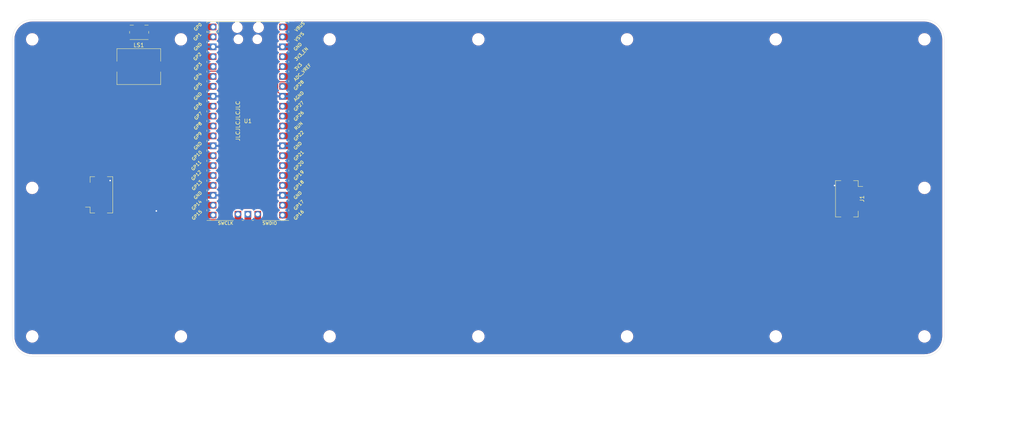
<source format=kicad_pcb>
(kicad_pcb (version 20171130) (host pcbnew "(5.1.10)-1")

  (general
    (thickness 1.6)
    (drawings 15)
    (tracks 134)
    (zones 0)
    (modules 21)
    (nets 34)
  )

  (page A4)
  (layers
    (0 F.Cu signal)
    (31 B.Cu signal)
    (32 B.Adhes user)
    (33 F.Adhes user)
    (34 B.Paste user)
    (35 F.Paste user)
    (36 B.SilkS user)
    (37 F.SilkS user)
    (38 B.Mask user)
    (39 F.Mask user)
    (40 Dwgs.User user)
    (41 Cmts.User user)
    (42 Eco1.User user)
    (43 Eco2.User user)
    (44 Edge.Cuts user)
    (45 Margin user)
    (46 B.CrtYd user)
    (47 F.CrtYd user)
    (48 B.Fab user)
    (49 F.Fab user)
  )

  (setup
    (last_trace_width 0.25)
    (user_trace_width 0.5)
    (trace_clearance 0.2)
    (zone_clearance 0.508)
    (zone_45_only no)
    (trace_min 0.2)
    (via_size 0.8)
    (via_drill 0.4)
    (via_min_size 0.4)
    (via_min_drill 0.3)
    (uvia_size 0.3)
    (uvia_drill 0.1)
    (uvias_allowed no)
    (uvia_min_size 0.2)
    (uvia_min_drill 0.1)
    (edge_width 0.05)
    (segment_width 0.2)
    (pcb_text_width 0.3)
    (pcb_text_size 1.5 1.5)
    (mod_edge_width 0.12)
    (mod_text_size 1 1)
    (mod_text_width 0.15)
    (pad_size 2.2 2.2)
    (pad_drill 2.2)
    (pad_to_mask_clearance 0)
    (aux_axis_origin 51.435 126.365)
    (visible_elements 7FFFFFFF)
    (pcbplotparams
      (layerselection 0x010fc_ffffffff)
      (usegerberextensions false)
      (usegerberattributes true)
      (usegerberadvancedattributes true)
      (creategerberjobfile true)
      (excludeedgelayer true)
      (linewidth 0.100000)
      (plotframeref false)
      (viasonmask false)
      (mode 1)
      (useauxorigin false)
      (hpglpennumber 1)
      (hpglpenspeed 20)
      (hpglpendiameter 15.000000)
      (psnegative false)
      (psa4output false)
      (plotreference true)
      (plotvalue true)
      (plotinvisibletext false)
      (padsonsilk false)
      (subtractmaskfromsilk false)
      (outputformat 1)
      (mirror false)
      (drillshape 0)
      (scaleselection 1)
      (outputdirectory "gerbers/"))
  )

  (net 0 "")
  (net 1 ROW1)
  (net 2 ROW2)
  (net 3 VCC)
  (net 4 RGBData)
  (net 5 GND)
  (net 6 ROW3)
  (net 7 ROW4)
  (net 8 COL5)
  (net 9 COL4)
  (net 10 COL3)
  (net 11 COL2)
  (net 12 COL1)
  (net 13 COL6)
  (net 14 COL12)
  (net 15 COL11)
  (net 16 COL10)
  (net 17 COL9)
  (net 18 COL8)
  (net 19 COL7)
  (net 20 RGBOut)
  (net 21 "Net-(U1-Pad35)")
  (net 22 "Net-(U1-Pad37)")
  (net 23 "Net-(U1-Pad39)")
  (net 24 "Net-(U1-Pad40)")
  (net 25 "Net-(U1-Pad7)")
  (net 26 "Net-(U1-Pad6)")
  (net 27 "Net-(U1-Pad4)")
  (net 28 "Net-(U1-Pad2)")
  (net 29 EXTRA2)
  (net 30 EXTRA1)
  (net 31 "Net-(U1-Pad1)")
  (net 32 "Net-(SW1-Pad1)")
  (net 33 SPEAKER)

  (net_class Default "This is the default net class."
    (clearance 0.2)
    (trace_width 0.25)
    (via_dia 0.8)
    (via_drill 0.4)
    (uvia_dia 0.3)
    (uvia_drill 0.1)
    (add_net COL1)
    (add_net COL10)
    (add_net COL11)
    (add_net COL12)
    (add_net COL2)
    (add_net COL3)
    (add_net COL4)
    (add_net COL5)
    (add_net COL6)
    (add_net COL7)
    (add_net COL8)
    (add_net COL9)
    (add_net EXTRA1)
    (add_net EXTRA2)
    (add_net GND)
    (add_net "Net-(SW1-Pad1)")
    (add_net "Net-(U1-Pad1)")
    (add_net "Net-(U1-Pad2)")
    (add_net "Net-(U1-Pad35)")
    (add_net "Net-(U1-Pad37)")
    (add_net "Net-(U1-Pad39)")
    (add_net "Net-(U1-Pad4)")
    (add_net "Net-(U1-Pad40)")
    (add_net "Net-(U1-Pad6)")
    (add_net "Net-(U1-Pad7)")
    (add_net RGBData)
    (add_net RGBOut)
    (add_net ROW1)
    (add_net ROW2)
    (add_net ROW3)
    (add_net ROW4)
    (add_net SPEAKER)
    (add_net VCC)
  )

  (module Buzzer_Beeper:Buzzer_Mallory_AST1109MLTRQ (layer F.Cu) (tedit 5D7E8337) (tstamp 61316221)
    (at 78.74 57.15 180)
    (descr "Mallory low-profile piezo buzzer, https://www.mspindy.com/specifications/AST1109MLTRQ.pdf")
    (tags "buzzer piezo")
    (path /61461727)
    (attr smd)
    (fp_text reference LS1 (at 0 5.5 180) (layer F.SilkS)
      (effects (font (size 1 1) (thickness 0.15)))
    )
    (fp_text value Speaker (at 0 -5.5) (layer F.Fab)
      (effects (font (size 1 1) (thickness 0.15)))
    )
    (fp_line (start -5.6 4.6) (end -5.6 1.35) (layer F.SilkS) (width 0.12))
    (fp_line (start -5.6 -4.6) (end 5.6 -4.6) (layer F.SilkS) (width 0.12))
    (fp_line (start 5.6 4.6) (end -5.6 4.6) (layer F.SilkS) (width 0.12))
    (fp_line (start 5.6 1.35) (end 5.6 4.6) (layer F.SilkS) (width 0.12))
    (fp_line (start 5.6 -4.6) (end 5.6 -1.35) (layer F.SilkS) (width 0.12))
    (fp_line (start -5.6 -1.35) (end -5.6 -4.6) (layer F.SilkS) (width 0.12))
    (fp_line (start -5.5 -4.5) (end 5.5 -4.5) (layer F.Fab) (width 0.1))
    (fp_line (start 5.5 -4.5) (end 5.5 4.5) (layer F.Fab) (width 0.1))
    (fp_line (start 5.5 4.5) (end -5.5 4.5) (layer F.Fab) (width 0.1))
    (fp_line (start -5.5 4.5) (end -5.5 -4.5) (layer F.Fab) (width 0.1))
    (fp_line (start 5.75 -4.75) (end 5.75 -1.35) (layer F.CrtYd) (width 0.05))
    (fp_line (start 5.75 -1.35) (end 7.95 -1.35) (layer F.CrtYd) (width 0.05))
    (fp_line (start 7.95 -1.35) (end 7.95 1.35) (layer F.CrtYd) (width 0.05))
    (fp_line (start 7.95 1.35) (end 5.75 1.35) (layer F.CrtYd) (width 0.05))
    (fp_line (start 5.75 1.35) (end 5.75 4.75) (layer F.CrtYd) (width 0.05))
    (fp_line (start 5.75 4.75) (end -5.75 4.75) (layer F.CrtYd) (width 0.05))
    (fp_line (start -5.75 4.75) (end -5.75 1.35) (layer F.CrtYd) (width 0.05))
    (fp_line (start -5.75 1.35) (end -7.95 1.35) (layer F.CrtYd) (width 0.05))
    (fp_line (start -7.95 1.35) (end -7.95 -1.35) (layer F.CrtYd) (width 0.05))
    (fp_line (start -7.95 -1.35) (end -5.75 -1.35) (layer F.CrtYd) (width 0.05))
    (fp_line (start -5.75 -1.35) (end -5.75 -4.75) (layer F.CrtYd) (width 0.05))
    (fp_line (start -5.75 -4.75) (end 5.75 -4.75) (layer F.CrtYd) (width 0.05))
    (fp_text user %R (at 0 0 180) (layer F.Fab)
      (effects (font (size 1 1) (thickness 0.15)))
    )
    (pad 1 smd rect (at -6.6 0 180) (size 2.2 2.2) (layers F.Cu F.Paste F.Mask)
      (net 33 SPEAKER))
    (pad 2 smd rect (at 6.6 0 180) (size 2.2 2.2) (layers F.Cu F.Paste F.Mask)
      (net 5 GND))
    (model ${KISYS3DMOD}/Buzzer_Beeper.3dshapes/Buzzer_Mallory_AST1109MLTRQ.wrl
      (at (xyz 0 0 0))
      (scale (xyz 1 1 1))
      (rotate (xyz 0 0 0))
    )
  )

  (module Button_Switch_SMD:Panasonic_EVQPUJ_EVQPUA (layer F.Cu) (tedit 5A02FC95) (tstamp 61314AC5)
    (at 78.825 48.3616)
    (descr http://industrial.panasonic.com/cdbs/www-data/pdf/ATV0000/ATV0000CE5.pdf)
    (tags "SMD SMT SPST EVQPUJ EVQPUA")
    (path /61453BB9)
    (attr smd)
    (fp_text reference SW1 (at 0.042999 -2.364601) (layer F.SilkS) hide
      (effects (font (size 1 1) (thickness 0.15)))
    )
    (fp_text value SW_SPST (at 0 3.5) (layer F.Fab)
      (effects (font (size 1 1) (thickness 0.15)))
    )
    (fp_line (start 3.9 -3.25) (end -3.9 -3.25) (layer F.CrtYd) (width 0.05))
    (fp_line (start 3.9 2.25) (end -3.9 2.25) (layer F.CrtYd) (width 0.05))
    (fp_line (start -3.9 2.25) (end -3.9 -3.25) (layer F.CrtYd) (width 0.05))
    (fp_line (start -1.425 -1.85) (end -2.35 -1.85) (layer F.SilkS) (width 0.12))
    (fp_line (start 2.45 0.275) (end 2.45 -0.275) (layer F.SilkS) (width 0.12))
    (fp_line (start 2.35 1.75) (end -2.35 1.75) (layer F.Fab) (width 0.1))
    (fp_line (start 2.35 -1.75) (end -2.35 -1.75) (layer F.Fab) (width 0.1))
    (fp_line (start -2.35 1.75) (end -2.35 -1.75) (layer F.Fab) (width 0.1))
    (fp_line (start 2.35 1.75) (end 2.35 -1.75) (layer F.Fab) (width 0.1))
    (fp_line (start 1.3 -2.75) (end -1.3 -2.75) (layer F.Fab) (width 0.1))
    (fp_line (start 1.3 -2.75) (end 1.3 -1.75) (layer F.Fab) (width 0.1))
    (fp_line (start -1.3 -2.75) (end -1.3 -1.75) (layer F.Fab) (width 0.1))
    (fp_line (start -2.45 0.275) (end -2.45 -0.275) (layer F.SilkS) (width 0.12))
    (fp_line (start 2.35 1.85) (end -2.35 1.85) (layer F.SilkS) (width 0.12))
    (fp_line (start 2.35 -1.85) (end 1.425 -1.85) (layer F.SilkS) (width 0.12))
    (fp_line (start 3.9 2.25) (end 3.9 -3.25) (layer F.CrtYd) (width 0.05))
    (fp_text user %R (at -0.338001 0.632599) (layer F.Fab)
      (effects (font (size 1 1) (thickness 0.15)))
    )
    (pad 1 smd rect (at 2.625 -0.85 180) (size 1.55 1) (layers F.Cu F.Paste F.Mask)
      (net 32 "Net-(SW1-Pad1)"))
    (pad 1 smd rect (at -2.625 -0.85 180) (size 1.55 1) (layers F.Cu F.Paste F.Mask)
      (net 32 "Net-(SW1-Pad1)"))
    (pad 2 smd rect (at -2.625 0.85 180) (size 1.55 1) (layers F.Cu F.Paste F.Mask)
      (net 5 GND))
    (pad 2 smd rect (at 2.625 0.85 180) (size 1.55 1) (layers F.Cu F.Paste F.Mask)
      (net 5 GND))
    (model ${KISYS3DMOD}/Button_Switch_SMD.3dshapes/Panasonic_EVQPUJ_EVQPUA.wrl
      (at (xyz 0 0 0))
      (scale (xyz 1 1 1))
      (rotate (xyz 0 0 0))
    )
  )

  (module MCU_RaspberryPi_and_Boards:RPi_Pico_SMD_TH (layer F.Cu) (tedit 5F638C80) (tstamp 61313684)
    (at 106.68 71.12)
    (descr "Through hole straight pin header, 2x20, 2.54mm pitch, double rows")
    (tags "Through hole pin header THT 2x20 2.54mm double row")
    (path /61443B37)
    (fp_text reference U1 (at 0 0) (layer F.SilkS)
      (effects (font (size 1 1) (thickness 0.15)))
    )
    (fp_text value PICO_RP2040 (at 0 2.159) (layer F.Fab)
      (effects (font (size 1 1) (thickness 0.15)))
    )
    (fp_poly (pts (xy 3.7 -20.2) (xy -3.7 -20.2) (xy -3.7 -24.9) (xy 3.7 -24.9)) (layer Dwgs.User) (width 0.1))
    (fp_poly (pts (xy -1.5 -11.5) (xy -3.5 -11.5) (xy -3.5 -13.5) (xy -1.5 -13.5)) (layer Dwgs.User) (width 0.1))
    (fp_poly (pts (xy -1.5 -14) (xy -3.5 -14) (xy -3.5 -16) (xy -1.5 -16)) (layer Dwgs.User) (width 0.1))
    (fp_poly (pts (xy -1.5 -16.5) (xy -3.5 -16.5) (xy -3.5 -18.5) (xy -1.5 -18.5)) (layer Dwgs.User) (width 0.1))
    (fp_line (start -10.5 -25.5) (end 10.5 -25.5) (layer F.Fab) (width 0.12))
    (fp_line (start 10.5 -25.5) (end 10.5 25.5) (layer F.Fab) (width 0.12))
    (fp_line (start 10.5 25.5) (end -10.5 25.5) (layer F.Fab) (width 0.12))
    (fp_line (start -10.5 25.5) (end -10.5 -25.5) (layer F.Fab) (width 0.12))
    (fp_line (start -10.5 -24.2) (end -9.2 -25.5) (layer F.Fab) (width 0.12))
    (fp_line (start -11 -26) (end 11 -26) (layer F.CrtYd) (width 0.12))
    (fp_line (start 11 -26) (end 11 26) (layer F.CrtYd) (width 0.12))
    (fp_line (start 11 26) (end -11 26) (layer F.CrtYd) (width 0.12))
    (fp_line (start -11 26) (end -11 -26) (layer F.CrtYd) (width 0.12))
    (fp_line (start -10.5 -25.5) (end 10.5 -25.5) (layer F.SilkS) (width 0.12))
    (fp_line (start -3.7 25.5) (end -10.5 25.5) (layer F.SilkS) (width 0.12))
    (fp_line (start -10.5 -22.833) (end -7.493 -22.833) (layer F.SilkS) (width 0.12))
    (fp_line (start -7.493 -22.833) (end -7.493 -25.5) (layer F.SilkS) (width 0.12))
    (fp_line (start -10.5 -25.5) (end -10.5 -25.2) (layer F.SilkS) (width 0.12))
    (fp_line (start -10.5 -23.1) (end -10.5 -22.7) (layer F.SilkS) (width 0.12))
    (fp_line (start -10.5 -20.5) (end -10.5 -20.1) (layer F.SilkS) (width 0.12))
    (fp_line (start -10.5 -18) (end -10.5 -17.6) (layer F.SilkS) (width 0.12))
    (fp_line (start -10.5 -15.4) (end -10.5 -15) (layer F.SilkS) (width 0.12))
    (fp_line (start -10.5 -12.9) (end -10.5 -12.5) (layer F.SilkS) (width 0.12))
    (fp_line (start -10.5 -10.4) (end -10.5 -10) (layer F.SilkS) (width 0.12))
    (fp_line (start -10.5 -7.8) (end -10.5 -7.4) (layer F.SilkS) (width 0.12))
    (fp_line (start -10.5 -5.3) (end -10.5 -4.9) (layer F.SilkS) (width 0.12))
    (fp_line (start -10.5 -2.7) (end -10.5 -2.3) (layer F.SilkS) (width 0.12))
    (fp_line (start -10.5 -0.2) (end -10.5 0.2) (layer F.SilkS) (width 0.12))
    (fp_line (start -10.5 2.3) (end -10.5 2.7) (layer F.SilkS) (width 0.12))
    (fp_line (start -10.5 4.9) (end -10.5 5.3) (layer F.SilkS) (width 0.12))
    (fp_line (start -10.5 7.4) (end -10.5 7.8) (layer F.SilkS) (width 0.12))
    (fp_line (start -10.5 10) (end -10.5 10.4) (layer F.SilkS) (width 0.12))
    (fp_line (start -10.5 12.5) (end -10.5 12.9) (layer F.SilkS) (width 0.12))
    (fp_line (start -10.5 15.1) (end -10.5 15.5) (layer F.SilkS) (width 0.12))
    (fp_line (start -10.5 17.6) (end -10.5 18) (layer F.SilkS) (width 0.12))
    (fp_line (start -10.5 20.1) (end -10.5 20.5) (layer F.SilkS) (width 0.12))
    (fp_line (start -10.5 22.7) (end -10.5 23.1) (layer F.SilkS) (width 0.12))
    (fp_line (start 10.5 -10.4) (end 10.5 -10) (layer F.SilkS) (width 0.12))
    (fp_line (start 10.5 -5.3) (end 10.5 -4.9) (layer F.SilkS) (width 0.12))
    (fp_line (start 10.5 2.3) (end 10.5 2.7) (layer F.SilkS) (width 0.12))
    (fp_line (start 10.5 10) (end 10.5 10.4) (layer F.SilkS) (width 0.12))
    (fp_line (start 10.5 -20.5) (end 10.5 -20.1) (layer F.SilkS) (width 0.12))
    (fp_line (start 10.5 -23.1) (end 10.5 -22.7) (layer F.SilkS) (width 0.12))
    (fp_line (start 10.5 -15.4) (end 10.5 -15) (layer F.SilkS) (width 0.12))
    (fp_line (start 10.5 17.6) (end 10.5 18) (layer F.SilkS) (width 0.12))
    (fp_line (start 10.5 22.7) (end 10.5 23.1) (layer F.SilkS) (width 0.12))
    (fp_line (start 10.5 20.1) (end 10.5 20.5) (layer F.SilkS) (width 0.12))
    (fp_line (start 10.5 4.9) (end 10.5 5.3) (layer F.SilkS) (width 0.12))
    (fp_line (start 10.5 -0.2) (end 10.5 0.2) (layer F.SilkS) (width 0.12))
    (fp_line (start 10.5 -12.9) (end 10.5 -12.5) (layer F.SilkS) (width 0.12))
    (fp_line (start 10.5 -7.8) (end 10.5 -7.4) (layer F.SilkS) (width 0.12))
    (fp_line (start 10.5 12.5) (end 10.5 12.9) (layer F.SilkS) (width 0.12))
    (fp_line (start 10.5 -2.7) (end 10.5 -2.3) (layer F.SilkS) (width 0.12))
    (fp_line (start 10.5 -25.5) (end 10.5 -25.2) (layer F.SilkS) (width 0.12))
    (fp_line (start 10.5 -18) (end 10.5 -17.6) (layer F.SilkS) (width 0.12))
    (fp_line (start 10.5 7.4) (end 10.5 7.8) (layer F.SilkS) (width 0.12))
    (fp_line (start 10.5 15.1) (end 10.5 15.5) (layer F.SilkS) (width 0.12))
    (fp_line (start 10.5 25.5) (end 3.7 25.5) (layer F.SilkS) (width 0.12))
    (fp_line (start -1.5 25.5) (end -1.1 25.5) (layer F.SilkS) (width 0.12))
    (fp_line (start 1.1 25.5) (end 1.5 25.5) (layer F.SilkS) (width 0.12))
    (fp_text user "Copper Keepouts shown on Dwgs layer" (at 0.1 -30.2) (layer Cmts.User)
      (effects (font (size 1 1) (thickness 0.15)))
    )
    (fp_text user SWDIO (at 5.6 26.2) (layer F.SilkS)
      (effects (font (size 0.8 0.8) (thickness 0.15)))
    )
    (fp_text user SWCLK (at -5.7 26.2) (layer F.SilkS)
      (effects (font (size 0.8 0.8) (thickness 0.15)))
    )
    (fp_text user AGND (at 13.054 -6.35 45) (layer F.SilkS)
      (effects (font (size 0.8 0.8) (thickness 0.15)))
    )
    (fp_text user GND (at 12.8 -19.05 45) (layer F.SilkS)
      (effects (font (size 0.8 0.8) (thickness 0.15)))
    )
    (fp_text user GND (at 12.8 6.35 45) (layer F.SilkS)
      (effects (font (size 0.8 0.8) (thickness 0.15)))
    )
    (fp_text user GND (at 12.8 19.05 45) (layer F.SilkS)
      (effects (font (size 0.8 0.8) (thickness 0.15)))
    )
    (fp_text user GND (at -12.8 19.05 45) (layer F.SilkS)
      (effects (font (size 0.8 0.8) (thickness 0.15)))
    )
    (fp_text user GND (at -12.8 6.35 45) (layer F.SilkS)
      (effects (font (size 0.8 0.8) (thickness 0.15)))
    )
    (fp_text user GND (at -12.8 -6.35 45) (layer F.SilkS)
      (effects (font (size 0.8 0.8) (thickness 0.15)))
    )
    (fp_text user GND (at -12.8 -19.05 45) (layer F.SilkS)
      (effects (font (size 0.8 0.8) (thickness 0.15)))
    )
    (fp_text user VBUS (at 13.3 -24.2 45) (layer F.SilkS)
      (effects (font (size 0.8 0.8) (thickness 0.15)))
    )
    (fp_text user VSYS (at 13.2 -21.59 45) (layer F.SilkS)
      (effects (font (size 0.8 0.8) (thickness 0.15)))
    )
    (fp_text user 3V3_EN (at 13.7 -17.2 45) (layer F.SilkS)
      (effects (font (size 0.8 0.8) (thickness 0.15)))
    )
    (fp_text user 3V3 (at 12.9 -13.9 45) (layer F.SilkS)
      (effects (font (size 0.8 0.8) (thickness 0.15)))
    )
    (fp_text user ADC_VREF (at 14 -12.5 45) (layer F.SilkS)
      (effects (font (size 0.8 0.8) (thickness 0.15)))
    )
    (fp_text user GP28 (at 13.054 -9.144 45) (layer F.SilkS)
      (effects (font (size 0.8 0.8) (thickness 0.15)))
    )
    (fp_text user GP27 (at 13.054 -3.8 45) (layer F.SilkS)
      (effects (font (size 0.8 0.8) (thickness 0.15)))
    )
    (fp_text user GP26 (at 13.054 -1.27 45) (layer F.SilkS)
      (effects (font (size 0.8 0.8) (thickness 0.15)))
    )
    (fp_text user RUN (at 13 1.27 45) (layer F.SilkS)
      (effects (font (size 0.8 0.8) (thickness 0.15)))
    )
    (fp_text user GP22 (at 13.054 3.81 45) (layer F.SilkS)
      (effects (font (size 0.8 0.8) (thickness 0.15)))
    )
    (fp_text user GP21 (at 13.054 8.9 45) (layer F.SilkS)
      (effects (font (size 0.8 0.8) (thickness 0.15)))
    )
    (fp_text user GP20 (at 13.054 11.43 45) (layer F.SilkS)
      (effects (font (size 0.8 0.8) (thickness 0.15)))
    )
    (fp_text user GP19 (at 13.054 13.97 45) (layer F.SilkS)
      (effects (font (size 0.8 0.8) (thickness 0.15)))
    )
    (fp_text user GP18 (at 13.054 16.51 45) (layer F.SilkS)
      (effects (font (size 0.8 0.8) (thickness 0.15)))
    )
    (fp_text user GP17 (at 13.054 21.59 45) (layer F.SilkS)
      (effects (font (size 0.8 0.8) (thickness 0.15)))
    )
    (fp_text user GP16 (at 13.054 24.13 45) (layer F.SilkS)
      (effects (font (size 0.8 0.8) (thickness 0.15)))
    )
    (fp_text user GP15 (at -13.054 24.13 45) (layer F.SilkS)
      (effects (font (size 0.8 0.8) (thickness 0.15)))
    )
    (fp_text user GP14 (at -13.1 21.59 45) (layer F.SilkS)
      (effects (font (size 0.8 0.8) (thickness 0.15)))
    )
    (fp_text user GP13 (at -13.054 16.51 45) (layer F.SilkS)
      (effects (font (size 0.8 0.8) (thickness 0.15)))
    )
    (fp_text user GP12 (at -13.2 13.97 45) (layer F.SilkS)
      (effects (font (size 0.8 0.8) (thickness 0.15)))
    )
    (fp_text user GP11 (at -13.2 11.43 45) (layer F.SilkS)
      (effects (font (size 0.8 0.8) (thickness 0.15)))
    )
    (fp_text user GP10 (at -13.054 8.89 45) (layer F.SilkS)
      (effects (font (size 0.8 0.8) (thickness 0.15)))
    )
    (fp_text user GP9 (at -12.8 3.81 45) (layer F.SilkS)
      (effects (font (size 0.8 0.8) (thickness 0.15)))
    )
    (fp_text user GP8 (at -12.8 1.27 45) (layer F.SilkS)
      (effects (font (size 0.8 0.8) (thickness 0.15)))
    )
    (fp_text user GP7 (at -12.7 -1.3 45) (layer F.SilkS)
      (effects (font (size 0.8 0.8) (thickness 0.15)))
    )
    (fp_text user GP6 (at -12.8 -3.81 45) (layer F.SilkS)
      (effects (font (size 0.8 0.8) (thickness 0.15)))
    )
    (fp_text user GP5 (at -12.8 -8.89 45) (layer F.SilkS)
      (effects (font (size 0.8 0.8) (thickness 0.15)))
    )
    (fp_text user GP4 (at -12.8 -11.43 45) (layer F.SilkS)
      (effects (font (size 0.8 0.8) (thickness 0.15)))
    )
    (fp_text user GP3 (at -12.8 -13.97 45) (layer F.SilkS)
      (effects (font (size 0.8 0.8) (thickness 0.15)))
    )
    (fp_text user GP0 (at -12.8 -24.13 45) (layer F.SilkS)
      (effects (font (size 0.8 0.8) (thickness 0.15)))
    )
    (fp_text user GP2 (at -12.9 -16.51 45) (layer F.SilkS)
      (effects (font (size 0.8 0.8) (thickness 0.15)))
    )
    (fp_text user GP1 (at -12.9 -21.6 45) (layer F.SilkS)
      (effects (font (size 0.8 0.8) (thickness 0.15)))
    )
    (fp_text user %R (at 0 0 180) (layer F.Fab)
      (effects (font (size 1 1) (thickness 0.15)))
    )
    (pad 43 thru_hole oval (at 2.54 23.9) (size 1.7 1.7) (drill 1.02) (layers *.Cu *.Mask))
    (pad 43 smd rect (at 2.54 23.9 90) (size 3.5 1.7) (drill (offset -0.9 0)) (layers F.Cu F.Mask))
    (pad 42 thru_hole rect (at 0 23.9) (size 1.7 1.7) (drill 1.02) (layers *.Cu *.Mask))
    (pad 42 smd rect (at 0 23.9 90) (size 3.5 1.7) (drill (offset -0.9 0)) (layers F.Cu F.Mask))
    (pad 41 thru_hole oval (at -2.54 23.9) (size 1.7 1.7) (drill 1.02) (layers *.Cu *.Mask))
    (pad 41 smd rect (at -2.54 23.9 90) (size 3.5 1.7) (drill (offset -0.9 0)) (layers F.Cu F.Mask))
    (pad "" np_thru_hole oval (at 2.425 -20.97) (size 1.5 1.5) (drill 1.5) (layers *.Cu *.Mask))
    (pad "" np_thru_hole oval (at -2.425 -20.97) (size 1.5 1.5) (drill 1.5) (layers *.Cu *.Mask))
    (pad "" np_thru_hole oval (at 2.725 -24) (size 1.8 1.8) (drill 1.8) (layers *.Cu *.Mask))
    (pad "" np_thru_hole oval (at -2.725 -24) (size 1.8 1.8) (drill 1.8) (layers *.Cu *.Mask))
    (pad 21 smd rect (at 8.89 24.13) (size 3.5 1.7) (drill (offset 0.9 0)) (layers F.Cu F.Mask)
      (net 20 RGBOut))
    (pad 22 smd rect (at 8.89 21.59) (size 3.5 1.7) (drill (offset 0.9 0)) (layers F.Cu F.Mask)
      (net 30 EXTRA1))
    (pad 23 smd rect (at 8.89 19.05) (size 3.5 1.7) (drill (offset 0.9 0)) (layers F.Cu F.Mask)
      (net 5 GND))
    (pad 24 smd rect (at 8.89 16.51) (size 3.5 1.7) (drill (offset 0.9 0)) (layers F.Cu F.Mask)
      (net 29 EXTRA2))
    (pad 25 smd rect (at 8.89 13.97) (size 3.5 1.7) (drill (offset 0.9 0)) (layers F.Cu F.Mask)
      (net 13 COL6))
    (pad 26 smd rect (at 8.89 11.43) (size 3.5 1.7) (drill (offset 0.9 0)) (layers F.Cu F.Mask)
      (net 19 COL7))
    (pad 27 smd rect (at 8.89 8.89) (size 3.5 1.7) (drill (offset 0.9 0)) (layers F.Cu F.Mask)
      (net 18 COL8))
    (pad 28 smd rect (at 8.89 6.35) (size 3.5 1.7) (drill (offset 0.9 0)) (layers F.Cu F.Mask)
      (net 5 GND))
    (pad 29 smd rect (at 8.89 3.81) (size 3.5 1.7) (drill (offset 0.9 0)) (layers F.Cu F.Mask)
      (net 17 COL9))
    (pad 30 smd rect (at 8.89 1.27) (size 3.5 1.7) (drill (offset 0.9 0)) (layers F.Cu F.Mask)
      (net 32 "Net-(SW1-Pad1)"))
    (pad 31 smd rect (at 8.89 -1.27) (size 3.5 1.7) (drill (offset 0.9 0)) (layers F.Cu F.Mask)
      (net 16 COL10))
    (pad 32 smd rect (at 8.89 -3.81) (size 3.5 1.7) (drill (offset 0.9 0)) (layers F.Cu F.Mask)
      (net 15 COL11))
    (pad 33 smd rect (at 8.89 -6.35) (size 3.5 1.7) (drill (offset 0.9 0)) (layers F.Cu F.Mask)
      (net 5 GND))
    (pad 34 smd rect (at 8.89 -8.89) (size 3.5 1.7) (drill (offset 0.9 0)) (layers F.Cu F.Mask)
      (net 14 COL12))
    (pad 35 smd rect (at 8.89 -11.43) (size 3.5 1.7) (drill (offset 0.9 0)) (layers F.Cu F.Mask)
      (net 21 "Net-(U1-Pad35)"))
    (pad 36 smd rect (at 8.89 -13.97) (size 3.5 1.7) (drill (offset 0.9 0)) (layers F.Cu F.Mask)
      (net 3 VCC))
    (pad 37 smd rect (at 8.89 -16.51) (size 3.5 1.7) (drill (offset 0.9 0)) (layers F.Cu F.Mask)
      (net 22 "Net-(U1-Pad37)"))
    (pad 38 smd rect (at 8.89 -19.05) (size 3.5 1.7) (drill (offset 0.9 0)) (layers F.Cu F.Mask)
      (net 5 GND))
    (pad 39 smd rect (at 8.89 -21.59) (size 3.5 1.7) (drill (offset 0.9 0)) (layers F.Cu F.Mask)
      (net 23 "Net-(U1-Pad39)"))
    (pad 40 smd rect (at 8.89 -24.13) (size 3.5 1.7) (drill (offset 0.9 0)) (layers F.Cu F.Mask)
      (net 24 "Net-(U1-Pad40)"))
    (pad 20 smd rect (at -8.89 24.13) (size 3.5 1.7) (drill (offset -0.9 0)) (layers F.Cu F.Mask)
      (net 8 COL5))
    (pad 19 smd rect (at -8.89 21.59) (size 3.5 1.7) (drill (offset -0.9 0)) (layers F.Cu F.Mask)
      (net 9 COL4))
    (pad 18 smd rect (at -8.89 19.05) (size 3.5 1.7) (drill (offset -0.9 0)) (layers F.Cu F.Mask)
      (net 5 GND))
    (pad 17 smd rect (at -8.89 16.51) (size 3.5 1.7) (drill (offset -0.9 0)) (layers F.Cu F.Mask)
      (net 10 COL3))
    (pad 16 smd rect (at -8.89 13.97) (size 3.5 1.7) (drill (offset -0.9 0)) (layers F.Cu F.Mask)
      (net 11 COL2))
    (pad 15 smd rect (at -8.89 11.43) (size 3.5 1.7) (drill (offset -0.9 0)) (layers F.Cu F.Mask)
      (net 12 COL1))
    (pad 14 smd rect (at -8.89 8.89) (size 3.5 1.7) (drill (offset -0.9 0)) (layers F.Cu F.Mask)
      (net 7 ROW4))
    (pad 13 smd rect (at -8.89 6.35) (size 3.5 1.7) (drill (offset -0.9 0)) (layers F.Cu F.Mask)
      (net 5 GND))
    (pad 12 smd rect (at -8.89 3.81) (size 3.5 1.7) (drill (offset -0.9 0)) (layers F.Cu F.Mask)
      (net 6 ROW3))
    (pad 11 smd rect (at -8.89 1.27) (size 3.5 1.7) (drill (offset -0.9 0)) (layers F.Cu F.Mask)
      (net 2 ROW2))
    (pad 10 smd rect (at -8.89 -1.27) (size 3.5 1.7) (drill (offset -0.9 0)) (layers F.Cu F.Mask)
      (net 1 ROW1))
    (pad 9 smd rect (at -8.89 -3.81) (size 3.5 1.7) (drill (offset -0.9 0)) (layers F.Cu F.Mask)
      (net 4 RGBData))
    (pad 8 smd rect (at -8.89 -6.35) (size 3.5 1.7) (drill (offset -0.9 0)) (layers F.Cu F.Mask)
      (net 5 GND))
    (pad 7 smd rect (at -8.89 -8.89) (size 3.5 1.7) (drill (offset -0.9 0)) (layers F.Cu F.Mask)
      (net 25 "Net-(U1-Pad7)"))
    (pad 6 smd rect (at -8.89 -11.43) (size 3.5 1.7) (drill (offset -0.9 0)) (layers F.Cu F.Mask)
      (net 26 "Net-(U1-Pad6)"))
    (pad 5 smd rect (at -8.89 -13.97) (size 3.5 1.7) (drill (offset -0.9 0)) (layers F.Cu F.Mask)
      (net 33 SPEAKER))
    (pad 4 smd rect (at -8.89 -16.51) (size 3.5 1.7) (drill (offset -0.9 0)) (layers F.Cu F.Mask)
      (net 27 "Net-(U1-Pad4)"))
    (pad 3 smd rect (at -8.89 -19.05) (size 3.5 1.7) (drill (offset -0.9 0)) (layers F.Cu F.Mask)
      (net 5 GND))
    (pad 2 smd rect (at -8.89 -21.59) (size 3.5 1.7) (drill (offset -0.9 0)) (layers F.Cu F.Mask)
      (net 28 "Net-(U1-Pad2)"))
    (pad 1 smd rect (at -8.89 -24.13) (size 3.5 1.7) (drill (offset -0.9 0)) (layers F.Cu F.Mask)
      (net 31 "Net-(U1-Pad1)"))
    (pad 40 thru_hole oval (at 8.89 -24.13) (size 1.7 1.7) (drill 1.02) (layers *.Cu *.Mask)
      (net 24 "Net-(U1-Pad40)"))
    (pad 39 thru_hole oval (at 8.89 -21.59) (size 1.7 1.7) (drill 1.02) (layers *.Cu *.Mask)
      (net 23 "Net-(U1-Pad39)"))
    (pad 38 thru_hole rect (at 8.89 -19.05) (size 1.7 1.7) (drill 1.02) (layers *.Cu *.Mask)
      (net 5 GND))
    (pad 37 thru_hole oval (at 8.89 -16.51) (size 1.7 1.7) (drill 1.02) (layers *.Cu *.Mask)
      (net 22 "Net-(U1-Pad37)"))
    (pad 36 thru_hole oval (at 8.89 -13.97) (size 1.7 1.7) (drill 1.02) (layers *.Cu *.Mask)
      (net 3 VCC))
    (pad 35 thru_hole oval (at 8.89 -11.43) (size 1.7 1.7) (drill 1.02) (layers *.Cu *.Mask)
      (net 21 "Net-(U1-Pad35)"))
    (pad 34 thru_hole oval (at 8.89 -8.89) (size 1.7 1.7) (drill 1.02) (layers *.Cu *.Mask)
      (net 14 COL12))
    (pad 33 thru_hole rect (at 8.89 -6.35) (size 1.7 1.7) (drill 1.02) (layers *.Cu *.Mask)
      (net 5 GND))
    (pad 32 thru_hole oval (at 8.89 -3.81) (size 1.7 1.7) (drill 1.02) (layers *.Cu *.Mask)
      (net 15 COL11))
    (pad 31 thru_hole oval (at 8.89 -1.27) (size 1.7 1.7) (drill 1.02) (layers *.Cu *.Mask)
      (net 16 COL10))
    (pad 30 thru_hole oval (at 8.89 1.27) (size 1.7 1.7) (drill 1.02) (layers *.Cu *.Mask)
      (net 32 "Net-(SW1-Pad1)"))
    (pad 29 thru_hole oval (at 8.89 3.81) (size 1.7 1.7) (drill 1.02) (layers *.Cu *.Mask)
      (net 17 COL9))
    (pad 28 thru_hole rect (at 8.89 6.35) (size 1.7 1.7) (drill 1.02) (layers *.Cu *.Mask)
      (net 5 GND))
    (pad 27 thru_hole oval (at 8.89 8.89) (size 1.7 1.7) (drill 1.02) (layers *.Cu *.Mask)
      (net 18 COL8))
    (pad 26 thru_hole oval (at 8.89 11.43) (size 1.7 1.7) (drill 1.02) (layers *.Cu *.Mask)
      (net 19 COL7))
    (pad 25 thru_hole oval (at 8.89 13.97) (size 1.7 1.7) (drill 1.02) (layers *.Cu *.Mask)
      (net 13 COL6))
    (pad 24 thru_hole oval (at 8.89 16.51) (size 1.7 1.7) (drill 1.02) (layers *.Cu *.Mask)
      (net 29 EXTRA2))
    (pad 23 thru_hole rect (at 8.89 19.05) (size 1.7 1.7) (drill 1.02) (layers *.Cu *.Mask)
      (net 5 GND))
    (pad 22 thru_hole oval (at 8.89 21.59) (size 1.7 1.7) (drill 1.02) (layers *.Cu *.Mask)
      (net 30 EXTRA1))
    (pad 21 thru_hole oval (at 8.89 24.13) (size 1.7 1.7) (drill 1.02) (layers *.Cu *.Mask)
      (net 20 RGBOut))
    (pad 20 thru_hole oval (at -8.89 24.13) (size 1.7 1.7) (drill 1.02) (layers *.Cu *.Mask)
      (net 8 COL5))
    (pad 19 thru_hole oval (at -8.89 21.59) (size 1.7 1.7) (drill 1.02) (layers *.Cu *.Mask)
      (net 9 COL4))
    (pad 18 thru_hole rect (at -8.89 19.05) (size 1.7 1.7) (drill 1.02) (layers *.Cu *.Mask)
      (net 5 GND))
    (pad 17 thru_hole oval (at -8.89 16.51) (size 1.7 1.7) (drill 1.02) (layers *.Cu *.Mask)
      (net 10 COL3))
    (pad 16 thru_hole oval (at -8.89 13.97) (size 1.7 1.7) (drill 1.02) (layers *.Cu *.Mask)
      (net 11 COL2))
    (pad 15 thru_hole oval (at -8.89 11.43) (size 1.7 1.7) (drill 1.02) (layers *.Cu *.Mask)
      (net 12 COL1))
    (pad 14 thru_hole oval (at -8.89 8.89) (size 1.7 1.7) (drill 1.02) (layers *.Cu *.Mask)
      (net 7 ROW4))
    (pad 13 thru_hole rect (at -8.89 6.35) (size 1.7 1.7) (drill 1.02) (layers *.Cu *.Mask)
      (net 5 GND))
    (pad 12 thru_hole oval (at -8.89 3.81) (size 1.7 1.7) (drill 1.02) (layers *.Cu *.Mask)
      (net 6 ROW3))
    (pad 11 thru_hole oval (at -8.89 1.27) (size 1.7 1.7) (drill 1.02) (layers *.Cu *.Mask)
      (net 2 ROW2))
    (pad 10 thru_hole oval (at -8.89 -1.27) (size 1.7 1.7) (drill 1.02) (layers *.Cu *.Mask)
      (net 1 ROW1))
    (pad 9 thru_hole oval (at -8.89 -3.81) (size 1.7 1.7) (drill 1.02) (layers *.Cu *.Mask)
      (net 4 RGBData))
    (pad 8 thru_hole rect (at -8.89 -6.35) (size 1.7 1.7) (drill 1.02) (layers *.Cu *.Mask)
      (net 5 GND))
    (pad 7 thru_hole oval (at -8.89 -8.89) (size 1.7 1.7) (drill 1.02) (layers *.Cu *.Mask)
      (net 25 "Net-(U1-Pad7)"))
    (pad 6 thru_hole oval (at -8.89 -11.43) (size 1.7 1.7) (drill 1.02) (layers *.Cu *.Mask)
      (net 26 "Net-(U1-Pad6)"))
    (pad 5 thru_hole oval (at -8.89 -13.97) (size 1.7 1.7) (drill 1.02) (layers *.Cu *.Mask)
      (net 33 SPEAKER))
    (pad 4 thru_hole oval (at -8.89 -16.51) (size 1.7 1.7) (drill 1.02) (layers *.Cu *.Mask)
      (net 27 "Net-(U1-Pad4)"))
    (pad 3 thru_hole rect (at -8.89 -19.05) (size 1.7 1.7) (drill 1.02) (layers *.Cu *.Mask)
      (net 5 GND))
    (pad 2 thru_hole oval (at -8.89 -21.59) (size 1.7 1.7) (drill 1.02) (layers *.Cu *.Mask)
      (net 28 "Net-(U1-Pad2)"))
    (pad 1 thru_hole oval (at -8.89 -24.13) (size 1.7 1.7) (drill 1.02) (layers *.Cu *.Mask)
      (net 31 "Net-(U1-Pad1)"))
  )

  (module MountingHole:MountingHole_2.2mm_M2 (layer F.Cu) (tedit 56D1B4CB) (tstamp 61321C55)
    (at 280.035 88.265)
    (descr "Mounting Hole 2.2mm, no annular, M2")
    (tags "mounting hole 2.2mm no annular m2")
    (path /64B041F1)
    (attr virtual)
    (fp_text reference H16 (at 0 -3.2) (layer F.SilkS) hide
      (effects (font (size 1 1) (thickness 0.15)))
    )
    (fp_text value MountingHole (at 0 3.2) (layer F.Fab)
      (effects (font (size 1 1) (thickness 0.15)))
    )
    (fp_circle (center 0 0) (end 2.2 0) (layer Cmts.User) (width 0.15))
    (fp_circle (center 0 0) (end 2.45 0) (layer F.CrtYd) (width 0.05))
    (fp_text user %R (at 0.3 0) (layer F.Fab)
      (effects (font (size 1 1) (thickness 0.15)))
    )
    (pad 1 np_thru_hole circle (at 0 0) (size 2.2 2.2) (drill 2.2) (layers *.Cu *.Mask))
  )

  (module MountingHole:MountingHole_2.2mm_M2 (layer F.Cu) (tedit 56D1B4CB) (tstamp 61322A53)
    (at 241.935 126.365)
    (descr "Mounting Hole 2.2mm, no annular, M2")
    (tags "mounting hole 2.2mm no annular m2")
    (path /64B041D3)
    (attr virtual)
    (fp_text reference H15 (at 0 -3.2) (layer F.SilkS) hide
      (effects (font (size 1 1) (thickness 0.15)))
    )
    (fp_text value MountingHole (at 0 3.2) (layer F.Fab)
      (effects (font (size 1 1) (thickness 0.15)))
    )
    (fp_circle (center 0 0) (end 2.2 0) (layer Cmts.User) (width 0.15))
    (fp_circle (center 0 0) (end 2.45 0) (layer F.CrtYd) (width 0.05))
    (fp_text user %R (at 0.3 0) (layer F.Fab)
      (effects (font (size 1 1) (thickness 0.15)))
    )
    (pad 1 np_thru_hole circle (at 0 0) (size 2.2 2.2) (drill 2.2) (layers *.Cu *.Mask))
  )

  (module MountingHole:MountingHole_2.2mm_M2 (layer F.Cu) (tedit 56D1B4CB) (tstamp 61321C45)
    (at 165.735 126.365)
    (descr "Mounting Hole 2.2mm, no annular, M2")
    (tags "mounting hole 2.2mm no annular m2")
    (path /64B041C9)
    (attr virtual)
    (fp_text reference H14 (at 0 -3.2) (layer F.SilkS) hide
      (effects (font (size 1 1) (thickness 0.15)))
    )
    (fp_text value MountingHole (at 0 3.2) (layer F.Fab)
      (effects (font (size 1 1) (thickness 0.15)))
    )
    (fp_circle (center 0 0) (end 2.2 0) (layer Cmts.User) (width 0.15))
    (fp_circle (center 0 0) (end 2.45 0) (layer F.CrtYd) (width 0.05))
    (fp_text user %R (at 0.3 0) (layer F.Fab)
      (effects (font (size 1 1) (thickness 0.15)))
    )
    (pad 1 np_thru_hole circle (at 0 0) (size 2.2 2.2) (drill 2.2) (layers *.Cu *.Mask))
  )

  (module MountingHole:MountingHole_2.2mm_M2 (layer F.Cu) (tedit 56D1B4CB) (tstamp 61321C3D)
    (at 89.535 126.365)
    (descr "Mounting Hole 2.2mm, no annular, M2")
    (tags "mounting hole 2.2mm no annular m2")
    (path /64B0301B)
    (attr virtual)
    (fp_text reference H13 (at 69.85 40.005) (layer F.SilkS) hide
      (effects (font (size 1 1) (thickness 0.15)))
    )
    (fp_text value MountingHole (at 0 3.2) (layer F.Fab)
      (effects (font (size 1 1) (thickness 0.15)))
    )
    (fp_circle (center 0 0) (end 2.2 0) (layer Cmts.User) (width 0.15))
    (fp_circle (center 0 0) (end 2.45 0) (layer F.CrtYd) (width 0.05))
    (fp_text user %R (at 0.3 0) (layer F.Fab)
      (effects (font (size 1 1) (thickness 0.15)))
    )
    (pad 1 np_thru_hole circle (at 0 0) (size 2.2 2.2) (drill 2.2) (layers *.Cu *.Mask))
  )

  (module MountingHole:MountingHole_2.2mm_M2 (layer F.Cu) (tedit 56D1B4CB) (tstamp 61321C35)
    (at 241.935 50.165)
    (descr "Mounting Hole 2.2mm, no annular, M2")
    (tags "mounting hole 2.2mm no annular m2")
    (path /64B041E7)
    (attr virtual)
    (fp_text reference H12 (at 0 -3.2) (layer F.SilkS) hide
      (effects (font (size 1 1) (thickness 0.15)))
    )
    (fp_text value MountingHole (at 0 3.2) (layer F.Fab)
      (effects (font (size 1 1) (thickness 0.15)))
    )
    (fp_circle (center 0 0) (end 2.2 0) (layer Cmts.User) (width 0.15))
    (fp_circle (center 0 0) (end 2.45 0) (layer F.CrtYd) (width 0.05))
    (fp_text user %R (at 0.3 0) (layer F.Fab)
      (effects (font (size 1 1) (thickness 0.15)))
    )
    (pad 1 np_thru_hole circle (at 0 0) (size 2.2 2.2) (drill 2.2) (layers *.Cu *.Mask))
  )

  (module MountingHole:MountingHole_2.2mm_M2 (layer F.Cu) (tedit 612D8C21) (tstamp 61321C2D)
    (at 165.735 50.165)
    (descr "Mounting Hole 2.2mm, no annular, M2")
    (tags "mounting hole 2.2mm no annular m2")
    (path /64B041DD)
    (attr virtual)
    (fp_text reference H11 (at 0 -3.2) (layer F.SilkS) hide
      (effects (font (size 1 1) (thickness 0.15)))
    )
    (fp_text value MountingHole (at 0 3.2) (layer F.Fab)
      (effects (font (size 1 1) (thickness 0.15)))
    )
    (fp_circle (center 0 0) (end 2.2 0) (layer Cmts.User) (width 0.15))
    (fp_circle (center 0 0) (end 2.45 0) (layer F.CrtYd) (width 0.05))
    (fp_text user %R (at 0.3 0) (layer F.Fab)
      (effects (font (size 1 1) (thickness 0.15)))
    )
    (pad "" np_thru_hole circle (at 0 0) (size 2.2 2.2) (drill 2.2) (layers *.Cu *.Mask))
  )

  (module MountingHole:MountingHole_2.2mm_M2 (layer F.Cu) (tedit 56D1B4CB) (tstamp 613229BD)
    (at 89.535 50.165)
    (descr "Mounting Hole 2.2mm, no annular, M2")
    (tags "mounting hole 2.2mm no annular m2")
    (path /64B041BF)
    (attr virtual)
    (fp_text reference H10 (at 0 -3.2) (layer F.SilkS) hide
      (effects (font (size 1 1) (thickness 0.15)))
    )
    (fp_text value MountingHole (at 0 3.2) (layer F.Fab)
      (effects (font (size 1 1) (thickness 0.15)))
    )
    (fp_circle (center 0 0) (end 2.2 0) (layer Cmts.User) (width 0.15))
    (fp_circle (center 0 0) (end 2.45 0) (layer F.CrtYd) (width 0.05))
    (fp_text user %R (at 0.3 0) (layer F.Fab)
      (effects (font (size 1 1) (thickness 0.15)))
    )
    (pad 1 np_thru_hole circle (at 0 0) (size 2.2 2.2) (drill 2.2) (layers *.Cu *.Mask))
  )

  (module MountingHole:MountingHole_2.2mm_M2 (layer F.Cu) (tedit 56D1B4CB) (tstamp 61321C1D)
    (at 51.435 88.265)
    (descr "Mounting Hole 2.2mm, no annular, M2")
    (tags "mounting hole 2.2mm no annular m2")
    (path /64B041B5)
    (attr virtual)
    (fp_text reference H9 (at 0 -3.2) (layer F.SilkS) hide
      (effects (font (size 1 1) (thickness 0.15)))
    )
    (fp_text value MountingHole (at 0 3.2) (layer F.Fab)
      (effects (font (size 1 1) (thickness 0.15)))
    )
    (fp_circle (center 0 0) (end 2.2 0) (layer Cmts.User) (width 0.15))
    (fp_circle (center 0 0) (end 2.45 0) (layer F.CrtYd) (width 0.05))
    (fp_text user %R (at 0.3 0) (layer F.Fab)
      (effects (font (size 1 1) (thickness 0.15)))
    )
    (pad 1 np_thru_hole circle (at 0 0) (size 2.2 2.2) (drill 2.2) (layers *.Cu *.Mask))
  )

  (module JUSHUO:JUSHUO-AFC07-S12FCC-00_C11051_1x12-1MP_P0.50mm_Horizontal (layer F.Cu) (tedit 612D804A) (tstamp 612F62F2)
    (at 67.564 90.043 90)
    (descr "Hirose FH12, FFC/FPC connector, FH12-12S-0.5SH, 12 Pins per row (https://www.hirose.com/product/en/products/FH12/FH12-24S-0.5SH(55)/), generated with kicad-footprint-generator")
    (tags "connector Hirose FH12 horizontal")
    (path /61976FE4)
    (attr smd)
    (fp_text reference J2 (at 0 -2.3 -90) (layer F.SilkS) hide
      (effects (font (size 1 1) (thickness 0.15)))
    )
    (fp_text value Conn_01x12 (at 0 5.6 270) (layer F.Fab)
      (effects (font (size 1 1) (thickness 0.15)))
    )
    (fp_line (start 0 -1.2) (end -4.55 -1.2) (layer F.Fab) (width 0.1))
    (fp_line (start -4.55 -1.2) (end -4.55 3.4) (layer F.Fab) (width 0.1))
    (fp_line (start -4.55 3.4) (end -3.95 3.4) (layer F.Fab) (width 0.1))
    (fp_line (start -3.95 3.4) (end -3.95 3.7) (layer F.Fab) (width 0.1))
    (fp_line (start -3.95 3.7) (end -4.45 3.7) (layer F.Fab) (width 0.1))
    (fp_line (start -4.45 3.7) (end -4.45 4.4) (layer F.Fab) (width 0.1))
    (fp_line (start -4.45 4.4) (end 0 4.4) (layer F.Fab) (width 0.1))
    (fp_line (start 0 -1.2) (end 4.55 -1.2) (layer F.Fab) (width 0.1))
    (fp_line (start 4.55 -1.2) (end 4.55 3.4) (layer F.Fab) (width 0.1))
    (fp_line (start 4.55 3.4) (end 3.95 3.4) (layer F.Fab) (width 0.1))
    (fp_line (start 3.95 3.4) (end 3.95 3.7) (layer F.Fab) (width 0.1))
    (fp_line (start 3.95 3.7) (end 4.45 3.7) (layer F.Fab) (width 0.1))
    (fp_line (start 4.45 3.7) (end 4.45 4.4) (layer F.Fab) (width 0.1))
    (fp_line (start 4.45 4.4) (end 0 4.4) (layer F.Fab) (width 0.1))
    (fp_line (start -3.16 -1.3) (end -4.65 -1.3) (layer F.SilkS) (width 0.12))
    (fp_line (start -4.65 -1.3) (end -4.65 -0.1) (layer F.SilkS) (width 0.12))
    (fp_line (start 3.16 -1.3) (end 4.65 -1.3) (layer F.SilkS) (width 0.12))
    (fp_line (start 4.65 -1.3) (end 4.65 -0.1) (layer F.SilkS) (width 0.12))
    (fp_line (start -4.65 3.1) (end -4.65 4.5) (layer F.SilkS) (width 0.12))
    (fp_line (start -4.65 4.5) (end 4.65 4.5) (layer F.SilkS) (width 0.12))
    (fp_line (start 4.65 4.5) (end 4.65 3.1) (layer F.SilkS) (width 0.12))
    (fp_line (start -3.16 -1.3) (end -3.16 -2.5) (layer F.SilkS) (width 0.12))
    (fp_line (start -3.25 -1.2) (end -2.75 -0.492893) (layer F.Fab) (width 0.1))
    (fp_line (start -2.75 -0.492893) (end -2.25 -1.2) (layer F.Fab) (width 0.1))
    (fp_line (start -6.05 -3) (end -6.05 4.9) (layer F.CrtYd) (width 0.05))
    (fp_line (start -6.05 4.9) (end 6.05 4.9) (layer F.CrtYd) (width 0.05))
    (fp_line (start 6.05 4.9) (end 6.05 -3) (layer F.CrtYd) (width 0.05))
    (fp_line (start 6.05 -3) (end -6.05 -3) (layer F.CrtYd) (width 0.05))
    (fp_text user %R (at 0 3.7 270) (layer F.Fab)
      (effects (font (size 1 1) (thickness 0.15)))
    )
    (pad MP smd rect (at 4.4 1.5 90) (size 2 3) (layers F.Cu F.Paste F.Mask))
    (pad MP smd rect (at -4.4 1.5 90) (size 2 3) (layers F.Cu F.Paste F.Mask))
    (pad 1 smd rect (at -2.75 -0.85 90) (size 0.3 1.3) (layers F.Cu F.Paste F.Mask)
      (net 3 VCC))
    (pad 2 smd rect (at -2.25 -0.85 90) (size 0.3 1.3) (layers F.Cu F.Paste F.Mask)
      (net 8 COL5))
    (pad 3 smd rect (at -1.75 -0.85 90) (size 0.3 1.3) (layers F.Cu F.Paste F.Mask)
      (net 9 COL4))
    (pad 4 smd rect (at -1.25 -0.85 90) (size 0.3 1.3) (layers F.Cu F.Paste F.Mask)
      (net 10 COL3))
    (pad 5 smd rect (at -0.75 -0.85 90) (size 0.3 1.3) (layers F.Cu F.Paste F.Mask)
      (net 11 COL2))
    (pad 6 smd rect (at -0.25 -0.85 90) (size 0.3 1.3) (layers F.Cu F.Paste F.Mask)
      (net 12 COL1))
    (pad 7 smd rect (at 0.25 -0.85 90) (size 0.3 1.3) (layers F.Cu F.Paste F.Mask)
      (net 7 ROW4))
    (pad 8 smd rect (at 0.75 -0.85 90) (size 0.3 1.3) (layers F.Cu F.Paste F.Mask)
      (net 6 ROW3))
    (pad 9 smd rect (at 1.25 -0.85 90) (size 0.3 1.3) (layers F.Cu F.Paste F.Mask)
      (net 2 ROW2))
    (pad 10 smd rect (at 1.75 -0.85 90) (size 0.3 1.3) (layers F.Cu F.Paste F.Mask)
      (net 1 ROW1))
    (pad 11 smd rect (at 2.25 -0.85 90) (size 0.3 1.3) (layers F.Cu F.Paste F.Mask)
      (net 4 RGBData))
    (pad 12 smd rect (at 2.75 -0.85 90) (size 0.3 1.3) (layers F.Cu F.Paste F.Mask)
      (net 5 GND))
    (model ${KISYS3DMOD}/Connector_FFC-FPC.3dshapes/Hirose_FH12-12S-0.5SH_1x12-1MP_P0.50mm_Horizontal.wrl
      (at (xyz 0 0 0))
      (scale (xyz 1 1 1))
      (rotate (xyz 0 0 0))
    )
  )

  (module JUSHUO:JUSHUO-AFC07-S12FCC-00_C11051_1x12-1MP_P0.50mm_Horizontal (layer F.Cu) (tedit 612D804A) (tstamp 612CD30B)
    (at 261.747 91.059 270)
    (descr "Hirose FH12, FFC/FPC connector, FH12-12S-0.5SH, 12 Pins per row (https://www.hirose.com/product/en/products/FH12/FH12-24S-0.5SH(55)/), generated with kicad-footprint-generator")
    (tags "connector Hirose FH12 horizontal")
    (path /612D9DFF)
    (attr smd)
    (fp_text reference J1 (at 0 -2.3 270) (layer F.SilkS)
      (effects (font (size 1 1) (thickness 0.15)))
    )
    (fp_text value Conn_01x12 (at 0 5.6 270) (layer F.Fab)
      (effects (font (size 1 1) (thickness 0.15)))
    )
    (fp_line (start 0 -1.2) (end -4.55 -1.2) (layer F.Fab) (width 0.1))
    (fp_line (start -4.55 -1.2) (end -4.55 3.4) (layer F.Fab) (width 0.1))
    (fp_line (start -4.55 3.4) (end -3.95 3.4) (layer F.Fab) (width 0.1))
    (fp_line (start -3.95 3.4) (end -3.95 3.7) (layer F.Fab) (width 0.1))
    (fp_line (start -3.95 3.7) (end -4.45 3.7) (layer F.Fab) (width 0.1))
    (fp_line (start -4.45 3.7) (end -4.45 4.4) (layer F.Fab) (width 0.1))
    (fp_line (start -4.45 4.4) (end 0 4.4) (layer F.Fab) (width 0.1))
    (fp_line (start 0 -1.2) (end 4.55 -1.2) (layer F.Fab) (width 0.1))
    (fp_line (start 4.55 -1.2) (end 4.55 3.4) (layer F.Fab) (width 0.1))
    (fp_line (start 4.55 3.4) (end 3.95 3.4) (layer F.Fab) (width 0.1))
    (fp_line (start 3.95 3.4) (end 3.95 3.7) (layer F.Fab) (width 0.1))
    (fp_line (start 3.95 3.7) (end 4.45 3.7) (layer F.Fab) (width 0.1))
    (fp_line (start 4.45 3.7) (end 4.45 4.4) (layer F.Fab) (width 0.1))
    (fp_line (start 4.45 4.4) (end 0 4.4) (layer F.Fab) (width 0.1))
    (fp_line (start -3.16 -1.3) (end -4.65 -1.3) (layer F.SilkS) (width 0.12))
    (fp_line (start -4.65 -1.3) (end -4.65 -0.1) (layer F.SilkS) (width 0.12))
    (fp_line (start 3.16 -1.3) (end 4.65 -1.3) (layer F.SilkS) (width 0.12))
    (fp_line (start 4.65 -1.3) (end 4.65 -0.1) (layer F.SilkS) (width 0.12))
    (fp_line (start -4.65 3.1) (end -4.65 4.5) (layer F.SilkS) (width 0.12))
    (fp_line (start -4.65 4.5) (end 4.65 4.5) (layer F.SilkS) (width 0.12))
    (fp_line (start 4.65 4.5) (end 4.65 3.1) (layer F.SilkS) (width 0.12))
    (fp_line (start -3.16 -1.3) (end -3.16 -2.5) (layer F.SilkS) (width 0.12))
    (fp_line (start -3.25 -1.2) (end -2.75 -0.492893) (layer F.Fab) (width 0.1))
    (fp_line (start -2.75 -0.492893) (end -2.25 -1.2) (layer F.Fab) (width 0.1))
    (fp_line (start -6.05 -3) (end -6.05 4.9) (layer F.CrtYd) (width 0.05))
    (fp_line (start -6.05 4.9) (end 6.05 4.9) (layer F.CrtYd) (width 0.05))
    (fp_line (start 6.05 4.9) (end 6.05 -3) (layer F.CrtYd) (width 0.05))
    (fp_line (start 6.05 -3) (end -6.05 -3) (layer F.CrtYd) (width 0.05))
    (fp_text user %R (at 0 3.7 270) (layer F.Fab)
      (effects (font (size 1 1) (thickness 0.15)))
    )
    (pad MP smd rect (at 4.4 1.5 270) (size 2 3) (layers F.Cu F.Paste F.Mask))
    (pad MP smd rect (at -4.4 1.5 270) (size 2 3) (layers F.Cu F.Paste F.Mask))
    (pad 1 smd rect (at -2.75 -0.85 270) (size 0.3 1.3) (layers F.Cu F.Paste F.Mask)
      (net 5 GND))
    (pad 2 smd rect (at -2.25 -0.85 270) (size 0.3 1.3) (layers F.Cu F.Paste F.Mask)
      (net 14 COL12))
    (pad 3 smd rect (at -1.75 -0.85 270) (size 0.3 1.3) (layers F.Cu F.Paste F.Mask)
      (net 15 COL11))
    (pad 4 smd rect (at -1.25 -0.85 270) (size 0.3 1.3) (layers F.Cu F.Paste F.Mask)
      (net 16 COL10))
    (pad 5 smd rect (at -0.75 -0.85 270) (size 0.3 1.3) (layers F.Cu F.Paste F.Mask)
      (net 17 COL9))
    (pad 6 smd rect (at -0.25 -0.85 270) (size 0.3 1.3) (layers F.Cu F.Paste F.Mask)
      (net 18 COL8))
    (pad 7 smd rect (at 0.25 -0.85 270) (size 0.3 1.3) (layers F.Cu F.Paste F.Mask)
      (net 19 COL7))
    (pad 8 smd rect (at 0.75 -0.85 270) (size 0.3 1.3) (layers F.Cu F.Paste F.Mask)
      (net 13 COL6))
    (pad 9 smd rect (at 1.25 -0.85 270) (size 0.3 1.3) (layers F.Cu F.Paste F.Mask)
      (net 29 EXTRA2))
    (pad 10 smd rect (at 1.75 -0.85 270) (size 0.3 1.3) (layers F.Cu F.Paste F.Mask)
      (net 30 EXTRA1))
    (pad 11 smd rect (at 2.25 -0.85 270) (size 0.3 1.3) (layers F.Cu F.Paste F.Mask)
      (net 20 RGBOut))
    (pad 12 smd rect (at 2.75 -0.85 270) (size 0.3 1.3) (layers F.Cu F.Paste F.Mask)
      (net 3 VCC))
    (model ${KISYS3DMOD}/Connector_FFC-FPC.3dshapes/Hirose_FH12-12S-0.5SH_1x12-1MP_P0.50mm_Horizontal.wrl
      (at (xyz 0 0 0))
      (scale (xyz 1 1 1))
      (rotate (xyz 0 0 0))
    )
  )

  (module MountingHole:MountingHole_2.2mm_M2 (layer F.Cu) (tedit 56D1B4CB) (tstamp 612EAB2F)
    (at 280.035 126.365)
    (descr "Mounting Hole 2.2mm, no annular, M2")
    (tags "mounting hole 2.2mm no annular m2")
    (path /618A50EB)
    (attr virtual)
    (fp_text reference H8 (at 0 -3.2) (layer F.SilkS) hide
      (effects (font (size 1 1) (thickness 0.15)))
    )
    (fp_text value MountingHole (at 0 3.2) (layer F.Fab)
      (effects (font (size 1 1) (thickness 0.15)))
    )
    (fp_circle (center 0 0) (end 2.2 0) (layer Cmts.User) (width 0.15))
    (fp_circle (center 0 0) (end 2.45 0) (layer F.CrtYd) (width 0.05))
    (fp_text user %R (at 0.3 0) (layer F.Fab)
      (effects (font (size 1 1) (thickness 0.15)))
    )
    (pad 1 np_thru_hole circle (at 0 0) (size 2.2 2.2) (drill 2.2) (layers *.Cu *.Mask))
  )

  (module MountingHole:MountingHole_2.2mm_M2 (layer F.Cu) (tedit 56D1B4CB) (tstamp 612EAB27)
    (at 203.835 126.365)
    (descr "Mounting Hole 2.2mm, no annular, M2")
    (tags "mounting hole 2.2mm no annular m2")
    (path /618A50E1)
    (attr virtual)
    (fp_text reference H4 (at 0 -3.2) (layer F.SilkS) hide
      (effects (font (size 1 1) (thickness 0.15)))
    )
    (fp_text value MountingHole (at 0 3.2) (layer F.Fab)
      (effects (font (size 1 1) (thickness 0.15)))
    )
    (fp_circle (center 0 0) (end 2.2 0) (layer Cmts.User) (width 0.15))
    (fp_circle (center 0 0) (end 2.45 0) (layer F.CrtYd) (width 0.05))
    (fp_text user %R (at 0.3 0) (layer F.Fab)
      (effects (font (size 1 1) (thickness 0.15)))
    )
    (pad 1 np_thru_hole circle (at 0 0) (size 2.2 2.2) (drill 2.2) (layers *.Cu *.Mask))
  )

  (module MountingHole:MountingHole_2.2mm_M2 (layer F.Cu) (tedit 56D1B4CB) (tstamp 612EAB1F)
    (at 127.635 126.365)
    (descr "Mounting Hole 2.2mm, no annular, M2")
    (tags "mounting hole 2.2mm no annular m2")
    (path /618A40B1)
    (attr virtual)
    (fp_text reference H7 (at 0 -3.2) (layer F.SilkS) hide
      (effects (font (size 1 1) (thickness 0.15)))
    )
    (fp_text value MountingHole (at 0 3.2) (layer F.Fab)
      (effects (font (size 1 1) (thickness 0.15)))
    )
    (fp_circle (center 0 0) (end 2.2 0) (layer Cmts.User) (width 0.15))
    (fp_circle (center 0 0) (end 2.45 0) (layer F.CrtYd) (width 0.05))
    (fp_text user %R (at 0.3 0) (layer F.Fab)
      (effects (font (size 1 1) (thickness 0.15)))
    )
    (pad 1 np_thru_hole circle (at 0 0) (size 2.2 2.2) (drill 2.2) (layers *.Cu *.Mask))
  )

  (module MountingHole:MountingHole_2.2mm_M2 (layer F.Cu) (tedit 56D1B4CB) (tstamp 612EAB17)
    (at 51.435 126.365)
    (descr "Mounting Hole 2.2mm, no annular, M2")
    (tags "mounting hole 2.2mm no annular m2")
    (path /618A50D7)
    (attr virtual)
    (fp_text reference H3 (at 0 -3.2) (layer F.SilkS) hide
      (effects (font (size 1 1) (thickness 0.15)))
    )
    (fp_text value MountingHole (at 0 3.2) (layer F.Fab)
      (effects (font (size 1 1) (thickness 0.15)))
    )
    (fp_circle (center 0 0) (end 2.2 0) (layer Cmts.User) (width 0.15))
    (fp_circle (center 0 0) (end 2.45 0) (layer F.CrtYd) (width 0.05))
    (fp_text user %R (at 0.3 0) (layer F.Fab)
      (effects (font (size 1 1) (thickness 0.15)))
    )
    (pad 1 np_thru_hole circle (at 0 0) (size 2.2 2.2) (drill 2.2) (layers *.Cu *.Mask))
  )

  (module MountingHole:MountingHole_2.2mm_M2 (layer F.Cu) (tedit 56D1B4CB) (tstamp 612EAB0F)
    (at 280.035 50.165)
    (descr "Mounting Hole 2.2mm, no annular, M2")
    (tags "mounting hole 2.2mm no annular m2")
    (path /618A36C4)
    (attr virtual)
    (fp_text reference H6 (at 0 -3.2) (layer F.SilkS) hide
      (effects (font (size 1 1) (thickness 0.15)))
    )
    (fp_text value MountingHole (at 0 3.2) (layer F.Fab)
      (effects (font (size 1 1) (thickness 0.15)))
    )
    (fp_circle (center 0 0) (end 2.2 0) (layer Cmts.User) (width 0.15))
    (fp_circle (center 0 0) (end 2.45 0) (layer F.CrtYd) (width 0.05))
    (fp_text user %R (at 0.3 0) (layer F.Fab)
      (effects (font (size 1 1) (thickness 0.15)))
    )
    (pad 1 np_thru_hole circle (at 0 0) (size 2.2 2.2) (drill 2.2) (layers *.Cu *.Mask))
  )

  (module MountingHole:MountingHole_2.2mm_M2 (layer F.Cu) (tedit 56D1B4CB) (tstamp 61313BCB)
    (at 203.835 50.165)
    (descr "Mounting Hole 2.2mm, no annular, M2")
    (tags "mounting hole 2.2mm no annular m2")
    (path /618A3445)
    (attr virtual)
    (fp_text reference H2 (at 0 -3.2) (layer F.SilkS) hide
      (effects (font (size 1 1) (thickness 0.15)))
    )
    (fp_text value MountingHole (at 0 3.2) (layer F.Fab)
      (effects (font (size 1 1) (thickness 0.15)))
    )
    (fp_circle (center 0 0) (end 2.2 0) (layer Cmts.User) (width 0.15))
    (fp_circle (center 0 0) (end 2.45 0) (layer F.CrtYd) (width 0.05))
    (fp_text user %R (at 0.3 0) (layer F.Fab)
      (effects (font (size 1 1) (thickness 0.15)))
    )
    (pad 1 np_thru_hole circle (at 0 0) (size 2.2 2.2) (drill 2.2) (layers *.Cu *.Mask))
  )

  (module MountingHole:MountingHole_2.2mm_M2 (layer F.Cu) (tedit 56D1B4CB) (tstamp 612EAAFF)
    (at 127.635 50.165)
    (descr "Mounting Hole 2.2mm, no annular, M2")
    (tags "mounting hole 2.2mm no annular m2")
    (path /618A1E7B)
    (attr virtual)
    (fp_text reference H5 (at 0 -3.2) (layer F.SilkS) hide
      (effects (font (size 1 1) (thickness 0.15)))
    )
    (fp_text value MountingHole (at 0 3.2) (layer F.Fab)
      (effects (font (size 1 1) (thickness 0.15)))
    )
    (fp_circle (center 0 0) (end 2.2 0) (layer Cmts.User) (width 0.15))
    (fp_circle (center 0 0) (end 2.45 0) (layer F.CrtYd) (width 0.05))
    (fp_text user %R (at 0.3 0) (layer F.Fab)
      (effects (font (size 1 1) (thickness 0.15)))
    )
    (pad 1 np_thru_hole circle (at 0 0) (size 2.2 2.2) (drill 2.2) (layers *.Cu *.Mask))
  )

  (module MountingHole:MountingHole_2.2mm_M2 (layer F.Cu) (tedit 56D1B4CB) (tstamp 612EAAF7)
    (at 51.435 50.165)
    (descr "Mounting Hole 2.2mm, no annular, M2")
    (tags "mounting hole 2.2mm no annular m2")
    (path /618A31DD)
    (attr virtual)
    (fp_text reference H1 (at 0 -3.2) (layer F.SilkS) hide
      (effects (font (size 1 1) (thickness 0.15)))
    )
    (fp_text value MountingHole (at 0 3.2) (layer F.Fab)
      (effects (font (size 1 1) (thickness 0.15)))
    )
    (fp_circle (center 0 0) (end 2.2 0) (layer Cmts.User) (width 0.15))
    (fp_circle (center 0 0) (end 2.45 0) (layer F.CrtYd) (width 0.05))
    (fp_text user %R (at 0.3 0) (layer F.Fab)
      (effects (font (size 1 1) (thickness 0.15)))
    )
    (pad 1 np_thru_hole circle (at 0 0) (size 2.2 2.2) (drill 2.2) (layers *.Cu *.Mask))
  )

  (gr_text JLCJLCJLCJLC (at 104.14 71.12 90) (layer F.SilkS)
    (effects (font (size 1 1) (thickness 0.15)))
  )
  (gr_text "GND\n\n\n\n\n\nVCC\n" (at 264.3124 91.2114) (layer Cmts.User) (tstamp 61312C98)
    (effects (font (size 1 1) (thickness 0.15)))
  )
  (gr_text "GND\n\n\n\n\n\nVCC\n" (at 64.1858 90.4494) (layer Cmts.User)
    (effects (font (size 1 1) (thickness 0.15)))
  )
  (gr_arc (start 51.435 50.165) (end 51.435 45.085) (angle -90) (layer Edge.Cuts) (width 0.05))
  (gr_arc (start 280.035 50.165) (end 285.115 50.165) (angle -90) (layer Edge.Cuts) (width 0.05))
  (gr_arc (start 280.035 126.365) (end 280.035 131.445) (angle -90) (layer Edge.Cuts) (width 0.05))
  (gr_arc (start 51.435 126.365) (end 46.355 126.365) (angle -90) (layer Edge.Cuts) (width 0.05))
  (dimension 238.76 (width 0.15) (layer Dwgs.User) (tstamp 612F9ED0)
    (gr_text "238.760 mm" (at 165.735 153.065) (layer Dwgs.User) (tstamp 612F9ED0)
      (effects (font (size 1 1) (thickness 0.15)))
    )
    (feature1 (pts (xy 285.115 131.445) (xy 285.115 152.351421)))
    (feature2 (pts (xy 46.355 131.445) (xy 46.355 152.351421)))
    (crossbar (pts (xy 46.355 151.765) (xy 285.115 151.765)))
    (arrow1a (pts (xy 285.115 151.765) (xy 283.988496 152.351421)))
    (arrow1b (pts (xy 285.115 151.765) (xy 283.988496 151.178579)))
    (arrow2a (pts (xy 46.355 151.765) (xy 47.481504 152.351421)))
    (arrow2b (pts (xy 46.355 151.765) (xy 47.481504 151.178579)))
  )
  (dimension 86.36 (width 0.15) (layer Dwgs.User)
    (gr_text "86.360 mm" (at 304.195 88.265 270) (layer Dwgs.User)
      (effects (font (size 1 1) (thickness 0.15)))
    )
    (feature1 (pts (xy 285.115 131.445) (xy 303.481421 131.445)))
    (feature2 (pts (xy 285.115 45.085) (xy 303.481421 45.085)))
    (crossbar (pts (xy 302.895 45.085) (xy 302.895 131.445)))
    (arrow1a (pts (xy 302.895 131.445) (xy 302.308579 130.318496)))
    (arrow1b (pts (xy 302.895 131.445) (xy 303.481421 130.318496)))
    (arrow2a (pts (xy 302.895 45.085) (xy 302.308579 46.211504)))
    (arrow2b (pts (xy 302.895 45.085) (xy 303.481421 46.211504)))
  )
  (dimension 238.76 (width 0.15) (layer Dwgs.User)
    (gr_text "9.4000 in" (at 165.735 142.905) (layer Dwgs.User)
      (effects (font (size 1 1) (thickness 0.15)))
    )
    (feature1 (pts (xy 285.115 131.445) (xy 285.115 142.191421)))
    (feature2 (pts (xy 46.355 131.445) (xy 46.355 142.191421)))
    (crossbar (pts (xy 46.355 141.605) (xy 285.115 141.605)))
    (arrow1a (pts (xy 285.115 141.605) (xy 283.988496 142.191421)))
    (arrow1b (pts (xy 285.115 141.605) (xy 283.988496 141.018579)))
    (arrow2a (pts (xy 46.355 141.605) (xy 47.481504 142.191421)))
    (arrow2b (pts (xy 46.355 141.605) (xy 47.481504 141.018579)))
  )
  (dimension 86.36 (width 0.15) (layer Dwgs.User)
    (gr_text "3.4000 in" (at 296.575 88.265 270) (layer Dwgs.User)
      (effects (font (size 1 1) (thickness 0.15)))
    )
    (feature1 (pts (xy 285.115 131.445) (xy 295.861421 131.445)))
    (feature2 (pts (xy 285.115 45.085) (xy 295.861421 45.085)))
    (crossbar (pts (xy 295.275 45.085) (xy 295.275 131.445)))
    (arrow1a (pts (xy 295.275 131.445) (xy 294.688579 130.318496)))
    (arrow1b (pts (xy 295.275 131.445) (xy 295.861421 130.318496)))
    (arrow2a (pts (xy 295.275 45.085) (xy 294.688579 46.211504)))
    (arrow2b (pts (xy 295.275 45.085) (xy 295.861421 46.211504)))
  )
  (gr_line (start 46.355 50.165) (end 46.355 126.365) (layer Edge.Cuts) (width 0.05) (tstamp 612D5286))
  (gr_line (start 280.035 45.085) (end 51.435 45.085) (layer Edge.Cuts) (width 0.05))
  (gr_line (start 285.115 126.365) (end 285.115 50.165) (layer Edge.Cuts) (width 0.05))
  (gr_line (start 51.435 131.445) (end 280.035 131.445) (layer Edge.Cuts) (width 0.05))

  (segment (start 88.289211 88.293) (end 89.527811 87.0544) (width 0.25) (layer F.Cu) (net 1))
  (segment (start 66.714 88.293) (end 88.289211 88.293) (width 0.25) (layer F.Cu) (net 1))
  (segment (start 95.3262 69.85) (end 97.7138 69.85) (width 0.25) (layer F.Cu) (net 1))
  (segment (start 89.527811 75.648389) (end 95.3262 69.85) (width 0.25) (layer F.Cu) (net 1))
  (segment (start 89.527811 87.0544) (end 89.527811 75.648389) (width 0.25) (layer F.Cu) (net 1))
  (segment (start 66.714 88.793) (end 88.425622 88.793) (width 0.25) (layer F.Cu) (net 2))
  (segment (start 88.425622 88.793) (end 89.977822 87.2408) (width 0.25) (layer F.Cu) (net 2))
  (segment (start 89.977822 77.560578) (end 95.1484 72.39) (width 0.25) (layer F.Cu) (net 2))
  (segment (start 89.977822 87.2408) (end 89.977822 77.560578) (width 0.25) (layer F.Cu) (net 2))
  (segment (start 95.1484 72.39) (end 97.7138 72.39) (width 0.25) (layer F.Cu) (net 2))
  (segment (start 65.828998 92.793) (end 63.6016 90.565602) (width 0.25) (layer F.Cu) (net 3))
  (segment (start 66.714 92.793) (end 65.828998 92.793) (width 0.25) (layer F.Cu) (net 3))
  (segment (start 114.318799 58.325001) (end 115.4938 57.15) (width 0.25) (layer F.Cu) (net 3))
  (segment (start 93.296997 58.325001) (end 114.318799 58.325001) (width 0.25) (layer F.Cu) (net 3))
  (segment (start 63.6016 88.020398) (end 93.296997 58.325001) (width 0.25) (layer F.Cu) (net 3))
  (segment (start 63.6016 90.565602) (end 63.6016 88.020398) (width 0.25) (layer F.Cu) (net 3))
  (segment (start 119.253 57.15) (end 115.4938 57.15) (width 0.25) (layer F.Cu) (net 3))
  (segment (start 150.1902 88.0872) (end 119.253 57.15) (width 0.25) (layer F.Cu) (net 3))
  (segment (start 256.702401 85.333999) (end 253.9492 88.0872) (width 0.25) (layer F.Cu) (net 3))
  (segment (start 262.007001 85.333999) (end 256.702401 85.333999) (width 0.25) (layer F.Cu) (net 3))
  (segment (start 263.8552 87.182198) (end 262.007001 85.333999) (width 0.25) (layer F.Cu) (net 3))
  (segment (start 263.8552 93.4508) (end 263.8552 87.182198) (width 0.25) (layer F.Cu) (net 3))
  (segment (start 253.9492 88.0872) (end 150.1902 88.0872) (width 0.25) (layer F.Cu) (net 3))
  (segment (start 263.497 93.809) (end 263.8552 93.4508) (width 0.25) (layer F.Cu) (net 3))
  (segment (start 262.597 93.809) (end 263.497 93.809) (width 0.25) (layer F.Cu) (net 3))
  (segment (start 88.1528 87.793) (end 89.0778 86.868) (width 0.25) (layer F.Cu) (net 4))
  (segment (start 95.7072 67.31) (end 97.7138 67.31) (width 0.25) (layer F.Cu) (net 4))
  (segment (start 89.0778 73.9394) (end 95.7072 67.31) (width 0.25) (layer F.Cu) (net 4))
  (segment (start 89.0778 86.868) (end 89.0778 73.9394) (width 0.25) (layer F.Cu) (net 4))
  (segment (start 66.714 87.793) (end 88.1528 87.793) (width 0.25) (layer F.Cu) (net 4))
  (segment (start 93.022002 64.77) (end 97.7138 64.77) (width 0.25) (layer F.Cu) (net 5))
  (segment (start 70.499002 87.293) (end 71.403001 86.389001) (width 0.25) (layer F.Cu) (net 5))
  (segment (start 66.714 87.293) (end 70.499002 87.293) (width 0.25) (layer F.Cu) (net 5))
  (segment (start 114.318799 61.119999) (end 114.318799 63.594999) (width 0.25) (layer F.Cu) (net 5))
  (segment (start 114.383799 61.054999) (end 114.318799 61.119999) (width 0.25) (layer F.Cu) (net 5))
  (segment (start 121.684799 61.054999) (end 114.383799 61.054999) (width 0.25) (layer F.Cu) (net 5))
  (segment (start 148.9388 88.309) (end 121.684799 61.054999) (width 0.25) (layer F.Cu) (net 5))
  (segment (start 114.318799 63.594999) (end 115.4938 64.77) (width 0.25) (layer F.Cu) (net 5))
  (segment (start 71.403001 86.389001) (end 93.022002 64.77) (width 0.25) (layer F.Cu) (net 5) (tstamp 613140CA))
  (via (at 71.403001 86.389001) (size 0.8) (drill 0.4) (layers F.Cu B.Cu) (net 5))
  (via (at 256.9972 87.6554) (size 0.8) (drill 0.4) (layers F.Cu B.Cu) (net 5))
  (segment (start 257.6508 88.309) (end 262.597 88.309) (width 0.25) (layer F.Cu) (net 5))
  (segment (start 256.9972 87.6554) (end 257.6508 88.309) (width 0.25) (layer F.Cu) (net 5))
  (via (at 83.2358 94.1832) (size 0.8) (drill 0.4) (layers F.Cu B.Cu) (net 5))
  (segment (start 95.0214 74.93) (end 97.7138 74.93) (width 0.25) (layer F.Cu) (net 6))
  (segment (start 88.562033 89.293) (end 90.427833 87.4272) (width 0.25) (layer F.Cu) (net 6))
  (segment (start 66.714 89.293) (end 88.562033 89.293) (width 0.25) (layer F.Cu) (net 6))
  (segment (start 90.427833 79.523567) (end 95.0214 74.93) (width 0.25) (layer F.Cu) (net 6))
  (segment (start 90.427833 87.4272) (end 90.427833 79.523567) (width 0.25) (layer F.Cu) (net 6))
  (segment (start 95.230244 80.01) (end 97.7138 80.01) (width 0.25) (layer F.Cu) (net 7))
  (segment (start 88.698444 89.793) (end 90.877844 87.6136) (width 0.25) (layer F.Cu) (net 7))
  (segment (start 90.877844 87.6136) (end 90.877844 84.3624) (width 0.25) (layer F.Cu) (net 7))
  (segment (start 90.877844 84.3624) (end 95.230244 80.01) (width 0.25) (layer F.Cu) (net 7))
  (segment (start 66.714 89.793) (end 88.698444 89.793) (width 0.25) (layer F.Cu) (net 7))
  (segment (start 92.2528 95.25) (end 97.7138 95.25) (width 0.25) (layer F.Cu) (net 8))
  (segment (start 89.2958 92.293) (end 92.2528 95.25) (width 0.25) (layer F.Cu) (net 8))
  (segment (start 66.714 92.293) (end 89.2958 92.293) (width 0.25) (layer F.Cu) (net 8))
  (segment (start 66.714 91.793) (end 89.507 91.793) (width 0.25) (layer F.Cu) (net 9))
  (segment (start 90.424 92.71) (end 97.7138 92.71) (width 0.25) (layer F.Cu) (net 9))
  (segment (start 89.507 91.793) (end 90.424 92.71) (width 0.25) (layer F.Cu) (net 9))
  (segment (start 66.714 91.293) (end 89.107677 91.293) (width 0.25) (layer F.Cu) (net 10))
  (segment (start 89.107677 91.293) (end 92.770677 87.63) (width 0.25) (layer F.Cu) (net 10))
  (segment (start 92.770677 87.63) (end 97.7138 87.63) (width 0.25) (layer F.Cu) (net 10))
  (segment (start 66.714 90.793) (end 88.971266 90.793) (width 0.25) (layer F.Cu) (net 11))
  (segment (start 88.971266 90.793) (end 94.674266 85.09) (width 0.25) (layer F.Cu) (net 11))
  (segment (start 94.674266 85.09) (end 97.7138 85.09) (width 0.25) (layer F.Cu) (net 11))
  (segment (start 95.765055 82.55) (end 97.7138 82.55) (width 0.25) (layer F.Cu) (net 12))
  (segment (start 66.714 90.293) (end 88.834855 90.293) (width 0.25) (layer F.Cu) (net 12))
  (segment (start 88.834855 90.293) (end 91.327855 87.8) (width 0.25) (layer F.Cu) (net 12))
  (segment (start 91.327855 86.9872) (end 95.765055 82.55) (width 0.25) (layer F.Cu) (net 12))
  (segment (start 91.327855 87.8) (end 91.327855 86.9872) (width 0.25) (layer F.Cu) (net 12))
  (segment (start 262.597 91.809) (end 121.041578 91.809) (width 0.25) (layer F.Cu) (net 13))
  (segment (start 119.673778 90.4412) (end 119.673778 87.1646) (width 0.25) (layer F.Cu) (net 13))
  (segment (start 117.599178 85.09) (end 115.4938 85.09) (width 0.25) (layer F.Cu) (net 13))
  (segment (start 119.673778 87.1646) (end 117.599178 85.09) (width 0.25) (layer F.Cu) (net 13))
  (segment (start 121.041578 91.809) (end 119.673778 90.4412) (width 0.25) (layer F.Cu) (net 13))
  (segment (start 117.5004 62.23) (end 115.4938 62.23) (width 0.25) (layer F.Cu) (net 14))
  (segment (start 120.523 68.0212) (end 119.4562 66.9544) (width 0.25) (layer F.Cu) (net 14))
  (segment (start 119.4562 66.9544) (end 119.4562 64.1858) (width 0.25) (layer F.Cu) (net 14))
  (segment (start 120.523 73.8124) (end 120.523 68.0212) (width 0.25) (layer F.Cu) (net 14))
  (segment (start 123.5456 76.835) (end 120.523 73.8124) (width 0.25) (layer F.Cu) (net 14))
  (segment (start 123.5456 88.0872) (end 123.5456 76.835) (width 0.25) (layer F.Cu) (net 14))
  (segment (start 119.4562 64.1858) (end 117.5004 62.23) (width 0.25) (layer F.Cu) (net 14))
  (segment (start 124.2674 88.809) (end 123.5456 88.0872) (width 0.25) (layer F.Cu) (net 14))
  (segment (start 262.597 88.809) (end 124.2674 88.809) (width 0.25) (layer F.Cu) (net 14))
  (segment (start 117.221 67.31) (end 115.4938 67.31) (width 0.25) (layer F.Cu) (net 15))
  (segment (start 119.6086 69.6976) (end 117.221 67.31) (width 0.25) (layer F.Cu) (net 15))
  (segment (start 122.5804 88.5952) (end 122.5804 77.3938) (width 0.25) (layer F.Cu) (net 15))
  (segment (start 122.5804 77.3938) (end 119.6086 74.422) (width 0.25) (layer F.Cu) (net 15))
  (segment (start 123.2942 89.309) (end 122.5804 88.5952) (width 0.25) (layer F.Cu) (net 15))
  (segment (start 119.6086 74.422) (end 119.6086 69.6976) (width 0.25) (layer F.Cu) (net 15))
  (segment (start 262.597 89.309) (end 123.2942 89.309) (width 0.25) (layer F.Cu) (net 15))
  (segment (start 118.9482 70.8406) (end 117.9576 69.85) (width 0.25) (layer F.Cu) (net 16))
  (segment (start 121.5898 77.3176) (end 118.9482 74.676) (width 0.25) (layer F.Cu) (net 16))
  (segment (start 121.5898 88.4936) (end 121.5898 77.3176) (width 0.25) (layer F.Cu) (net 16))
  (segment (start 117.9576 69.85) (end 115.4938 69.85) (width 0.25) (layer F.Cu) (net 16))
  (segment (start 118.9482 74.676) (end 118.9482 70.8406) (width 0.25) (layer F.Cu) (net 16))
  (segment (start 122.9052 89.809) (end 121.5898 88.4936) (width 0.25) (layer F.Cu) (net 16))
  (segment (start 262.597 89.809) (end 122.9052 89.809) (width 0.25) (layer F.Cu) (net 16))
  (segment (start 121.1072 77.7748) (end 118.2624 74.93) (width 0.25) (layer F.Cu) (net 17))
  (segment (start 262.597 90.309) (end 122.768789 90.309) (width 0.25) (layer F.Cu) (net 17))
  (segment (start 122.768789 90.309) (end 121.1072 88.647411) (width 0.25) (layer F.Cu) (net 17))
  (segment (start 121.1072 88.647411) (end 121.1072 77.7748) (width 0.25) (layer F.Cu) (net 17))
  (segment (start 118.2624 74.93) (end 115.4938 74.93) (width 0.25) (layer F.Cu) (net 17))
  (segment (start 117.038802 80.01) (end 115.4938 80.01) (width 0.25) (layer F.Cu) (net 18))
  (segment (start 120.5738 83.544998) (end 117.038802 80.01) (width 0.25) (layer F.Cu) (net 18))
  (segment (start 120.5738 90.0684) (end 120.5738 83.544998) (width 0.25) (layer F.Cu) (net 18))
  (segment (start 262.597 90.809) (end 121.3144 90.809) (width 0.25) (layer F.Cu) (net 18))
  (segment (start 121.3144 90.809) (end 120.5738 90.0684) (width 0.25) (layer F.Cu) (net 18))
  (segment (start 121.177989 91.309) (end 120.123789 90.2548) (width 0.25) (layer F.Cu) (net 19))
  (segment (start 117.038802 82.55) (end 115.4938 82.55) (width 0.25) (layer F.Cu) (net 19))
  (segment (start 120.123789 90.2548) (end 120.123789 85.634987) (width 0.25) (layer F.Cu) (net 19))
  (segment (start 262.597 91.309) (end 121.177989 91.309) (width 0.25) (layer F.Cu) (net 19))
  (segment (start 120.123789 85.634987) (end 117.038802 82.55) (width 0.25) (layer F.Cu) (net 19))
  (segment (start 117.038802 95.25) (end 115.4938 95.25) (width 0.25) (layer F.Cu) (net 20))
  (segment (start 118.979802 93.309) (end 117.038802 95.25) (width 0.25) (layer F.Cu) (net 20))
  (segment (start 262.597 93.309) (end 118.979802 93.309) (width 0.25) (layer F.Cu) (net 20))
  (segment (start 118.158683 87.63) (end 115.4938 87.63) (width 0.25) (layer F.Cu) (net 29))
  (segment (start 119.223767 90.6276) (end 119.223767 88.695084) (width 0.25) (layer F.Cu) (net 29))
  (segment (start 120.905167 92.309) (end 119.223767 90.6276) (width 0.25) (layer F.Cu) (net 29))
  (segment (start 119.223767 88.695084) (end 118.158683 87.63) (width 0.25) (layer F.Cu) (net 29))
  (segment (start 262.597 92.309) (end 120.905167 92.309) (width 0.25) (layer F.Cu) (net 29))
  (segment (start 115.5928 92.809) (end 115.4938 92.71) (width 0.25) (layer F.Cu) (net 30))
  (segment (start 262.597 92.809) (end 115.5928 92.809) (width 0.25) (layer F.Cu) (net 30))
  (segment (start 76.115 47.5116) (end 81.365 47.5116) (width 0.25) (layer F.Cu) (net 32))
  (segment (start 115.4938 72.39) (end 100.6348 87.249) (width 0.25) (layer F.Cu) (net 32))
  (segment (start 98.823801 96.425001) (end 67.545201 96.425001) (width 0.25) (layer F.Cu) (net 32))
  (segment (start 100.6348 94.614002) (end 98.823801 96.425001) (width 0.25) (layer F.Cu) (net 32))
  (segment (start 100.6348 87.249) (end 100.6348 94.614002) (width 0.25) (layer F.Cu) (net 32))
  (segment (start 75.09 47.5116) (end 76.115 47.5116) (width 0.25) (layer F.Cu) (net 32))
  (segment (start 63.15159 59.45001) (end 75.09 47.5116) (width 0.25) (layer F.Cu) (net 32))
  (segment (start 63.15159 92.03139) (end 63.15159 59.45001) (width 0.25) (layer F.Cu) (net 32))
  (segment (start 67.545201 96.425001) (end 63.15159 92.03139) (width 0.25) (layer F.Cu) (net 32))
  (segment (start 97.79 57.15) (end 85.34 57.15) (width 0.25) (layer F.Cu) (net 33))

  (zone (net 5) (net_name GND) (layer B.Cu) (tstamp 61315BEB) (hatch edge 0.508)
    (connect_pads (clearance 0.508))
    (min_thickness 0.254)
    (fill yes (arc_segments 32) (thermal_gap 0.508) (thermal_bridge_width 0.508))
    (polygon
      (pts
        (xy 289.56 134.62) (xy 43.18 134.62) (xy 43.18 43.18) (xy 289.56 43.18)
      )
    )
    (filled_polygon
      (pts
        (xy 96.843368 45.836525) (xy 96.636525 46.043368) (xy 96.47401 46.286589) (xy 96.362068 46.556842) (xy 96.305 46.84374)
        (xy 96.305 47.13626) (xy 96.362068 47.423158) (xy 96.47401 47.693411) (xy 96.636525 47.936632) (xy 96.843368 48.143475)
        (xy 97.01776 48.26) (xy 96.843368 48.376525) (xy 96.636525 48.583368) (xy 96.47401 48.826589) (xy 96.362068 49.096842)
        (xy 96.305 49.38374) (xy 96.305 49.67626) (xy 96.362068 49.963158) (xy 96.47401 50.233411) (xy 96.636525 50.476632)
        (xy 96.76838 50.608487) (xy 96.69582 50.630498) (xy 96.585506 50.689463) (xy 96.488815 50.768815) (xy 96.409463 50.865506)
        (xy 96.350498 50.97582) (xy 96.314188 51.095518) (xy 96.301928 51.22) (xy 96.305 51.78425) (xy 96.46375 51.943)
        (xy 97.663 51.943) (xy 97.663 51.923) (xy 97.917 51.923) (xy 97.917 51.943) (xy 99.11625 51.943)
        (xy 99.275 51.78425) (xy 99.278072 51.22) (xy 99.265812 51.095518) (xy 99.229502 50.97582) (xy 99.170537 50.865506)
        (xy 99.091185 50.768815) (xy 98.994494 50.689463) (xy 98.88418 50.630498) (xy 98.81162 50.608487) (xy 98.943475 50.476632)
        (xy 99.10599 50.233411) (xy 99.197042 50.013589) (xy 102.87 50.013589) (xy 102.87 50.286411) (xy 102.923225 50.553989)
        (xy 103.027629 50.806043) (xy 103.179201 51.032886) (xy 103.372114 51.225799) (xy 103.598957 51.377371) (xy 103.851011 51.481775)
        (xy 104.118589 51.535) (xy 104.391411 51.535) (xy 104.658989 51.481775) (xy 104.911043 51.377371) (xy 105.137886 51.225799)
        (xy 105.330799 51.032886) (xy 105.482371 50.806043) (xy 105.586775 50.553989) (xy 105.64 50.286411) (xy 105.64 50.013589)
        (xy 107.72 50.013589) (xy 107.72 50.286411) (xy 107.773225 50.553989) (xy 107.877629 50.806043) (xy 108.029201 51.032886)
        (xy 108.222114 51.225799) (xy 108.448957 51.377371) (xy 108.701011 51.481775) (xy 108.968589 51.535) (xy 109.241411 51.535)
        (xy 109.508989 51.481775) (xy 109.761043 51.377371) (xy 109.987886 51.225799) (xy 110.180799 51.032886) (xy 110.332371 50.806043)
        (xy 110.436775 50.553989) (xy 110.49 50.286411) (xy 110.49 50.013589) (xy 110.436775 49.746011) (xy 110.332371 49.493957)
        (xy 110.180799 49.267114) (xy 109.987886 49.074201) (xy 109.761043 48.922629) (xy 109.508989 48.818225) (xy 109.241411 48.765)
        (xy 108.968589 48.765) (xy 108.701011 48.818225) (xy 108.448957 48.922629) (xy 108.222114 49.074201) (xy 108.029201 49.267114)
        (xy 107.877629 49.493957) (xy 107.773225 49.746011) (xy 107.72 50.013589) (xy 105.64 50.013589) (xy 105.586775 49.746011)
        (xy 105.482371 49.493957) (xy 105.330799 49.267114) (xy 105.137886 49.074201) (xy 104.911043 48.922629) (xy 104.658989 48.818225)
        (xy 104.391411 48.765) (xy 104.118589 48.765) (xy 103.851011 48.818225) (xy 103.598957 48.922629) (xy 103.372114 49.074201)
        (xy 103.179201 49.267114) (xy 103.027629 49.493957) (xy 102.923225 49.746011) (xy 102.87 50.013589) (xy 99.197042 50.013589)
        (xy 99.217932 49.963158) (xy 99.275 49.67626) (xy 99.275 49.38374) (xy 99.217932 49.096842) (xy 99.10599 48.826589)
        (xy 98.943475 48.583368) (xy 98.736632 48.376525) (xy 98.56224 48.26) (xy 98.736632 48.143475) (xy 98.943475 47.936632)
        (xy 99.10599 47.693411) (xy 99.217932 47.423158) (xy 99.275 47.13626) (xy 99.275 46.84374) (xy 99.217932 46.556842)
        (xy 99.10599 46.286589) (xy 98.943475 46.043368) (xy 98.736632 45.836525) (xy 98.599655 45.745) (xy 103.263396 45.745)
        (xy 103.227905 45.759701) (xy 102.976495 45.927688) (xy 102.762688 46.141495) (xy 102.594701 46.392905) (xy 102.478989 46.672257)
        (xy 102.42 46.968816) (xy 102.42 47.271184) (xy 102.478989 47.567743) (xy 102.594701 47.847095) (xy 102.762688 48.098505)
        (xy 102.976495 48.312312) (xy 103.227905 48.480299) (xy 103.507257 48.596011) (xy 103.803816 48.655) (xy 104.106184 48.655)
        (xy 104.402743 48.596011) (xy 104.682095 48.480299) (xy 104.933505 48.312312) (xy 105.147312 48.098505) (xy 105.315299 47.847095)
        (xy 105.431011 47.567743) (xy 105.49 47.271184) (xy 105.49 46.968816) (xy 105.431011 46.672257) (xy 105.315299 46.392905)
        (xy 105.147312 46.141495) (xy 104.933505 45.927688) (xy 104.682095 45.759701) (xy 104.646604 45.745) (xy 108.713396 45.745)
        (xy 108.677905 45.759701) (xy 108.426495 45.927688) (xy 108.212688 46.141495) (xy 108.044701 46.392905) (xy 107.928989 46.672257)
        (xy 107.87 46.968816) (xy 107.87 47.271184) (xy 107.928989 47.567743) (xy 108.044701 47.847095) (xy 108.212688 48.098505)
        (xy 108.426495 48.312312) (xy 108.677905 48.480299) (xy 108.957257 48.596011) (xy 109.253816 48.655) (xy 109.556184 48.655)
        (xy 109.852743 48.596011) (xy 110.132095 48.480299) (xy 110.383505 48.312312) (xy 110.597312 48.098505) (xy 110.765299 47.847095)
        (xy 110.881011 47.567743) (xy 110.94 47.271184) (xy 110.94 46.968816) (xy 110.881011 46.672257) (xy 110.765299 46.392905)
        (xy 110.597312 46.141495) (xy 110.383505 45.927688) (xy 110.132095 45.759701) (xy 110.096604 45.745) (xy 114.760345 45.745)
        (xy 114.623368 45.836525) (xy 114.416525 46.043368) (xy 114.25401 46.286589) (xy 114.142068 46.556842) (xy 114.085 46.84374)
        (xy 114.085 47.13626) (xy 114.142068 47.423158) (xy 114.25401 47.693411) (xy 114.416525 47.936632) (xy 114.623368 48.143475)
        (xy 114.79776 48.26) (xy 114.623368 48.376525) (xy 114.416525 48.583368) (xy 114.25401 48.826589) (xy 114.142068 49.096842)
        (xy 114.085 49.38374) (xy 114.085 49.67626) (xy 114.142068 49.963158) (xy 114.25401 50.233411) (xy 114.416525 50.476632)
        (xy 114.54838 50.608487) (xy 114.47582 50.630498) (xy 114.365506 50.689463) (xy 114.268815 50.768815) (xy 114.189463 50.865506)
        (xy 114.130498 50.97582) (xy 114.094188 51.095518) (xy 114.081928 51.22) (xy 114.085 51.78425) (xy 114.24375 51.943)
        (xy 115.443 51.943) (xy 115.443 51.923) (xy 115.697 51.923) (xy 115.697 51.943) (xy 116.89625 51.943)
        (xy 117.055 51.78425) (xy 117.058072 51.22) (xy 117.045812 51.095518) (xy 117.009502 50.97582) (xy 116.950537 50.865506)
        (xy 116.871185 50.768815) (xy 116.774494 50.689463) (xy 116.66418 50.630498) (xy 116.59162 50.608487) (xy 116.723475 50.476632)
        (xy 116.88599 50.233411) (xy 116.985108 49.994117) (xy 125.9 49.994117) (xy 125.9 50.335883) (xy 125.966675 50.671081)
        (xy 126.097463 50.986831) (xy 126.287337 51.270998) (xy 126.529002 51.512663) (xy 126.813169 51.702537) (xy 127.128919 51.833325)
        (xy 127.464117 51.9) (xy 127.805883 51.9) (xy 128.141081 51.833325) (xy 128.456831 51.702537) (xy 128.740998 51.512663)
        (xy 128.982663 51.270998) (xy 129.172537 50.986831) (xy 129.303325 50.671081) (xy 129.37 50.335883) (xy 129.37 49.994117)
        (xy 164 49.994117) (xy 164 50.335883) (xy 164.066675 50.671081) (xy 164.197463 50.986831) (xy 164.387337 51.270998)
        (xy 164.629002 51.512663) (xy 164.913169 51.702537) (xy 165.228919 51.833325) (xy 165.564117 51.9) (xy 165.905883 51.9)
        (xy 166.241081 51.833325) (xy 166.556831 51.702537) (xy 166.840998 51.512663) (xy 167.082663 51.270998) (xy 167.272537 50.986831)
        (xy 167.403325 50.671081) (xy 167.47 50.335883) (xy 167.47 49.994117) (xy 202.1 49.994117) (xy 202.1 50.335883)
        (xy 202.166675 50.671081) (xy 202.297463 50.986831) (xy 202.487337 51.270998) (xy 202.729002 51.512663) (xy 203.013169 51.702537)
        (xy 203.328919 51.833325) (xy 203.664117 51.9) (xy 204.005883 51.9) (xy 204.341081 51.833325) (xy 204.656831 51.702537)
        (xy 204.940998 51.512663) (xy 205.182663 51.270998) (xy 205.372537 50.986831) (xy 205.503325 50.671081) (xy 205.57 50.335883)
        (xy 205.57 49.994117) (xy 240.2 49.994117) (xy 240.2 50.335883) (xy 240.266675 50.671081) (xy 240.397463 50.986831)
        (xy 240.587337 51.270998) (xy 240.829002 51.512663) (xy 241.113169 51.702537) (xy 241.428919 51.833325) (xy 241.764117 51.9)
        (xy 242.105883 51.9) (xy 242.441081 51.833325) (xy 242.756831 51.702537) (xy 243.040998 51.512663) (xy 243.282663 51.270998)
        (xy 243.472537 50.986831) (xy 243.603325 50.671081) (xy 243.67 50.335883) (xy 243.67 49.994117) (xy 278.3 49.994117)
        (xy 278.3 50.335883) (xy 278.366675 50.671081) (xy 278.497463 50.986831) (xy 278.687337 51.270998) (xy 278.929002 51.512663)
        (xy 279.213169 51.702537) (xy 279.528919 51.833325) (xy 279.864117 51.9) (xy 280.205883 51.9) (xy 280.541081 51.833325)
        (xy 280.856831 51.702537) (xy 281.140998 51.512663) (xy 281.382663 51.270998) (xy 281.572537 50.986831) (xy 281.703325 50.671081)
        (xy 281.77 50.335883) (xy 281.77 49.994117) (xy 281.703325 49.658919) (xy 281.572537 49.343169) (xy 281.382663 49.059002)
        (xy 281.140998 48.817337) (xy 280.856831 48.627463) (xy 280.541081 48.496675) (xy 280.205883 48.43) (xy 279.864117 48.43)
        (xy 279.528919 48.496675) (xy 279.213169 48.627463) (xy 278.929002 48.817337) (xy 278.687337 49.059002) (xy 278.497463 49.343169)
        (xy 278.366675 49.658919) (xy 278.3 49.994117) (xy 243.67 49.994117) (xy 243.603325 49.658919) (xy 243.472537 49.343169)
        (xy 243.282663 49.059002) (xy 243.040998 48.817337) (xy 242.756831 48.627463) (xy 242.441081 48.496675) (xy 242.105883 48.43)
        (xy 241.764117 48.43) (xy 241.428919 48.496675) (xy 241.113169 48.627463) (xy 240.829002 48.817337) (xy 240.587337 49.059002)
        (xy 240.397463 49.343169) (xy 240.266675 49.658919) (xy 240.2 49.994117) (xy 205.57 49.994117) (xy 205.503325 49.658919)
        (xy 205.372537 49.343169) (xy 205.182663 49.059002) (xy 204.940998 48.817337) (xy 204.656831 48.627463) (xy 204.341081 48.496675)
        (xy 204.005883 48.43) (xy 203.664117 48.43) (xy 203.328919 48.496675) (xy 203.013169 48.627463) (xy 202.729002 48.817337)
        (xy 202.487337 49.059002) (xy 202.297463 49.343169) (xy 202.166675 49.658919) (xy 202.1 49.994117) (xy 167.47 49.994117)
        (xy 167.403325 49.658919) (xy 167.272537 49.343169) (xy 167.082663 49.059002) (xy 166.840998 48.817337) (xy 166.556831 48.627463)
        (xy 166.241081 48.496675) (xy 165.905883 48.43) (xy 165.564117 48.43) (xy 165.228919 48.496675) (xy 164.913169 48.627463)
        (xy 164.629002 48.817337) (xy 164.387337 49.059002) (xy 164.197463 49.343169) (xy 164.066675 49.658919) (xy 164 49.994117)
        (xy 129.37 49.994117) (xy 129.303325 49.658919) (xy 129.172537 49.343169) (xy 128.982663 49.059002) (xy 128.740998 48.817337)
        (xy 128.456831 48.627463) (xy 128.141081 48.496675) (xy 127.805883 48.43) (xy 127.464117 48.43) (xy 127.128919 48.496675)
        (xy 126.813169 48.627463) (xy 126.529002 48.817337) (xy 126.287337 49.059002) (xy 126.097463 49.343169) (xy 125.966675 49.658919)
        (xy 125.9 49.994117) (xy 116.985108 49.994117) (xy 116.997932 49.963158) (xy 117.055 49.67626) (xy 117.055 49.38374)
        (xy 116.997932 49.096842) (xy 116.88599 48.826589) (xy 116.723475 48.583368) (xy 116.516632 48.376525) (xy 116.34224 48.26)
        (xy 116.516632 48.143475) (xy 116.723475 47.936632) (xy 116.88599 47.693411) (xy 116.997932 47.423158) (xy 117.055 47.13626)
        (xy 117.055 46.84374) (xy 116.997932 46.556842) (xy 116.88599 46.286589) (xy 116.723475 46.043368) (xy 116.516632 45.836525)
        (xy 116.379655 45.745) (xy 280.005608 45.745) (xy 280.817249 45.817437) (xy 281.574774 46.024672) (xy 282.283625 46.362777)
        (xy 282.921404 46.821067) (xy 283.467946 47.385055) (xy 283.905977 48.036913) (xy 284.221651 48.756038) (xy 284.406206 49.524768)
        (xy 284.455001 50.189221) (xy 284.455 126.335608) (xy 284.382563 127.147249) (xy 284.175328 127.904774) (xy 283.837221 128.613627)
        (xy 283.378928 129.25141) (xy 282.814945 129.797946) (xy 282.163085 130.235978) (xy 281.443963 130.551651) (xy 280.675232 130.736206)
        (xy 280.010792 130.785) (xy 51.464392 130.785) (xy 50.652751 130.712563) (xy 49.895226 130.505328) (xy 49.186373 130.167221)
        (xy 48.54859 129.708928) (xy 48.002054 129.144945) (xy 47.564022 128.493085) (xy 47.248349 127.773963) (xy 47.063794 127.005232)
        (xy 47.015 126.340792) (xy 47.015 126.194117) (xy 49.7 126.194117) (xy 49.7 126.535883) (xy 49.766675 126.871081)
        (xy 49.897463 127.186831) (xy 50.087337 127.470998) (xy 50.329002 127.712663) (xy 50.613169 127.902537) (xy 50.928919 128.033325)
        (xy 51.264117 128.1) (xy 51.605883 128.1) (xy 51.941081 128.033325) (xy 52.256831 127.902537) (xy 52.540998 127.712663)
        (xy 52.782663 127.470998) (xy 52.972537 127.186831) (xy 53.103325 126.871081) (xy 53.17 126.535883) (xy 53.17 126.194117)
        (xy 87.8 126.194117) (xy 87.8 126.535883) (xy 87.866675 126.871081) (xy 87.997463 127.186831) (xy 88.187337 127.470998)
        (xy 88.429002 127.712663) (xy 88.713169 127.902537) (xy 89.028919 128.033325) (xy 89.364117 128.1) (xy 89.705883 128.1)
        (xy 90.041081 128.033325) (xy 90.356831 127.902537) (xy 90.640998 127.712663) (xy 90.882663 127.470998) (xy 91.072537 127.186831)
        (xy 91.203325 126.871081) (xy 91.27 126.535883) (xy 91.27 126.194117) (xy 125.9 126.194117) (xy 125.9 126.535883)
        (xy 125.966675 126.871081) (xy 126.097463 127.186831) (xy 126.287337 127.470998) (xy 126.529002 127.712663) (xy 126.813169 127.902537)
        (xy 127.128919 128.033325) (xy 127.464117 128.1) (xy 127.805883 128.1) (xy 128.141081 128.033325) (xy 128.456831 127.902537)
        (xy 128.740998 127.712663) (xy 128.982663 127.470998) (xy 129.172537 127.186831) (xy 129.303325 126.871081) (xy 129.37 126.535883)
        (xy 129.37 126.194117) (xy 164 126.194117) (xy 164 126.535883) (xy 164.066675 126.871081) (xy 164.197463 127.186831)
        (xy 164.387337 127.470998) (xy 164.629002 127.712663) (xy 164.913169 127.902537) (xy 165.228919 128.033325) (xy 165.564117 128.1)
        (xy 165.905883 128.1) (xy 166.241081 128.033325) (xy 166.556831 127.902537) (xy 166.840998 127.712663) (xy 167.082663 127.470998)
        (xy 167.272537 127.186831) (xy 167.403325 126.871081) (xy 167.47 126.535883) (xy 167.47 126.194117) (xy 202.1 126.194117)
        (xy 202.1 126.535883) (xy 202.166675 126.871081) (xy 202.297463 127.186831) (xy 202.487337 127.470998) (xy 202.729002 127.712663)
        (xy 203.013169 127.902537) (xy 203.328919 128.033325) (xy 203.664117 128.1) (xy 204.005883 128.1) (xy 204.341081 128.033325)
        (xy 204.656831 127.902537) (xy 204.940998 127.712663) (xy 205.182663 127.470998) (xy 205.372537 127.186831) (xy 205.503325 126.871081)
        (xy 205.57 126.535883) (xy 205.57 126.194117) (xy 240.2 126.194117) (xy 240.2 126.535883) (xy 240.266675 126.871081)
        (xy 240.397463 127.186831) (xy 240.587337 127.470998) (xy 240.829002 127.712663) (xy 241.113169 127.902537) (xy 241.428919 128.033325)
        (xy 241.764117 128.1) (xy 242.105883 128.1) (xy 242.441081 128.033325) (xy 242.756831 127.902537) (xy 243.040998 127.712663)
        (xy 243.282663 127.470998) (xy 243.472537 127.186831) (xy 243.603325 126.871081) (xy 243.67 126.535883) (xy 243.67 126.194117)
        (xy 278.3 126.194117) (xy 278.3 126.535883) (xy 278.366675 126.871081) (xy 278.497463 127.186831) (xy 278.687337 127.470998)
        (xy 278.929002 127.712663) (xy 279.213169 127.902537) (xy 279.528919 128.033325) (xy 279.864117 128.1) (xy 280.205883 128.1)
        (xy 280.541081 128.033325) (xy 280.856831 127.902537) (xy 281.140998 127.712663) (xy 281.382663 127.470998) (xy 281.572537 127.186831)
        (xy 281.703325 126.871081) (xy 281.77 126.535883) (xy 281.77 126.194117) (xy 281.703325 125.858919) (xy 281.572537 125.543169)
        (xy 281.382663 125.259002) (xy 281.140998 125.017337) (xy 280.856831 124.827463) (xy 280.541081 124.696675) (xy 280.205883 124.63)
        (xy 279.864117 124.63) (xy 279.528919 124.696675) (xy 279.213169 124.827463) (xy 278.929002 125.017337) (xy 278.687337 125.259002)
        (xy 278.497463 125.543169) (xy 278.366675 125.858919) (xy 278.3 126.194117) (xy 243.67 126.194117) (xy 243.603325 125.858919)
        (xy 243.472537 125.543169) (xy 243.282663 125.259002) (xy 243.040998 125.017337) (xy 242.756831 124.827463) (xy 242.441081 124.696675)
        (xy 242.105883 124.63) (xy 241.764117 124.63) (xy 241.428919 124.696675) (xy 241.113169 124.827463) (xy 240.829002 125.017337)
        (xy 240.587337 125.259002) (xy 240.397463 125.543169) (xy 240.266675 125.858919) (xy 240.2 126.194117) (xy 205.57 126.194117)
        (xy 205.503325 125.858919) (xy 205.372537 125.543169) (xy 205.182663 125.259002) (xy 204.940998 125.017337) (xy 204.656831 124.827463)
        (xy 204.341081 124.696675) (xy 204.005883 124.63) (xy 203.664117 124.63) (xy 203.328919 124.696675) (xy 203.013169 124.827463)
        (xy 202.729002 125.017337) (xy 202.487337 125.259002) (xy 202.297463 125.543169) (xy 202.166675 125.858919) (xy 202.1 126.194117)
        (xy 167.47 126.194117) (xy 167.403325 125.858919) (xy 167.272537 125.543169) (xy 167.082663 125.259002) (xy 166.840998 125.017337)
        (xy 166.556831 124.827463) (xy 166.241081 124.696675) (xy 165.905883 124.63) (xy 165.564117 124.63) (xy 165.228919 124.696675)
        (xy 164.913169 124.827463) (xy 164.629002 125.017337) (xy 164.387337 125.259002) (xy 164.197463 125.543169) (xy 164.066675 125.858919)
        (xy 164 126.194117) (xy 129.37 126.194117) (xy 129.303325 125.858919) (xy 129.172537 125.543169) (xy 128.982663 125.259002)
        (xy 128.740998 125.017337) (xy 128.456831 124.827463) (xy 128.141081 124.696675) (xy 127.805883 124.63) (xy 127.464117 124.63)
        (xy 127.128919 124.696675) (xy 126.813169 124.827463) (xy 126.529002 125.017337) (xy 126.287337 125.259002) (xy 126.097463 125.543169)
        (xy 125.966675 125.858919) (xy 125.9 126.194117) (xy 91.27 126.194117) (xy 91.203325 125.858919) (xy 91.072537 125.543169)
        (xy 90.882663 125.259002) (xy 90.640998 125.017337) (xy 90.356831 124.827463) (xy 90.041081 124.696675) (xy 89.705883 124.63)
        (xy 89.364117 124.63) (xy 89.028919 124.696675) (xy 88.713169 124.827463) (xy 88.429002 125.017337) (xy 88.187337 125.259002)
        (xy 87.997463 125.543169) (xy 87.866675 125.858919) (xy 87.8 126.194117) (xy 53.17 126.194117) (xy 53.103325 125.858919)
        (xy 52.972537 125.543169) (xy 52.782663 125.259002) (xy 52.540998 125.017337) (xy 52.256831 124.827463) (xy 51.941081 124.696675)
        (xy 51.605883 124.63) (xy 51.264117 124.63) (xy 50.928919 124.696675) (xy 50.613169 124.827463) (xy 50.329002 125.017337)
        (xy 50.087337 125.259002) (xy 49.897463 125.543169) (xy 49.766675 125.858919) (xy 49.7 126.194117) (xy 47.015 126.194117)
        (xy 47.015 91.02) (xy 96.301928 91.02) (xy 96.314188 91.144482) (xy 96.350498 91.26418) (xy 96.409463 91.374494)
        (xy 96.488815 91.471185) (xy 96.585506 91.550537) (xy 96.69582 91.609502) (xy 96.76838 91.631513) (xy 96.636525 91.763368)
        (xy 96.47401 92.006589) (xy 96.362068 92.276842) (xy 96.305 92.56374) (xy 96.305 92.85626) (xy 96.362068 93.143158)
        (xy 96.47401 93.413411) (xy 96.636525 93.656632) (xy 96.843368 93.863475) (xy 97.01776 93.98) (xy 96.843368 94.096525)
        (xy 96.636525 94.303368) (xy 96.47401 94.546589) (xy 96.362068 94.816842) (xy 96.305 95.10374) (xy 96.305 95.39626)
        (xy 96.362068 95.683158) (xy 96.47401 95.953411) (xy 96.636525 96.196632) (xy 96.843368 96.403475) (xy 97.086589 96.56599)
        (xy 97.356842 96.677932) (xy 97.64374 96.735) (xy 97.93626 96.735) (xy 98.223158 96.677932) (xy 98.493411 96.56599)
        (xy 98.736632 96.403475) (xy 98.943475 96.196632) (xy 99.10599 95.953411) (xy 99.217932 95.683158) (xy 99.275 95.39626)
        (xy 99.275 95.10374) (xy 99.22925 94.87374) (xy 102.655 94.87374) (xy 102.655 95.16626) (xy 102.712068 95.453158)
        (xy 102.82401 95.723411) (xy 102.986525 95.966632) (xy 103.193368 96.173475) (xy 103.436589 96.33599) (xy 103.706842 96.447932)
        (xy 103.99374 96.505) (xy 104.28626 96.505) (xy 104.573158 96.447932) (xy 104.843411 96.33599) (xy 105.086632 96.173475)
        (xy 105.218487 96.04162) (xy 105.240498 96.11418) (xy 105.299463 96.224494) (xy 105.378815 96.321185) (xy 105.475506 96.400537)
        (xy 105.58582 96.459502) (xy 105.705518 96.495812) (xy 105.83 96.508072) (xy 107.53 96.508072) (xy 107.654482 96.495812)
        (xy 107.77418 96.459502) (xy 107.884494 96.400537) (xy 107.981185 96.321185) (xy 108.060537 96.224494) (xy 108.119502 96.11418)
        (xy 108.141513 96.04162) (xy 108.273368 96.173475) (xy 108.516589 96.33599) (xy 108.786842 96.447932) (xy 109.07374 96.505)
        (xy 109.36626 96.505) (xy 109.653158 96.447932) (xy 109.923411 96.33599) (xy 110.166632 96.173475) (xy 110.373475 95.966632)
        (xy 110.53599 95.723411) (xy 110.647932 95.453158) (xy 110.705 95.16626) (xy 110.705 94.87374) (xy 110.647932 94.586842)
        (xy 110.53599 94.316589) (xy 110.373475 94.073368) (xy 110.166632 93.866525) (xy 109.923411 93.70401) (xy 109.653158 93.592068)
        (xy 109.36626 93.535) (xy 109.07374 93.535) (xy 108.786842 93.592068) (xy 108.516589 93.70401) (xy 108.273368 93.866525)
        (xy 108.141513 93.99838) (xy 108.119502 93.92582) (xy 108.060537 93.815506) (xy 107.981185 93.718815) (xy 107.884494 93.639463)
        (xy 107.77418 93.580498) (xy 107.654482 93.544188) (xy 107.53 93.531928) (xy 105.83 93.531928) (xy 105.705518 93.544188)
        (xy 105.58582 93.580498) (xy 105.475506 93.639463) (xy 105.378815 93.718815) (xy 105.299463 93.815506) (xy 105.240498 93.92582)
        (xy 105.218487 93.99838) (xy 105.086632 93.866525) (xy 104.843411 93.70401) (xy 104.573158 93.592068) (xy 104.28626 93.535)
        (xy 103.99374 93.535) (xy 103.706842 93.592068) (xy 103.436589 93.70401) (xy 103.193368 93.866525) (xy 102.986525 94.073368)
        (xy 102.82401 94.316589) (xy 102.712068 94.586842) (xy 102.655 94.87374) (xy 99.22925 94.87374) (xy 99.217932 94.816842)
        (xy 99.10599 94.546589) (xy 98.943475 94.303368) (xy 98.736632 94.096525) (xy 98.56224 93.98) (xy 98.736632 93.863475)
        (xy 98.943475 93.656632) (xy 99.10599 93.413411) (xy 99.217932 93.143158) (xy 99.275 92.85626) (xy 99.275 92.56374)
        (xy 99.217932 92.276842) (xy 99.10599 92.006589) (xy 98.943475 91.763368) (xy 98.81162 91.631513) (xy 98.88418 91.609502)
        (xy 98.994494 91.550537) (xy 99.091185 91.471185) (xy 99.170537 91.374494) (xy 99.229502 91.26418) (xy 99.265812 91.144482)
        (xy 99.278072 91.02) (xy 114.081928 91.02) (xy 114.094188 91.144482) (xy 114.130498 91.26418) (xy 114.189463 91.374494)
        (xy 114.268815 91.471185) (xy 114.365506 91.550537) (xy 114.47582 91.609502) (xy 114.54838 91.631513) (xy 114.416525 91.763368)
        (xy 114.25401 92.006589) (xy 114.142068 92.276842) (xy 114.085 92.56374) (xy 114.085 92.85626) (xy 114.142068 93.143158)
        (xy 114.25401 93.413411) (xy 114.416525 93.656632) (xy 114.623368 93.863475) (xy 114.79776 93.98) (xy 114.623368 94.096525)
        (xy 114.416525 94.303368) (xy 114.25401 94.546589) (xy 114.142068 94.816842) (xy 114.085 95.10374) (xy 114.085 95.39626)
        (xy 114.142068 95.683158) (xy 114.25401 95.953411) (xy 114.416525 96.196632) (xy 114.623368 96.403475) (xy 114.866589 96.56599)
        (xy 115.136842 96.677932) (xy 115.42374 96.735) (xy 115.71626 96.735) (xy 116.003158 96.677932) (xy 116.273411 96.56599)
        (xy 116.516632 96.403475) (xy 116.723475 96.196632) (xy 116.88599 95.953411) (xy 116.997932 95.683158) (xy 117.055 95.39626)
        (xy 117.055 95.10374) (xy 116.997932 94.816842) (xy 116.88599 94.546589) (xy 116.723475 94.303368) (xy 116.516632 94.096525)
        (xy 116.34224 93.98) (xy 116.516632 93.863475) (xy 116.723475 93.656632) (xy 116.88599 93.413411) (xy 116.997932 93.143158)
        (xy 117.055 92.85626) (xy 117.055 92.56374) (xy 116.997932 92.276842) (xy 116.88599 92.006589) (xy 116.723475 91.763368)
        (xy 116.59162 91.631513) (xy 116.66418 91.609502) (xy 116.774494 91.550537) (xy 116.871185 91.471185) (xy 116.950537 91.374494)
        (xy 117.009502 91.26418) (xy 117.045812 91.144482) (xy 117.058072 91.02) (xy 117.055 90.45575) (xy 116.89625 90.297)
        (xy 115.697 90.297) (xy 115.697 90.317) (xy 115.443 90.317) (xy 115.443 90.297) (xy 114.24375 90.297)
        (xy 114.085 90.45575) (xy 114.081928 91.02) (xy 99.278072 91.02) (xy 99.275 90.45575) (xy 99.11625 90.297)
        (xy 97.917 90.297) (xy 97.917 90.317) (xy 97.663 90.317) (xy 97.663 90.297) (xy 96.46375 90.297)
        (xy 96.305 90.45575) (xy 96.301928 91.02) (xy 47.015 91.02) (xy 47.015 88.094117) (xy 49.7 88.094117)
        (xy 49.7 88.435883) (xy 49.766675 88.771081) (xy 49.897463 89.086831) (xy 50.087337 89.370998) (xy 50.329002 89.612663)
        (xy 50.613169 89.802537) (xy 50.928919 89.933325) (xy 51.264117 90) (xy 51.605883 90) (xy 51.941081 89.933325)
        (xy 52.256831 89.802537) (xy 52.540998 89.612663) (xy 52.782663 89.370998) (xy 52.972537 89.086831) (xy 53.103325 88.771081)
        (xy 53.17 88.435883) (xy 53.17 88.094117) (xy 53.103325 87.758919) (xy 52.972537 87.443169) (xy 52.782663 87.159002)
        (xy 52.540998 86.917337) (xy 52.256831 86.727463) (xy 51.941081 86.596675) (xy 51.605883 86.53) (xy 51.264117 86.53)
        (xy 50.928919 86.596675) (xy 50.613169 86.727463) (xy 50.329002 86.917337) (xy 50.087337 87.159002) (xy 49.897463 87.443169)
        (xy 49.766675 87.758919) (xy 49.7 88.094117) (xy 47.015 88.094117) (xy 47.015 78.32) (xy 96.301928 78.32)
        (xy 96.314188 78.444482) (xy 96.350498 78.56418) (xy 96.409463 78.674494) (xy 96.488815 78.771185) (xy 96.585506 78.850537)
        (xy 96.69582 78.909502) (xy 96.76838 78.931513) (xy 96.636525 79.063368) (xy 96.47401 79.306589) (xy 96.362068 79.576842)
        (xy 96.305 79.86374) (xy 96.305 80.15626) (xy 96.362068 80.443158) (xy 96.47401 80.713411) (xy 96.636525 80.956632)
        (xy 96.843368 81.163475) (xy 97.01776 81.28) (xy 96.843368 81.396525) (xy 96.636525 81.603368) (xy 96.47401 81.846589)
        (xy 96.362068 82.116842) (xy 96.305 82.40374) (xy 96.305 82.69626) (xy 96.362068 82.983158) (xy 96.47401 83.253411)
        (xy 96.636525 83.496632) (xy 96.843368 83.703475) (xy 97.01776 83.82) (xy 96.843368 83.936525) (xy 96.636525 84.143368)
        (xy 96.47401 84.386589) (xy 96.362068 84.656842) (xy 96.305 84.94374) (xy 96.305 85.23626) (xy 96.362068 85.523158)
        (xy 96.47401 85.793411) (xy 96.636525 86.036632) (xy 96.843368 86.243475) (xy 97.01776 86.36) (xy 96.843368 86.476525)
        (xy 96.636525 86.683368) (xy 96.47401 86.926589) (xy 96.362068 87.196842) (xy 96.305 87.48374) (xy 96.305 87.77626)
        (xy 96.362068 88.063158) (xy 96.47401 88.333411) (xy 96.636525 88.576632) (xy 96.76838 88.708487) (xy 96.69582 88.730498)
        (xy 96.585506 88.789463) (xy 96.488815 88.868815) (xy 96.409463 88.965506) (xy 96.350498 89.07582) (xy 96.314188 89.195518)
        (xy 96.301928 89.32) (xy 96.305 89.88425) (xy 96.46375 90.043) (xy 97.663 90.043) (xy 97.663 90.023)
        (xy 97.917 90.023) (xy 97.917 90.043) (xy 99.11625 90.043) (xy 99.275 89.88425) (xy 99.278072 89.32)
        (xy 99.265812 89.195518) (xy 99.229502 89.07582) (xy 99.170537 88.965506) (xy 99.091185 88.868815) (xy 98.994494 88.789463)
        (xy 98.88418 88.730498) (xy 98.81162 88.708487) (xy 98.943475 88.576632) (xy 99.10599 88.333411) (xy 99.217932 88.063158)
        (xy 99.275 87.77626) (xy 99.275 87.48374) (xy 99.217932 87.196842) (xy 99.10599 86.926589) (xy 98.943475 86.683368)
        (xy 98.736632 86.476525) (xy 98.56224 86.36) (xy 98.736632 86.243475) (xy 98.943475 86.036632) (xy 99.10599 85.793411)
        (xy 99.217932 85.523158) (xy 99.275 85.23626) (xy 99.275 84.94374) (xy 99.217932 84.656842) (xy 99.10599 84.386589)
        (xy 98.943475 84.143368) (xy 98.736632 83.936525) (xy 98.56224 83.82) (xy 98.736632 83.703475) (xy 98.943475 83.496632)
        (xy 99.10599 83.253411) (xy 99.217932 82.983158) (xy 99.275 82.69626) (xy 99.275 82.40374) (xy 99.217932 82.116842)
        (xy 99.10599 81.846589) (xy 98.943475 81.603368) (xy 98.736632 81.396525) (xy 98.56224 81.28) (xy 98.736632 81.163475)
        (xy 98.943475 80.956632) (xy 99.10599 80.713411) (xy 99.217932 80.443158) (xy 99.275 80.15626) (xy 99.275 79.86374)
        (xy 99.217932 79.576842) (xy 99.10599 79.306589) (xy 98.943475 79.063368) (xy 98.81162 78.931513) (xy 98.88418 78.909502)
        (xy 98.994494 78.850537) (xy 99.091185 78.771185) (xy 99.170537 78.674494) (xy 99.229502 78.56418) (xy 99.265812 78.444482)
        (xy 99.278072 78.32) (xy 114.081928 78.32) (xy 114.094188 78.444482) (xy 114.130498 78.56418) (xy 114.189463 78.674494)
        (xy 114.268815 78.771185) (xy 114.365506 78.850537) (xy 114.47582 78.909502) (xy 114.54838 78.931513) (xy 114.416525 79.063368)
        (xy 114.25401 79.306589) (xy 114.142068 79.576842) (xy 114.085 79.86374) (xy 114.085 80.15626) (xy 114.142068 80.443158)
        (xy 114.25401 80.713411) (xy 114.416525 80.956632) (xy 114.623368 81.163475) (xy 114.79776 81.28) (xy 114.623368 81.396525)
        (xy 114.416525 81.603368) (xy 114.25401 81.846589) (xy 114.142068 82.116842) (xy 114.085 82.40374) (xy 114.085 82.69626)
        (xy 114.142068 82.983158) (xy 114.25401 83.253411) (xy 114.416525 83.496632) (xy 114.623368 83.703475) (xy 114.79776 83.82)
        (xy 114.623368 83.936525) (xy 114.416525 84.143368) (xy 114.25401 84.386589) (xy 114.142068 84.656842) (xy 114.085 84.94374)
        (xy 114.085 85.23626) (xy 114.142068 85.523158) (xy 114.25401 85.793411) (xy 114.416525 86.036632) (xy 114.623368 86.243475)
        (xy 114.79776 86.36) (xy 114.623368 86.476525) (xy 114.416525 86.683368) (xy 114.25401 86.926589) (xy 114.142068 87.196842)
        (xy 114.085 87.48374) (xy 114.085 87.77626) (xy 114.142068 88.063158) (xy 114.25401 88.333411) (xy 114.416525 88.576632)
        (xy 114.54838 88.708487) (xy 114.47582 88.730498) (xy 114.365506 88.789463) (xy 114.268815 88.868815) (xy 114.189463 88.965506)
        (xy 114.130498 89.07582) (xy 114.094188 89.195518) (xy 114.081928 89.32) (xy 114.085 89.88425) (xy 114.24375 90.043)
        (xy 115.443 90.043) (xy 115.443 90.023) (xy 115.697 90.023) (xy 115.697 90.043) (xy 116.89625 90.043)
        (xy 117.055 89.88425) (xy 117.058072 89.32) (xy 117.045812 89.195518) (xy 117.009502 89.07582) (xy 116.950537 88.965506)
        (xy 116.871185 88.868815) (xy 116.774494 88.789463) (xy 116.66418 88.730498) (xy 116.59162 88.708487) (xy 116.723475 88.576632)
        (xy 116.88599 88.333411) (xy 116.985108 88.094117) (xy 278.3 88.094117) (xy 278.3 88.435883) (xy 278.366675 88.771081)
        (xy 278.497463 89.086831) (xy 278.687337 89.370998) (xy 278.929002 89.612663) (xy 279.213169 89.802537) (xy 279.528919 89.933325)
        (xy 279.864117 90) (xy 280.205883 90) (xy 280.541081 89.933325) (xy 280.856831 89.802537) (xy 281.140998 89.612663)
        (xy 281.382663 89.370998) (xy 281.572537 89.086831) (xy 281.703325 88.771081) (xy 281.77 88.435883) (xy 281.77 88.094117)
        (xy 281.703325 87.758919) (xy 281.572537 87.443169) (xy 281.382663 87.159002) (xy 281.140998 86.917337) (xy 280.856831 86.727463)
        (xy 280.541081 86.596675) (xy 280.205883 86.53) (xy 279.864117 86.53) (xy 279.528919 86.596675) (xy 279.213169 86.727463)
        (xy 278.929002 86.917337) (xy 278.687337 87.159002) (xy 278.497463 87.443169) (xy 278.366675 87.758919) (xy 278.3 88.094117)
        (xy 116.985108 88.094117) (xy 116.997932 88.063158) (xy 117.055 87.77626) (xy 117.055 87.48374) (xy 116.997932 87.196842)
        (xy 116.88599 86.926589) (xy 116.723475 86.683368) (xy 116.516632 86.476525) (xy 116.34224 86.36) (xy 116.516632 86.243475)
        (xy 116.723475 86.036632) (xy 116.88599 85.793411) (xy 116.997932 85.523158) (xy 117.055 85.23626) (xy 117.055 84.94374)
        (xy 116.997932 84.656842) (xy 116.88599 84.386589) (xy 116.723475 84.143368) (xy 116.516632 83.936525) (xy 116.34224 83.82)
        (xy 116.516632 83.703475) (xy 116.723475 83.496632) (xy 116.88599 83.253411) (xy 116.997932 82.983158) (xy 117.055 82.69626)
        (xy 117.055 82.40374) (xy 116.997932 82.116842) (xy 116.88599 81.846589) (xy 116.723475 81.603368) (xy 116.516632 81.396525)
        (xy 116.34224 81.28) (xy 116.516632 81.163475) (xy 116.723475 80.956632) (xy 116.88599 80.713411) (xy 116.997932 80.443158)
        (xy 117.055 80.15626) (xy 117.055 79.86374) (xy 116.997932 79.576842) (xy 116.88599 79.306589) (xy 116.723475 79.063368)
        (xy 116.59162 78.931513) (xy 116.66418 78.909502) (xy 116.774494 78.850537) (xy 116.871185 78.771185) (xy 116.950537 78.674494)
        (xy 117.009502 78.56418) (xy 117.045812 78.444482) (xy 117.058072 78.32) (xy 117.055 77.75575) (xy 116.89625 77.597)
        (xy 115.697 77.597) (xy 115.697 77.617) (xy 115.443 77.617) (xy 115.443 77.597) (xy 114.24375 77.597)
        (xy 114.085 77.75575) (xy 114.081928 78.32) (xy 99.278072 78.32) (xy 99.275 77.75575) (xy 99.11625 77.597)
        (xy 97.917 77.597) (xy 97.917 77.617) (xy 97.663 77.617) (xy 97.663 77.597) (xy 96.46375 77.597)
        (xy 96.305 77.75575) (xy 96.301928 78.32) (xy 47.015 78.32) (xy 47.015 65.62) (xy 96.301928 65.62)
        (xy 96.314188 65.744482) (xy 96.350498 65.86418) (xy 96.409463 65.974494) (xy 96.488815 66.071185) (xy 96.585506 66.150537)
        (xy 96.69582 66.209502) (xy 96.76838 66.231513) (xy 96.636525 66.363368) (xy 96.47401 66.606589) (xy 96.362068 66.876842)
        (xy 96.305 67.16374) (xy 96.305 67.45626) (xy 96.362068 67.743158) (xy 96.47401 68.013411) (xy 96.636525 68.256632)
        (xy 96.843368 68.463475) (xy 97.01776 68.58) (xy 96.843368 68.696525) (xy 96.636525 68.903368) (xy 96.47401 69.146589)
        (xy 96.362068 69.416842) (xy 96.305 69.70374) (xy 96.305 69.99626) (xy 96.362068 70.283158) (xy 96.47401 70.553411)
        (xy 96.636525 70.796632) (xy 96.843368 71.003475) (xy 97.01776 71.12) (xy 96.843368 71.236525) (xy 96.636525 71.443368)
        (xy 96.47401 71.686589) (xy 96.362068 71.956842) (xy 96.305 72.24374) (xy 96.305 72.53626) (xy 96.362068 72.823158)
        (xy 96.47401 73.093411) (xy 96.636525 73.336632) (xy 96.843368 73.543475) (xy 97.01776 73.66) (xy 96.843368 73.776525)
        (xy 96.636525 73.983368) (xy 96.47401 74.226589) (xy 96.362068 74.496842) (xy 96.305 74.78374) (xy 96.305 75.07626)
        (xy 96.362068 75.363158) (xy 96.47401 75.633411) (xy 96.636525 75.876632) (xy 96.76838 76.008487) (xy 96.69582 76.030498)
        (xy 96.585506 76.089463) (xy 96.488815 76.168815) (xy 96.409463 76.265506) (xy 96.350498 76.37582) (xy 96.314188 76.495518)
        (xy 96.301928 76.62) (xy 96.305 77.18425) (xy 96.46375 77.343) (xy 97.663 77.343) (xy 97.663 77.323)
        (xy 97.917 77.323) (xy 97.917 77.343) (xy 99.11625 77.343) (xy 99.275 77.18425) (xy 99.278072 76.62)
        (xy 99.265812 76.495518) (xy 99.229502 76.37582) (xy 99.170537 76.265506) (xy 99.091185 76.168815) (xy 98.994494 76.089463)
        (xy 98.88418 76.030498) (xy 98.81162 76.008487) (xy 98.943475 75.876632) (xy 99.10599 75.633411) (xy 99.217932 75.363158)
        (xy 99.275 75.07626) (xy 99.275 74.78374) (xy 99.217932 74.496842) (xy 99.10599 74.226589) (xy 98.943475 73.983368)
        (xy 98.736632 73.776525) (xy 98.56224 73.66) (xy 98.736632 73.543475) (xy 98.943475 73.336632) (xy 99.10599 73.093411)
        (xy 99.217932 72.823158) (xy 99.275 72.53626) (xy 99.275 72.24374) (xy 99.217932 71.956842) (xy 99.10599 71.686589)
        (xy 98.943475 71.443368) (xy 98.736632 71.236525) (xy 98.56224 71.12) (xy 98.736632 71.003475) (xy 98.943475 70.796632)
        (xy 99.10599 70.553411) (xy 99.217932 70.283158) (xy 99.275 69.99626) (xy 99.275 69.70374) (xy 99.217932 69.416842)
        (xy 99.10599 69.146589) (xy 98.943475 68.903368) (xy 98.736632 68.696525) (xy 98.56224 68.58) (xy 98.736632 68.463475)
        (xy 98.943475 68.256632) (xy 99.10599 68.013411) (xy 99.217932 67.743158) (xy 99.275 67.45626) (xy 99.275 67.16374)
        (xy 99.217932 66.876842) (xy 99.10599 66.606589) (xy 98.943475 66.363368) (xy 98.81162 66.231513) (xy 98.88418 66.209502)
        (xy 98.994494 66.150537) (xy 99.091185 66.071185) (xy 99.170537 65.974494) (xy 99.229502 65.86418) (xy 99.265812 65.744482)
        (xy 99.278072 65.62) (xy 114.081928 65.62) (xy 114.094188 65.744482) (xy 114.130498 65.86418) (xy 114.189463 65.974494)
        (xy 114.268815 66.071185) (xy 114.365506 66.150537) (xy 114.47582 66.209502) (xy 114.54838 66.231513) (xy 114.416525 66.363368)
        (xy 114.25401 66.606589) (xy 114.142068 66.876842) (xy 114.085 67.16374) (xy 114.085 67.45626) (xy 114.142068 67.743158)
        (xy 114.25401 68.013411) (xy 114.416525 68.256632) (xy 114.623368 68.463475) (xy 114.79776 68.58) (xy 114.623368 68.696525)
        (xy 114.416525 68.903368) (xy 114.25401 69.146589) (xy 114.142068 69.416842) (xy 114.085 69.70374) (xy 114.085 69.99626)
        (xy 114.142068 70.283158) (xy 114.25401 70.553411) (xy 114.416525 70.796632) (xy 114.623368 71.003475) (xy 114.79776 71.12)
        (xy 114.623368 71.236525) (xy 114.416525 71.443368) (xy 114.25401 71.686589) (xy 114.142068 71.956842) (xy 114.085 72.24374)
        (xy 114.085 72.53626) (xy 114.142068 72.823158) (xy 114.25401 73.093411) (xy 114.416525 73.336632) (xy 114.623368 73.543475)
        (xy 114.79776 73.66) (xy 114.623368 73.776525) (xy 114.416525 73.983368) (xy 114.25401 74.226589) (xy 114.142068 74.496842)
        (xy 114.085 74.78374) (xy 114.085 75.07626) (xy 114.142068 75.363158) (xy 114.25401 75.633411) (xy 114.416525 75.876632)
        (xy 114.54838 76.008487) (xy 114.47582 76.030498) (xy 114.365506 76.089463) (xy 114.268815 76.168815) (xy 114.189463 76.265506)
        (xy 114.130498 76.37582) (xy 114.094188 76.495518) (xy 114.081928 76.62) (xy 114.085 77.18425) (xy 114.24375 77.343)
        (xy 115.443 77.343) (xy 115.443 77.323) (xy 115.697 77.323) (xy 115.697 77.343) (xy 116.89625 77.343)
        (xy 117.055 77.18425) (xy 117.058072 76.62) (xy 117.045812 76.495518) (xy 117.009502 76.37582) (xy 116.950537 76.265506)
        (xy 116.871185 76.168815) (xy 116.774494 76.089463) (xy 116.66418 76.030498) (xy 116.59162 76.008487) (xy 116.723475 75.876632)
        (xy 116.88599 75.633411) (xy 116.997932 75.363158) (xy 117.055 75.07626) (xy 117.055 74.78374) (xy 116.997932 74.496842)
        (xy 116.88599 74.226589) (xy 116.723475 73.983368) (xy 116.516632 73.776525) (xy 116.34224 73.66) (xy 116.516632 73.543475)
        (xy 116.723475 73.336632) (xy 116.88599 73.093411) (xy 116.997932 72.823158) (xy 117.055 72.53626) (xy 117.055 72.24374)
        (xy 116.997932 71.956842) (xy 116.88599 71.686589) (xy 116.723475 71.443368) (xy 116.516632 71.236525) (xy 116.34224 71.12)
        (xy 116.516632 71.003475) (xy 116.723475 70.796632) (xy 116.88599 70.553411) (xy 116.997932 70.283158) (xy 117.055 69.99626)
        (xy 117.055 69.70374) (xy 116.997932 69.416842) (xy 116.88599 69.146589) (xy 116.723475 68.903368) (xy 116.516632 68.696525)
        (xy 116.34224 68.58) (xy 116.516632 68.463475) (xy 116.723475 68.256632) (xy 116.88599 68.013411) (xy 116.997932 67.743158)
        (xy 117.055 67.45626) (xy 117.055 67.16374) (xy 116.997932 66.876842) (xy 116.88599 66.606589) (xy 116.723475 66.363368)
        (xy 116.59162 66.231513) (xy 116.66418 66.209502) (xy 116.774494 66.150537) (xy 116.871185 66.071185) (xy 116.950537 65.974494)
        (xy 117.009502 65.86418) (xy 117.045812 65.744482) (xy 117.058072 65.62) (xy 117.055 65.05575) (xy 116.89625 64.897)
        (xy 115.697 64.897) (xy 115.697 64.917) (xy 115.443 64.917) (xy 115.443 64.897) (xy 114.24375 64.897)
        (xy 114.085 65.05575) (xy 114.081928 65.62) (xy 99.278072 65.62) (xy 99.275 65.05575) (xy 99.11625 64.897)
        (xy 97.917 64.897) (xy 97.917 64.917) (xy 97.663 64.917) (xy 97.663 64.897) (xy 96.46375 64.897)
        (xy 96.305 65.05575) (xy 96.301928 65.62) (xy 47.015 65.62) (xy 47.015 52.92) (xy 96.301928 52.92)
        (xy 96.314188 53.044482) (xy 96.350498 53.16418) (xy 96.409463 53.274494) (xy 96.488815 53.371185) (xy 96.585506 53.450537)
        (xy 96.69582 53.509502) (xy 96.76838 53.531513) (xy 96.636525 53.663368) (xy 96.47401 53.906589) (xy 96.362068 54.176842)
        (xy 96.305 54.46374) (xy 96.305 54.75626) (xy 96.362068 55.043158) (xy 96.47401 55.313411) (xy 96.636525 55.556632)
        (xy 96.843368 55.763475) (xy 97.01776 55.88) (xy 96.843368 55.996525) (xy 96.636525 56.203368) (xy 96.47401 56.446589)
        (xy 96.362068 56.716842) (xy 96.305 57.00374) (xy 96.305 57.29626) (xy 96.362068 57.583158) (xy 96.47401 57.853411)
        (xy 96.636525 58.096632) (xy 96.843368 58.303475) (xy 97.01776 58.42) (xy 96.843368 58.536525) (xy 96.636525 58.743368)
        (xy 96.47401 58.986589) (xy 96.362068 59.256842) (xy 96.305 59.54374) (xy 96.305 59.83626) (xy 96.362068 60.123158)
        (xy 96.47401 60.393411) (xy 96.636525 60.636632) (xy 96.843368 60.843475) (xy 97.01776 60.96) (xy 96.843368 61.076525)
        (xy 96.636525 61.283368) (xy 96.47401 61.526589) (xy 96.362068 61.796842) (xy 96.305 62.08374) (xy 96.305 62.37626)
        (xy 96.362068 62.663158) (xy 96.47401 62.933411) (xy 96.636525 63.176632) (xy 96.76838 63.308487) (xy 96.69582 63.330498)
        (xy 96.585506 63.389463) (xy 96.488815 63.468815) (xy 96.409463 63.565506) (xy 96.350498 63.67582) (xy 96.314188 63.795518)
        (xy 96.301928 63.92) (xy 96.305 64.48425) (xy 96.46375 64.643) (xy 97.663 64.643) (xy 97.663 64.623)
        (xy 97.917 64.623) (xy 97.917 64.643) (xy 99.11625 64.643) (xy 99.275 64.48425) (xy 99.278072 63.92)
        (xy 99.265812 63.795518) (xy 99.229502 63.67582) (xy 99.170537 63.565506) (xy 99.091185 63.468815) (xy 98.994494 63.389463)
        (xy 98.88418 63.330498) (xy 98.81162 63.308487) (xy 98.943475 63.176632) (xy 99.10599 62.933411) (xy 99.217932 62.663158)
        (xy 99.275 62.37626) (xy 99.275 62.08374) (xy 99.217932 61.796842) (xy 99.10599 61.526589) (xy 98.943475 61.283368)
        (xy 98.736632 61.076525) (xy 98.56224 60.96) (xy 98.736632 60.843475) (xy 98.943475 60.636632) (xy 99.10599 60.393411)
        (xy 99.217932 60.123158) (xy 99.275 59.83626) (xy 99.275 59.54374) (xy 99.217932 59.256842) (xy 99.10599 58.986589)
        (xy 98.943475 58.743368) (xy 98.736632 58.536525) (xy 98.56224 58.42) (xy 98.736632 58.303475) (xy 98.943475 58.096632)
        (xy 99.10599 57.853411) (xy 99.217932 57.583158) (xy 99.275 57.29626) (xy 99.275 57.00374) (xy 99.217932 56.716842)
        (xy 99.10599 56.446589) (xy 98.943475 56.203368) (xy 98.736632 55.996525) (xy 98.56224 55.88) (xy 98.736632 55.763475)
        (xy 98.943475 55.556632) (xy 99.10599 55.313411) (xy 99.217932 55.043158) (xy 99.275 54.75626) (xy 99.275 54.46374)
        (xy 99.217932 54.176842) (xy 99.10599 53.906589) (xy 98.943475 53.663368) (xy 98.81162 53.531513) (xy 98.88418 53.509502)
        (xy 98.994494 53.450537) (xy 99.091185 53.371185) (xy 99.170537 53.274494) (xy 99.229502 53.16418) (xy 99.265812 53.044482)
        (xy 99.278072 52.92) (xy 114.081928 52.92) (xy 114.094188 53.044482) (xy 114.130498 53.16418) (xy 114.189463 53.274494)
        (xy 114.268815 53.371185) (xy 114.365506 53.450537) (xy 114.47582 53.509502) (xy 114.54838 53.531513) (xy 114.416525 53.663368)
        (xy 114.25401 53.906589) (xy 114.142068 54.176842) (xy 114.085 54.46374) (xy 114.085 54.75626) (xy 114.142068 55.043158)
        (xy 114.25401 55.313411) (xy 114.416525 55.556632) (xy 114.623368 55.763475) (xy 114.79776 55.88) (xy 114.623368 55.996525)
        (xy 114.416525 56.203368) (xy 114.25401 56.446589) (xy 114.142068 56.716842) (xy 114.085 57.00374) (xy 114.085 57.29626)
        (xy 114.142068 57.583158) (xy 114.25401 57.853411) (xy 114.416525 58.096632) (xy 114.623368 58.303475) (xy 114.79776 58.42)
        (xy 114.623368 58.536525) (xy 114.416525 58.743368) (xy 114.25401 58.986589) (xy 114.142068 59.256842) (xy 114.085 59.54374)
        (xy 114.085 59.83626) (xy 114.142068 60.123158) (xy 114.25401 60.393411) (xy 114.416525 60.636632) (xy 114.623368 60.843475)
        (xy 114.79776 60.96) (xy 114.623368 61.076525) (xy 114.416525 61.283368) (xy 114.25401 61.526589) (xy 114.142068 61.796842)
        (xy 114.085 62.08374) (xy 114.085 62.37626) (xy 114.142068 62.663158) (xy 114.25401 62.933411) (xy 114.416525 63.176632)
        (xy 114.54838 63.308487) (xy 114.47582 63.330498) (xy 114.365506 63.389463) (xy 114.268815 63.468815) (xy 114.189463 63.565506)
        (xy 114.130498 63.67582) (xy 114.094188 63.795518) (xy 114.081928 63.92) (xy 114.085 64.48425) (xy 114.24375 64.643)
        (xy 115.443 64.643) (xy 115.443 64.623) (xy 115.697 64.623) (xy 115.697 64.643) (xy 116.89625 64.643)
        (xy 117.055 64.48425) (xy 117.058072 63.92) (xy 117.045812 63.795518) (xy 117.009502 63.67582) (xy 116.950537 63.565506)
        (xy 116.871185 63.468815) (xy 116.774494 63.389463) (xy 116.66418 63.330498) (xy 116.59162 63.308487) (xy 116.723475 63.176632)
        (xy 116.88599 62.933411) (xy 116.997932 62.663158) (xy 117.055 62.37626) (xy 117.055 62.08374) (xy 116.997932 61.796842)
        (xy 116.88599 61.526589) (xy 116.723475 61.283368) (xy 116.516632 61.076525) (xy 116.34224 60.96) (xy 116.516632 60.843475)
        (xy 116.723475 60.636632) (xy 116.88599 60.393411) (xy 116.997932 60.123158) (xy 117.055 59.83626) (xy 117.055 59.54374)
        (xy 116.997932 59.256842) (xy 116.88599 58.986589) (xy 116.723475 58.743368) (xy 116.516632 58.536525) (xy 116.34224 58.42)
        (xy 116.516632 58.303475) (xy 116.723475 58.096632) (xy 116.88599 57.853411) (xy 116.997932 57.583158) (xy 117.055 57.29626)
        (xy 117.055 57.00374) (xy 116.997932 56.716842) (xy 116.88599 56.446589) (xy 116.723475 56.203368) (xy 116.516632 55.996525)
        (xy 116.34224 55.88) (xy 116.516632 55.763475) (xy 116.723475 55.556632) (xy 116.88599 55.313411) (xy 116.997932 55.043158)
        (xy 117.055 54.75626) (xy 117.055 54.46374) (xy 116.997932 54.176842) (xy 116.88599 53.906589) (xy 116.723475 53.663368)
        (xy 116.59162 53.531513) (xy 116.66418 53.509502) (xy 116.774494 53.450537) (xy 116.871185 53.371185) (xy 116.950537 53.274494)
        (xy 117.009502 53.16418) (xy 117.045812 53.044482) (xy 117.058072 52.92) (xy 117.055 52.35575) (xy 116.89625 52.197)
        (xy 115.697 52.197) (xy 115.697 52.217) (xy 115.443 52.217) (xy 115.443 52.197) (xy 114.24375 52.197)
        (xy 114.085 52.35575) (xy 114.081928 52.92) (xy 99.278072 52.92) (xy 99.275 52.35575) (xy 99.11625 52.197)
        (xy 97.917 52.197) (xy 97.917 52.217) (xy 97.663 52.217) (xy 97.663 52.197) (xy 96.46375 52.197)
        (xy 96.305 52.35575) (xy 96.301928 52.92) (xy 47.015 52.92) (xy 47.015 50.194392) (xy 47.032874 49.994117)
        (xy 49.7 49.994117) (xy 49.7 50.335883) (xy 49.766675 50.671081) (xy 49.897463 50.986831) (xy 50.087337 51.270998)
        (xy 50.329002 51.512663) (xy 50.613169 51.702537) (xy 50.928919 51.833325) (xy 51.264117 51.9) (xy 51.605883 51.9)
        (xy 51.941081 51.833325) (xy 52.256831 51.702537) (xy 52.540998 51.512663) (xy 52.782663 51.270998) (xy 52.972537 50.986831)
        (xy 53.103325 50.671081) (xy 53.17 50.335883) (xy 53.17 49.994117) (xy 87.8 49.994117) (xy 87.8 50.335883)
        (xy 87.866675 50.671081) (xy 87.997463 50.986831) (xy 88.187337 51.270998) (xy 88.429002 51.512663) (xy 88.713169 51.702537)
        (xy 89.028919 51.833325) (xy 89.364117 51.9) (xy 89.705883 51.9) (xy 90.041081 51.833325) (xy 90.356831 51.702537)
        (xy 90.640998 51.512663) (xy 90.882663 51.270998) (xy 91.072537 50.986831) (xy 91.203325 50.671081) (xy 91.27 50.335883)
        (xy 91.27 49.994117) (xy 91.203325 49.658919) (xy 91.072537 49.343169) (xy 90.882663 49.059002) (xy 90.640998 48.817337)
        (xy 90.356831 48.627463) (xy 90.041081 48.496675) (xy 89.705883 48.43) (xy 89.364117 48.43) (xy 89.028919 48.496675)
        (xy 88.713169 48.627463) (xy 88.429002 48.817337) (xy 88.187337 49.059002) (xy 87.997463 49.343169) (xy 87.866675 49.658919)
        (xy 87.8 49.994117) (xy 53.17 49.994117) (xy 53.103325 49.658919) (xy 52.972537 49.343169) (xy 52.782663 49.059002)
        (xy 52.540998 48.817337) (xy 52.256831 48.627463) (xy 51.941081 48.496675) (xy 51.605883 48.43) (xy 51.264117 48.43)
        (xy 50.928919 48.496675) (xy 50.613169 48.627463) (xy 50.329002 48.817337) (xy 50.087337 49.059002) (xy 49.897463 49.343169)
        (xy 49.766675 49.658919) (xy 49.7 49.994117) (xy 47.032874 49.994117) (xy 47.087437 49.382751) (xy 47.294672 48.625226)
        (xy 47.632777 47.916375) (xy 48.091067 47.278596) (xy 48.655055 46.732054) (xy 49.306913 46.294023) (xy 50.026038 45.978349)
        (xy 50.794768 45.793794) (xy 51.459207 45.745) (xy 96.980345 45.745)
      )
    )
  )
  (zone (net 5) (net_name GND) (layer F.Cu) (tstamp 61315BE8) (hatch edge 0.508)
    (connect_pads (clearance 0.508))
    (min_thickness 0.254)
    (fill yes (arc_segments 32) (thermal_gap 0.508) (thermal_bridge_width 0.508))
    (polygon
      (pts
        (xy 287.02 137.16) (xy 45.72 139.7) (xy 45.72 40.64) (xy 287.02 40.64)
      )
    )
    (filled_polygon
      (pts
        (xy 94.609463 45.785506) (xy 94.550498 45.89582) (xy 94.514188 46.015518) (xy 94.501928 46.14) (xy 94.501928 47.84)
        (xy 94.514188 47.964482) (xy 94.550498 48.08418) (xy 94.609463 48.194494) (xy 94.663222 48.26) (xy 94.609463 48.325506)
        (xy 94.550498 48.43582) (xy 94.514188 48.555518) (xy 94.501928 48.68) (xy 94.501928 50.38) (xy 94.514188 50.504482)
        (xy 94.550498 50.62418) (xy 94.609463 50.734494) (xy 94.663222 50.8) (xy 94.609463 50.865506) (xy 94.550498 50.97582)
        (xy 94.514188 51.095518) (xy 94.501928 51.22) (xy 94.505 51.78425) (xy 94.66375 51.943) (xy 99.11625 51.943)
        (xy 99.275 51.78425) (xy 99.278072 51.22) (xy 99.265812 51.095518) (xy 99.229502 50.97582) (xy 99.170537 50.865506)
        (xy 99.116778 50.8) (xy 99.170537 50.734494) (xy 99.229502 50.62418) (xy 99.265812 50.504482) (xy 99.278072 50.38)
        (xy 99.278072 50.013589) (xy 102.87 50.013589) (xy 102.87 50.286411) (xy 102.923225 50.553989) (xy 103.027629 50.806043)
        (xy 103.179201 51.032886) (xy 103.372114 51.225799) (xy 103.598957 51.377371) (xy 103.851011 51.481775) (xy 104.118589 51.535)
        (xy 104.391411 51.535) (xy 104.658989 51.481775) (xy 104.911043 51.377371) (xy 105.137886 51.225799) (xy 105.330799 51.032886)
        (xy 105.482371 50.806043) (xy 105.586775 50.553989) (xy 105.64 50.286411) (xy 105.64 50.013589) (xy 107.72 50.013589)
        (xy 107.72 50.286411) (xy 107.773225 50.553989) (xy 107.877629 50.806043) (xy 108.029201 51.032886) (xy 108.222114 51.225799)
        (xy 108.448957 51.377371) (xy 108.701011 51.481775) (xy 108.968589 51.535) (xy 109.241411 51.535) (xy 109.508989 51.481775)
        (xy 109.761043 51.377371) (xy 109.987886 51.225799) (xy 110.180799 51.032886) (xy 110.332371 50.806043) (xy 110.436775 50.553989)
        (xy 110.49 50.286411) (xy 110.49 50.013589) (xy 110.436775 49.746011) (xy 110.332371 49.493957) (xy 110.180799 49.267114)
        (xy 109.987886 49.074201) (xy 109.761043 48.922629) (xy 109.508989 48.818225) (xy 109.241411 48.765) (xy 108.968589 48.765)
        (xy 108.701011 48.818225) (xy 108.448957 48.922629) (xy 108.222114 49.074201) (xy 108.029201 49.267114) (xy 107.877629 49.493957)
        (xy 107.773225 49.746011) (xy 107.72 50.013589) (xy 105.64 50.013589) (xy 105.586775 49.746011) (xy 105.482371 49.493957)
        (xy 105.330799 49.267114) (xy 105.137886 49.074201) (xy 104.911043 48.922629) (xy 104.658989 48.818225) (xy 104.391411 48.765)
        (xy 104.118589 48.765) (xy 103.851011 48.818225) (xy 103.598957 48.922629) (xy 103.372114 49.074201) (xy 103.179201 49.267114)
        (xy 103.027629 49.493957) (xy 102.923225 49.746011) (xy 102.87 50.013589) (xy 99.278072 50.013589) (xy 99.278072 48.68)
        (xy 99.265812 48.555518) (xy 99.229502 48.43582) (xy 99.170537 48.325506) (xy 99.116778 48.26) (xy 99.170537 48.194494)
        (xy 99.229502 48.08418) (xy 99.265812 47.964482) (xy 99.278072 47.84) (xy 99.278072 46.14) (xy 99.265812 46.015518)
        (xy 99.229502 45.89582) (xy 99.170537 45.785506) (xy 99.137295 45.745) (xy 103.263396 45.745) (xy 103.227905 45.759701)
        (xy 102.976495 45.927688) (xy 102.762688 46.141495) (xy 102.594701 46.392905) (xy 102.478989 46.672257) (xy 102.42 46.968816)
        (xy 102.42 47.271184) (xy 102.478989 47.567743) (xy 102.594701 47.847095) (xy 102.762688 48.098505) (xy 102.976495 48.312312)
        (xy 103.227905 48.480299) (xy 103.507257 48.596011) (xy 103.803816 48.655) (xy 104.106184 48.655) (xy 104.402743 48.596011)
        (xy 104.682095 48.480299) (xy 104.933505 48.312312) (xy 105.147312 48.098505) (xy 105.315299 47.847095) (xy 105.431011 47.567743)
        (xy 105.49 47.271184) (xy 105.49 46.968816) (xy 105.431011 46.672257) (xy 105.315299 46.392905) (xy 105.147312 46.141495)
        (xy 104.933505 45.927688) (xy 104.682095 45.759701) (xy 104.646604 45.745) (xy 108.713396 45.745) (xy 108.677905 45.759701)
        (xy 108.426495 45.927688) (xy 108.212688 46.141495) (xy 108.044701 46.392905) (xy 107.928989 46.672257) (xy 107.87 46.968816)
        (xy 107.87 47.271184) (xy 107.928989 47.567743) (xy 108.044701 47.847095) (xy 108.212688 48.098505) (xy 108.426495 48.312312)
        (xy 108.677905 48.480299) (xy 108.957257 48.596011) (xy 109.253816 48.655) (xy 109.556184 48.655) (xy 109.852743 48.596011)
        (xy 110.132095 48.480299) (xy 110.383505 48.312312) (xy 110.597312 48.098505) (xy 110.765299 47.847095) (xy 110.881011 47.567743)
        (xy 110.94 47.271184) (xy 110.94 46.968816) (xy 110.881011 46.672257) (xy 110.765299 46.392905) (xy 110.597312 46.141495)
        (xy 110.383505 45.927688) (xy 110.132095 45.759701) (xy 110.096604 45.745) (xy 114.222705 45.745) (xy 114.189463 45.785506)
        (xy 114.130498 45.89582) (xy 114.094188 46.015518) (xy 114.081928 46.14) (xy 114.081928 47.84) (xy 114.094188 47.964482)
        (xy 114.130498 48.08418) (xy 114.189463 48.194494) (xy 114.243222 48.26) (xy 114.189463 48.325506) (xy 114.130498 48.43582)
        (xy 114.094188 48.555518) (xy 114.081928 48.68) (xy 114.081928 50.38) (xy 114.094188 50.504482) (xy 114.130498 50.62418)
        (xy 114.189463 50.734494) (xy 114.243222 50.8) (xy 114.189463 50.865506) (xy 114.130498 50.97582) (xy 114.094188 51.095518)
        (xy 114.081928 51.22) (xy 114.085 51.78425) (xy 114.24375 51.943) (xy 118.69625 51.943) (xy 118.855 51.78425)
        (xy 118.858072 51.22) (xy 118.845812 51.095518) (xy 118.809502 50.97582) (xy 118.750537 50.865506) (xy 118.696778 50.8)
        (xy 118.750537 50.734494) (xy 118.809502 50.62418) (xy 118.845812 50.504482) (xy 118.858072 50.38) (xy 118.858072 49.994117)
        (xy 125.9 49.994117) (xy 125.9 50.335883) (xy 125.966675 50.671081) (xy 126.097463 50.986831) (xy 126.287337 51.270998)
        (xy 126.529002 51.512663) (xy 126.813169 51.702537) (xy 127.128919 51.833325) (xy 127.464117 51.9) (xy 127.805883 51.9)
        (xy 128.141081 51.833325) (xy 128.456831 51.702537) (xy 128.740998 51.512663) (xy 128.982663 51.270998) (xy 129.172537 50.986831)
        (xy 129.303325 50.671081) (xy 129.37 50.335883) (xy 129.37 49.994117) (xy 164 49.994117) (xy 164 50.335883)
        (xy 164.066675 50.671081) (xy 164.197463 50.986831) (xy 164.387337 51.270998) (xy 164.629002 51.512663) (xy 164.913169 51.702537)
        (xy 165.228919 51.833325) (xy 165.564117 51.9) (xy 165.905883 51.9) (xy 166.241081 51.833325) (xy 166.556831 51.702537)
        (xy 166.840998 51.512663) (xy 167.082663 51.270998) (xy 167.272537 50.986831) (xy 167.403325 50.671081) (xy 167.47 50.335883)
        (xy 167.47 49.994117) (xy 202.1 49.994117) (xy 202.1 50.335883) (xy 202.166675 50.671081) (xy 202.297463 50.986831)
        (xy 202.487337 51.270998) (xy 202.729002 51.512663) (xy 203.013169 51.702537) (xy 203.328919 51.833325) (xy 203.664117 51.9)
        (xy 204.005883 51.9) (xy 204.341081 51.833325) (xy 204.656831 51.702537) (xy 204.940998 51.512663) (xy 205.182663 51.270998)
        (xy 205.372537 50.986831) (xy 205.503325 50.671081) (xy 205.57 50.335883) (xy 205.57 49.994117) (xy 240.2 49.994117)
        (xy 240.2 50.335883) (xy 240.266675 50.671081) (xy 240.397463 50.986831) (xy 240.587337 51.270998) (xy 240.829002 51.512663)
        (xy 241.113169 51.702537) (xy 241.428919 51.833325) (xy 241.764117 51.9) (xy 242.105883 51.9) (xy 242.441081 51.833325)
        (xy 242.756831 51.702537) (xy 243.040998 51.512663) (xy 243.282663 51.270998) (xy 243.472537 50.986831) (xy 243.603325 50.671081)
        (xy 243.67 50.335883) (xy 243.67 49.994117) (xy 278.3 49.994117) (xy 278.3 50.335883) (xy 278.366675 50.671081)
        (xy 278.497463 50.986831) (xy 278.687337 51.270998) (xy 278.929002 51.512663) (xy 279.213169 51.702537) (xy 279.528919 51.833325)
        (xy 279.864117 51.9) (xy 280.205883 51.9) (xy 280.541081 51.833325) (xy 280.856831 51.702537) (xy 281.140998 51.512663)
        (xy 281.382663 51.270998) (xy 281.572537 50.986831) (xy 281.703325 50.671081) (xy 281.77 50.335883) (xy 281.77 49.994117)
        (xy 281.703325 49.658919) (xy 281.572537 49.343169) (xy 281.382663 49.059002) (xy 281.140998 48.817337) (xy 280.856831 48.627463)
        (xy 280.541081 48.496675) (xy 280.205883 48.43) (xy 279.864117 48.43) (xy 279.528919 48.496675) (xy 279.213169 48.627463)
        (xy 278.929002 48.817337) (xy 278.687337 49.059002) (xy 278.497463 49.343169) (xy 278.366675 49.658919) (xy 278.3 49.994117)
        (xy 243.67 49.994117) (xy 243.603325 49.658919) (xy 243.472537 49.343169) (xy 243.282663 49.059002) (xy 243.040998 48.817337)
        (xy 242.756831 48.627463) (xy 242.441081 48.496675) (xy 242.105883 48.43) (xy 241.764117 48.43) (xy 241.428919 48.496675)
        (xy 241.113169 48.627463) (xy 240.829002 48.817337) (xy 240.587337 49.059002) (xy 240.397463 49.343169) (xy 240.266675 49.658919)
        (xy 240.2 49.994117) (xy 205.57 49.994117) (xy 205.503325 49.658919) (xy 205.372537 49.343169) (xy 205.182663 49.059002)
        (xy 204.940998 48.817337) (xy 204.656831 48.627463) (xy 204.341081 48.496675) (xy 204.005883 48.43) (xy 203.664117 48.43)
        (xy 203.328919 48.496675) (xy 203.013169 48.627463) (xy 202.729002 48.817337) (xy 202.487337 49.059002) (xy 202.297463 49.343169)
        (xy 202.166675 49.658919) (xy 202.1 49.994117) (xy 167.47 49.994117) (xy 167.403325 49.658919) (xy 167.272537 49.343169)
        (xy 167.082663 49.059002) (xy 166.840998 48.817337) (xy 166.556831 48.627463) (xy 166.241081 48.496675) (xy 165.905883 48.43)
        (xy 165.564117 48.43) (xy 165.228919 48.496675) (xy 164.913169 48.627463) (xy 164.629002 48.817337) (xy 164.387337 49.059002)
        (xy 164.197463 49.343169) (xy 164.066675 49.658919) (xy 164 49.994117) (xy 129.37 49.994117) (xy 129.303325 49.658919)
        (xy 129.172537 49.343169) (xy 128.982663 49.059002) (xy 128.740998 48.817337) (xy 128.456831 48.627463) (xy 128.141081 48.496675)
        (xy 127.805883 48.43) (xy 127.464117 48.43) (xy 127.128919 48.496675) (xy 126.813169 48.627463) (xy 126.529002 48.817337)
        (xy 126.287337 49.059002) (xy 126.097463 49.343169) (xy 125.966675 49.658919) (xy 125.9 49.994117) (xy 118.858072 49.994117)
        (xy 118.858072 48.68) (xy 118.845812 48.555518) (xy 118.809502 48.43582) (xy 118.750537 48.325506) (xy 118.696778 48.26)
        (xy 118.750537 48.194494) (xy 118.809502 48.08418) (xy 118.845812 47.964482) (xy 118.858072 47.84) (xy 118.858072 46.14)
        (xy 118.845812 46.015518) (xy 118.809502 45.89582) (xy 118.750537 45.785506) (xy 118.717295 45.745) (xy 280.005608 45.745)
        (xy 280.817249 45.817437) (xy 281.574774 46.024672) (xy 282.283625 46.362777) (xy 282.921404 46.821067) (xy 283.467946 47.385055)
        (xy 283.905977 48.036913) (xy 284.221651 48.756038) (xy 284.406206 49.524768) (xy 284.455001 50.189221) (xy 284.455 126.335608)
        (xy 284.382563 127.147249) (xy 284.175328 127.904774) (xy 283.837221 128.613627) (xy 283.378928 129.25141) (xy 282.814945 129.797946)
        (xy 282.163085 130.235978) (xy 281.443963 130.551651) (xy 280.675232 130.736206) (xy 280.010792 130.785) (xy 51.464392 130.785)
        (xy 50.652751 130.712563) (xy 49.895226 130.505328) (xy 49.186373 130.167221) (xy 48.54859 129.708928) (xy 48.002054 129.144945)
        (xy 47.564022 128.493085) (xy 47.248349 127.773963) (xy 47.063794 127.005232) (xy 47.015 126.340792) (xy 47.015 126.194117)
        (xy 49.7 126.194117) (xy 49.7 126.535883) (xy 49.766675 126.871081) (xy 49.897463 127.186831) (xy 50.087337 127.470998)
        (xy 50.329002 127.712663) (xy 50.613169 127.902537) (xy 50.928919 128.033325) (xy 51.264117 128.1) (xy 51.605883 128.1)
        (xy 51.941081 128.033325) (xy 52.256831 127.902537) (xy 52.540998 127.712663) (xy 52.782663 127.470998) (xy 52.972537 127.186831)
        (xy 53.103325 126.871081) (xy 53.17 126.535883) (xy 53.17 126.194117) (xy 87.8 126.194117) (xy 87.8 126.535883)
        (xy 87.866675 126.871081) (xy 87.997463 127.186831) (xy 88.187337 127.470998) (xy 88.429002 127.712663) (xy 88.713169 127.902537)
        (xy 89.028919 128.033325) (xy 89.364117 128.1) (xy 89.705883 128.1) (xy 90.041081 128.033325) (xy 90.356831 127.902537)
        (xy 90.640998 127.712663) (xy 90.882663 127.470998) (xy 91.072537 127.186831) (xy 91.203325 126.871081) (xy 91.27 126.535883)
        (xy 91.27 126.194117) (xy 125.9 126.194117) (xy 125.9 126.535883) (xy 125.966675 126.871081) (xy 126.097463 127.186831)
        (xy 126.287337 127.470998) (xy 126.529002 127.712663) (xy 126.813169 127.902537) (xy 127.128919 128.033325) (xy 127.464117 128.1)
        (xy 127.805883 128.1) (xy 128.141081 128.033325) (xy 128.456831 127.902537) (xy 128.740998 127.712663) (xy 128.982663 127.470998)
        (xy 129.172537 127.186831) (xy 129.303325 126.871081) (xy 129.37 126.535883) (xy 129.37 126.194117) (xy 164 126.194117)
        (xy 164 126.535883) (xy 164.066675 126.871081) (xy 164.197463 127.186831) (xy 164.387337 127.470998) (xy 164.629002 127.712663)
        (xy 164.913169 127.902537) (xy 165.228919 128.033325) (xy 165.564117 128.1) (xy 165.905883 128.1) (xy 166.241081 128.033325)
        (xy 166.556831 127.902537) (xy 166.840998 127.712663) (xy 167.082663 127.470998) (xy 167.272537 127.186831) (xy 167.403325 126.871081)
        (xy 167.47 126.535883) (xy 167.47 126.194117) (xy 202.1 126.194117) (xy 202.1 126.535883) (xy 202.166675 126.871081)
        (xy 202.297463 127.186831) (xy 202.487337 127.470998) (xy 202.729002 127.712663) (xy 203.013169 127.902537) (xy 203.328919 128.033325)
        (xy 203.664117 128.1) (xy 204.005883 128.1) (xy 204.341081 128.033325) (xy 204.656831 127.902537) (xy 204.940998 127.712663)
        (xy 205.182663 127.470998) (xy 205.372537 127.186831) (xy 205.503325 126.871081) (xy 205.57 126.535883) (xy 205.57 126.194117)
        (xy 240.2 126.194117) (xy 240.2 126.535883) (xy 240.266675 126.871081) (xy 240.397463 127.186831) (xy 240.587337 127.470998)
        (xy 240.829002 127.712663) (xy 241.113169 127.902537) (xy 241.428919 128.033325) (xy 241.764117 128.1) (xy 242.105883 128.1)
        (xy 242.441081 128.033325) (xy 242.756831 127.902537) (xy 243.040998 127.712663) (xy 243.282663 127.470998) (xy 243.472537 127.186831)
        (xy 243.603325 126.871081) (xy 243.67 126.535883) (xy 243.67 126.194117) (xy 278.3 126.194117) (xy 278.3 126.535883)
        (xy 278.366675 126.871081) (xy 278.497463 127.186831) (xy 278.687337 127.470998) (xy 278.929002 127.712663) (xy 279.213169 127.902537)
        (xy 279.528919 128.033325) (xy 279.864117 128.1) (xy 280.205883 128.1) (xy 280.541081 128.033325) (xy 280.856831 127.902537)
        (xy 281.140998 127.712663) (xy 281.382663 127.470998) (xy 281.572537 127.186831) (xy 281.703325 126.871081) (xy 281.77 126.535883)
        (xy 281.77 126.194117) (xy 281.703325 125.858919) (xy 281.572537 125.543169) (xy 281.382663 125.259002) (xy 281.140998 125.017337)
        (xy 280.856831 124.827463) (xy 280.541081 124.696675) (xy 280.205883 124.63) (xy 279.864117 124.63) (xy 279.528919 124.696675)
        (xy 279.213169 124.827463) (xy 278.929002 125.017337) (xy 278.687337 125.259002) (xy 278.497463 125.543169) (xy 278.366675 125.858919)
        (xy 278.3 126.194117) (xy 243.67 126.194117) (xy 243.603325 125.858919) (xy 243.472537 125.543169) (xy 243.282663 125.259002)
        (xy 243.040998 125.017337) (xy 242.756831 124.827463) (xy 242.441081 124.696675) (xy 242.105883 124.63) (xy 241.764117 124.63)
        (xy 241.428919 124.696675) (xy 241.113169 124.827463) (xy 240.829002 125.017337) (xy 240.587337 125.259002) (xy 240.397463 125.543169)
        (xy 240.266675 125.858919) (xy 240.2 126.194117) (xy 205.57 126.194117) (xy 205.503325 125.858919) (xy 205.372537 125.543169)
        (xy 205.182663 125.259002) (xy 204.940998 125.017337) (xy 204.656831 124.827463) (xy 204.341081 124.696675) (xy 204.005883 124.63)
        (xy 203.664117 124.63) (xy 203.328919 124.696675) (xy 203.013169 124.827463) (xy 202.729002 125.017337) (xy 202.487337 125.259002)
        (xy 202.297463 125.543169) (xy 202.166675 125.858919) (xy 202.1 126.194117) (xy 167.47 126.194117) (xy 167.403325 125.858919)
        (xy 167.272537 125.543169) (xy 167.082663 125.259002) (xy 166.840998 125.017337) (xy 166.556831 124.827463) (xy 166.241081 124.696675)
        (xy 165.905883 124.63) (xy 165.564117 124.63) (xy 165.228919 124.696675) (xy 164.913169 124.827463) (xy 164.629002 125.017337)
        (xy 164.387337 125.259002) (xy 164.197463 125.543169) (xy 164.066675 125.858919) (xy 164 126.194117) (xy 129.37 126.194117)
        (xy 129.303325 125.858919) (xy 129.172537 125.543169) (xy 128.982663 125.259002) (xy 128.740998 125.017337) (xy 128.456831 124.827463)
        (xy 128.141081 124.696675) (xy 127.805883 124.63) (xy 127.464117 124.63) (xy 127.128919 124.696675) (xy 126.813169 124.827463)
        (xy 126.529002 125.017337) (xy 126.287337 125.259002) (xy 126.097463 125.543169) (xy 125.966675 125.858919) (xy 125.9 126.194117)
        (xy 91.27 126.194117) (xy 91.203325 125.858919) (xy 91.072537 125.543169) (xy 90.882663 125.259002) (xy 90.640998 125.017337)
        (xy 90.356831 124.827463) (xy 90.041081 124.696675) (xy 89.705883 124.63) (xy 89.364117 124.63) (xy 89.028919 124.696675)
        (xy 88.713169 124.827463) (xy 88.429002 125.017337) (xy 88.187337 125.259002) (xy 87.997463 125.543169) (xy 87.866675 125.858919)
        (xy 87.8 126.194117) (xy 53.17 126.194117) (xy 53.103325 125.858919) (xy 52.972537 125.543169) (xy 52.782663 125.259002)
        (xy 52.540998 125.017337) (xy 52.256831 124.827463) (xy 51.941081 124.696675) (xy 51.605883 124.63) (xy 51.264117 124.63)
        (xy 50.928919 124.696675) (xy 50.613169 124.827463) (xy 50.329002 125.017337) (xy 50.087337 125.259002) (xy 49.897463 125.543169)
        (xy 49.766675 125.858919) (xy 49.7 126.194117) (xy 47.015 126.194117) (xy 47.015 88.094117) (xy 49.7 88.094117)
        (xy 49.7 88.435883) (xy 49.766675 88.771081) (xy 49.897463 89.086831) (xy 50.087337 89.370998) (xy 50.329002 89.612663)
        (xy 50.613169 89.802537) (xy 50.928919 89.933325) (xy 51.264117 90) (xy 51.605883 90) (xy 51.941081 89.933325)
        (xy 52.256831 89.802537) (xy 52.540998 89.612663) (xy 52.782663 89.370998) (xy 52.972537 89.086831) (xy 53.103325 88.771081)
        (xy 53.17 88.435883) (xy 53.17 88.094117) (xy 53.103325 87.758919) (xy 52.972537 87.443169) (xy 52.782663 87.159002)
        (xy 52.540998 86.917337) (xy 52.256831 86.727463) (xy 51.941081 86.596675) (xy 51.605883 86.53) (xy 51.264117 86.53)
        (xy 50.928919 86.596675) (xy 50.613169 86.727463) (xy 50.329002 86.917337) (xy 50.087337 87.159002) (xy 49.897463 87.443169)
        (xy 49.766675 87.758919) (xy 49.7 88.094117) (xy 47.015 88.094117) (xy 47.015 59.45001) (xy 62.387914 59.45001)
        (xy 62.391591 59.487343) (xy 62.39159 91.994068) (xy 62.387914 92.03139) (xy 62.39159 92.068712) (xy 62.39159 92.068722)
        (xy 62.402587 92.180375) (xy 62.433413 92.281996) (xy 62.446044 92.323636) (xy 62.516616 92.455666) (xy 62.531283 92.473537)
        (xy 62.611589 92.571391) (xy 62.640593 92.595194) (xy 66.981402 96.936004) (xy 67.0052 96.965002) (xy 67.120925 97.059975)
        (xy 67.252954 97.130547) (xy 67.396215 97.174004) (xy 67.507868 97.185001) (xy 67.507877 97.185001) (xy 67.5452 97.188677)
        (xy 67.582523 97.185001) (xy 98.786479 97.185001) (xy 98.823801 97.188677) (xy 98.861123 97.185001) (xy 98.861134 97.185001)
        (xy 98.972787 97.174004) (xy 99.116048 97.130547) (xy 99.248077 97.059975) (xy 99.363802 96.965002) (xy 99.387605 96.935998)
        (xy 101.145803 95.177801) (xy 101.174801 95.154003) (xy 101.269774 95.038278) (xy 101.340346 94.906249) (xy 101.383803 94.762988)
        (xy 101.3948 94.651335) (xy 101.3948 94.651326) (xy 101.398476 94.614003) (xy 101.3948 94.57668) (xy 101.3948 94.17)
        (xy 102.651928 94.17) (xy 102.651928 97.67) (xy 102.664188 97.794482) (xy 102.700498 97.91418) (xy 102.759463 98.024494)
        (xy 102.838815 98.121185) (xy 102.935506 98.200537) (xy 103.04582 98.259502) (xy 103.165518 98.295812) (xy 103.29 98.308072)
        (xy 104.99 98.308072) (xy 105.114482 98.295812) (xy 105.23418 98.259502) (xy 105.344494 98.200537) (xy 105.41 98.146778)
        (xy 105.475506 98.200537) (xy 105.58582 98.259502) (xy 105.705518 98.295812) (xy 105.83 98.308072) (xy 107.53 98.308072)
        (xy 107.654482 98.295812) (xy 107.77418 98.259502) (xy 107.884494 98.200537) (xy 107.95 98.146778) (xy 108.015506 98.200537)
        (xy 108.12582 98.259502) (xy 108.245518 98.295812) (xy 108.37 98.308072) (xy 110.07 98.308072) (xy 110.194482 98.295812)
        (xy 110.31418 98.259502) (xy 110.424494 98.200537) (xy 110.521185 98.121185) (xy 110.600537 98.024494) (xy 110.659502 97.91418)
        (xy 110.695812 97.794482) (xy 110.708072 97.67) (xy 110.708072 94.17) (xy 110.695812 94.045518) (xy 110.659502 93.92582)
        (xy 110.600537 93.815506) (xy 110.521185 93.718815) (xy 110.424494 93.639463) (xy 110.31418 93.580498) (xy 110.194482 93.544188)
        (xy 110.07 93.531928) (xy 108.37 93.531928) (xy 108.245518 93.544188) (xy 108.12582 93.580498) (xy 108.015506 93.639463)
        (xy 107.95 93.693222) (xy 107.884494 93.639463) (xy 107.77418 93.580498) (xy 107.654482 93.544188) (xy 107.53 93.531928)
        (xy 105.83 93.531928) (xy 105.705518 93.544188) (xy 105.58582 93.580498) (xy 105.475506 93.639463) (xy 105.41 93.693222)
        (xy 105.344494 93.639463) (xy 105.23418 93.580498) (xy 105.114482 93.544188) (xy 104.99 93.531928) (xy 103.29 93.531928)
        (xy 103.165518 93.544188) (xy 103.04582 93.580498) (xy 102.935506 93.639463) (xy 102.838815 93.718815) (xy 102.759463 93.815506)
        (xy 102.700498 93.92582) (xy 102.664188 94.045518) (xy 102.651928 94.17) (xy 101.3948 94.17) (xy 101.3948 87.563801)
        (xy 114.081928 74.876674) (xy 114.081928 75.78) (xy 114.094188 75.904482) (xy 114.130498 76.02418) (xy 114.189463 76.134494)
        (xy 114.243222 76.2) (xy 114.189463 76.265506) (xy 114.130498 76.37582) (xy 114.094188 76.495518) (xy 114.081928 76.62)
        (xy 114.085 77.18425) (xy 114.24375 77.343) (xy 118.69625 77.343) (xy 118.855 77.18425) (xy 118.858072 76.62)
        (xy 118.855939 76.59834) (xy 120.347201 78.089603) (xy 120.347201 82.243597) (xy 118.858072 80.754469) (xy 118.858072 79.16)
        (xy 118.845812 79.035518) (xy 118.809502 78.91582) (xy 118.750537 78.805506) (xy 118.696778 78.74) (xy 118.750537 78.674494)
        (xy 118.809502 78.56418) (xy 118.845812 78.444482) (xy 118.858072 78.32) (xy 118.855 77.75575) (xy 118.69625 77.597)
        (xy 114.24375 77.597) (xy 114.085 77.75575) (xy 114.081928 78.32) (xy 114.094188 78.444482) (xy 114.130498 78.56418)
        (xy 114.189463 78.674494) (xy 114.243222 78.74) (xy 114.189463 78.805506) (xy 114.130498 78.91582) (xy 114.094188 79.035518)
        (xy 114.081928 79.16) (xy 114.081928 80.86) (xy 114.094188 80.984482) (xy 114.130498 81.10418) (xy 114.189463 81.214494)
        (xy 114.243222 81.28) (xy 114.189463 81.345506) (xy 114.130498 81.45582) (xy 114.094188 81.575518) (xy 114.081928 81.7)
        (xy 114.081928 83.4) (xy 114.094188 83.524482) (xy 114.130498 83.64418) (xy 114.189463 83.754494) (xy 114.243222 83.82)
        (xy 114.189463 83.885506) (xy 114.130498 83.99582) (xy 114.094188 84.115518) (xy 114.081928 84.24) (xy 114.081928 85.94)
        (xy 114.094188 86.064482) (xy 114.130498 86.18418) (xy 114.189463 86.294494) (xy 114.243222 86.36) (xy 114.189463 86.425506)
        (xy 114.130498 86.53582) (xy 114.094188 86.655518) (xy 114.081928 86.78) (xy 114.081928 88.48) (xy 114.094188 88.604482)
        (xy 114.130498 88.72418) (xy 114.189463 88.834494) (xy 114.243222 88.9) (xy 114.189463 88.965506) (xy 114.130498 89.07582)
        (xy 114.094188 89.195518) (xy 114.081928 89.32) (xy 114.085 89.88425) (xy 114.24375 90.043) (xy 116.617 90.043)
        (xy 116.617 90.297) (xy 114.24375 90.297) (xy 114.085 90.45575) (xy 114.081928 91.02) (xy 114.094188 91.144482)
        (xy 114.130498 91.26418) (xy 114.189463 91.374494) (xy 114.243222 91.44) (xy 114.189463 91.505506) (xy 114.130498 91.61582)
        (xy 114.094188 91.735518) (xy 114.081928 91.86) (xy 114.081928 93.56) (xy 114.094188 93.684482) (xy 114.130498 93.80418)
        (xy 114.189463 93.914494) (xy 114.243222 93.98) (xy 114.189463 94.045506) (xy 114.130498 94.15582) (xy 114.094188 94.275518)
        (xy 114.081928 94.4) (xy 114.081928 96.1) (xy 114.094188 96.224482) (xy 114.130498 96.34418) (xy 114.189463 96.454494)
        (xy 114.268815 96.551185) (xy 114.365506 96.630537) (xy 114.47582 96.689502) (xy 114.595518 96.725812) (xy 114.72 96.738072)
        (xy 118.22 96.738072) (xy 118.344482 96.725812) (xy 118.46418 96.689502) (xy 118.574494 96.630537) (xy 118.671185 96.551185)
        (xy 118.750537 96.454494) (xy 118.809502 96.34418) (xy 118.845812 96.224482) (xy 118.858072 96.1) (xy 118.858072 94.505532)
        (xy 119.294604 94.069) (xy 258.245602 94.069) (xy 258.216463 94.104506) (xy 258.157498 94.21482) (xy 258.121188 94.334518)
        (xy 258.108928 94.459) (xy 258.108928 96.459) (xy 258.121188 96.583482) (xy 258.157498 96.70318) (xy 258.216463 96.813494)
        (xy 258.295815 96.910185) (xy 258.392506 96.989537) (xy 258.50282 97.048502) (xy 258.622518 97.084812) (xy 258.747 97.097072)
        (xy 261.747 97.097072) (xy 261.871482 97.084812) (xy 261.99118 97.048502) (xy 262.101494 96.989537) (xy 262.198185 96.910185)
        (xy 262.277537 96.813494) (xy 262.336502 96.70318) (xy 262.372812 96.583482) (xy 262.385072 96.459) (xy 262.385072 94.597072)
        (xy 263.247 94.597072) (xy 263.371482 94.584812) (xy 263.423607 94.569) (xy 263.459678 94.569) (xy 263.497 94.572676)
        (xy 263.534322 94.569) (xy 263.534333 94.569) (xy 263.645986 94.558003) (xy 263.789247 94.514546) (xy 263.921276 94.443974)
        (xy 264.037001 94.349001) (xy 264.060804 94.319997) (xy 264.366198 94.014603) (xy 264.395201 93.990801) (xy 264.490174 93.875076)
        (xy 264.560746 93.743047) (xy 264.604203 93.599786) (xy 264.6152 93.488133) (xy 264.6152 93.488124) (xy 264.618876 93.450801)
        (xy 264.6152 93.413478) (xy 264.6152 88.094117) (xy 278.3 88.094117) (xy 278.3 88.435883) (xy 278.366675 88.771081)
        (xy 278.497463 89.086831) (xy 278.687337 89.370998) (xy 278.929002 89.612663) (xy 279.213169 89.802537) (xy 279.528919 89.933325)
        (xy 279.864117 90) (xy 280.205883 90) (xy 280.541081 89.933325) (xy 280.856831 89.802537) (xy 281.140998 89.612663)
        (xy 281.382663 89.370998) (xy 281.572537 89.086831) (xy 281.703325 88.771081) (xy 281.77 88.435883) (xy 281.77 88.094117)
        (xy 281.703325 87.758919) (xy 281.572537 87.443169) (xy 281.382663 87.159002) (xy 281.140998 86.917337) (xy 280.856831 86.727463)
        (xy 280.541081 86.596675) (xy 280.205883 86.53) (xy 279.864117 86.53) (xy 279.528919 86.596675) (xy 279.213169 86.727463)
        (xy 278.929002 86.917337) (xy 278.687337 87.159002) (xy 278.497463 87.443169) (xy 278.366675 87.758919) (xy 278.3 88.094117)
        (xy 264.6152 88.094117) (xy 264.6152 87.21952) (xy 264.618876 87.182197) (xy 264.6152 87.144874) (xy 264.6152 87.144865)
        (xy 264.604203 87.033212) (xy 264.560746 86.889951) (xy 264.533092 86.838214) (xy 264.490174 86.757921) (xy 264.418999 86.671195)
        (xy 264.395201 86.642197) (xy 264.366203 86.618399) (xy 262.570805 84.823002) (xy 262.547002 84.793998) (xy 262.431277 84.699025)
        (xy 262.299248 84.628453) (xy 262.155987 84.584996) (xy 262.044334 84.573999) (xy 262.044323 84.573999) (xy 262.007001 84.570323)
        (xy 261.969679 84.573999) (xy 256.739723 84.573999) (xy 256.7024 84.570323) (xy 256.665077 84.573999) (xy 256.665068 84.573999)
        (xy 256.553415 84.584996) (xy 256.410154 84.628453) (xy 256.278125 84.699025) (xy 256.1624 84.793998) (xy 256.138602 84.822996)
        (xy 253.634399 87.3272) (xy 150.505002 87.3272) (xy 119.816804 56.639003) (xy 119.793001 56.609999) (xy 119.677276 56.515026)
        (xy 119.545247 56.444454) (xy 119.401986 56.400997) (xy 119.290333 56.39) (xy 119.290322 56.39) (xy 119.253 56.386324)
        (xy 119.215678 56.39) (xy 118.858072 56.39) (xy 118.858072 56.3) (xy 118.845812 56.175518) (xy 118.809502 56.05582)
        (xy 118.750537 55.945506) (xy 118.696778 55.88) (xy 118.750537 55.814494) (xy 118.809502 55.70418) (xy 118.845812 55.584482)
        (xy 118.858072 55.46) (xy 118.858072 53.76) (xy 118.845812 53.635518) (xy 118.809502 53.51582) (xy 118.750537 53.405506)
        (xy 118.696778 53.34) (xy 118.750537 53.274494) (xy 118.809502 53.16418) (xy 118.845812 53.044482) (xy 118.858072 52.92)
        (xy 118.855 52.35575) (xy 118.69625 52.197) (xy 114.24375 52.197) (xy 114.085 52.35575) (xy 114.081928 52.92)
        (xy 114.094188 53.044482) (xy 114.130498 53.16418) (xy 114.189463 53.274494) (xy 114.243222 53.34) (xy 114.189463 53.405506)
        (xy 114.130498 53.51582) (xy 114.094188 53.635518) (xy 114.081928 53.76) (xy 114.081928 55.46) (xy 114.094188 55.584482)
        (xy 114.130498 55.70418) (xy 114.189463 55.814494) (xy 114.243222 55.88) (xy 114.189463 55.945506) (xy 114.130498 56.05582)
        (xy 114.094188 56.175518) (xy 114.081928 56.3) (xy 114.081928 57.487071) (xy 114.003998 57.565001) (xy 99.278072 57.565001)
        (xy 99.278072 56.3) (xy 99.265812 56.175518) (xy 99.229502 56.05582) (xy 99.170537 55.945506) (xy 99.116778 55.88)
        (xy 99.170537 55.814494) (xy 99.229502 55.70418) (xy 99.265812 55.584482) (xy 99.278072 55.46) (xy 99.278072 53.76)
        (xy 99.265812 53.635518) (xy 99.229502 53.51582) (xy 99.170537 53.405506) (xy 99.116778 53.34) (xy 99.170537 53.274494)
        (xy 99.229502 53.16418) (xy 99.265812 53.044482) (xy 99.278072 52.92) (xy 99.275 52.35575) (xy 99.11625 52.197)
        (xy 94.66375 52.197) (xy 94.505 52.35575) (xy 94.501928 52.92) (xy 94.514188 53.044482) (xy 94.550498 53.16418)
        (xy 94.609463 53.274494) (xy 94.663222 53.34) (xy 94.609463 53.405506) (xy 94.550498 53.51582) (xy 94.514188 53.635518)
        (xy 94.501928 53.76) (xy 94.501928 55.46) (xy 94.514188 55.584482) (xy 94.550498 55.70418) (xy 94.609463 55.814494)
        (xy 94.663222 55.88) (xy 94.609463 55.945506) (xy 94.550498 56.05582) (xy 94.514188 56.175518) (xy 94.501928 56.3)
        (xy 94.501928 56.39) (xy 87.078072 56.39) (xy 87.078072 56.05) (xy 87.065812 55.925518) (xy 87.029502 55.80582)
        (xy 86.970537 55.695506) (xy 86.891185 55.598815) (xy 86.794494 55.519463) (xy 86.68418 55.460498) (xy 86.564482 55.424188)
        (xy 86.44 55.411928) (xy 84.24 55.411928) (xy 84.115518 55.424188) (xy 83.99582 55.460498) (xy 83.885506 55.519463)
        (xy 83.788815 55.598815) (xy 83.709463 55.695506) (xy 83.650498 55.80582) (xy 83.614188 55.925518) (xy 83.601928 56.05)
        (xy 83.601928 58.25) (xy 83.614188 58.374482) (xy 83.650498 58.49418) (xy 83.709463 58.604494) (xy 83.788815 58.701185)
        (xy 83.885506 58.780537) (xy 83.99582 58.839502) (xy 84.115518 58.875812) (xy 84.24 58.888072) (xy 86.44 58.888072)
        (xy 86.564482 58.875812) (xy 86.68418 58.839502) (xy 86.794494 58.780537) (xy 86.891185 58.701185) (xy 86.970537 58.604494)
        (xy 87.029502 58.49418) (xy 87.065812 58.374482) (xy 87.078072 58.25) (xy 87.078072 57.91) (xy 92.637196 57.91)
        (xy 63.91159 86.635607) (xy 63.91159 59.764811) (xy 65.426401 58.25) (xy 70.401928 58.25) (xy 70.414188 58.374482)
        (xy 70.450498 58.49418) (xy 70.509463 58.604494) (xy 70.588815 58.701185) (xy 70.685506 58.780537) (xy 70.79582 58.839502)
        (xy 70.915518 58.875812) (xy 71.04 58.888072) (xy 71.85425 58.885) (xy 72.013 58.72625) (xy 72.013 57.277)
        (xy 72.267 57.277) (xy 72.267 58.72625) (xy 72.42575 58.885) (xy 73.24 58.888072) (xy 73.364482 58.875812)
        (xy 73.48418 58.839502) (xy 73.594494 58.780537) (xy 73.691185 58.701185) (xy 73.770537 58.604494) (xy 73.829502 58.49418)
        (xy 73.865812 58.374482) (xy 73.878072 58.25) (xy 73.875 57.43575) (xy 73.71625 57.277) (xy 72.267 57.277)
        (xy 72.013 57.277) (xy 70.56375 57.277) (xy 70.405 57.43575) (xy 70.401928 58.25) (xy 65.426401 58.25)
        (xy 67.626401 56.05) (xy 70.401928 56.05) (xy 70.405 56.86425) (xy 70.56375 57.023) (xy 72.013 57.023)
        (xy 72.013 55.57375) (xy 72.267 55.57375) (xy 72.267 57.023) (xy 73.71625 57.023) (xy 73.875 56.86425)
        (xy 73.878072 56.05) (xy 73.865812 55.925518) (xy 73.829502 55.80582) (xy 73.770537 55.695506) (xy 73.691185 55.598815)
        (xy 73.594494 55.519463) (xy 73.48418 55.460498) (xy 73.364482 55.424188) (xy 73.24 55.411928) (xy 72.42575 55.415)
        (xy 72.267 55.57375) (xy 72.013 55.57375) (xy 71.85425 55.415) (xy 71.04 55.411928) (xy 70.915518 55.424188)
        (xy 70.79582 55.460498) (xy 70.685506 55.519463) (xy 70.588815 55.598815) (xy 70.509463 55.695506) (xy 70.450498 55.80582)
        (xy 70.414188 55.925518) (xy 70.401928 56.05) (xy 67.626401 56.05) (xy 73.964801 49.7116) (xy 74.786928 49.7116)
        (xy 74.799188 49.836082) (xy 74.835498 49.95578) (xy 74.894463 50.066094) (xy 74.973815 50.162785) (xy 75.070506 50.242137)
        (xy 75.18082 50.301102) (xy 75.300518 50.337412) (xy 75.425 50.349672) (xy 75.91425 50.3466) (xy 76.073 50.18785)
        (xy 76.073 49.3386) (xy 76.327 49.3386) (xy 76.327 50.18785) (xy 76.48575 50.3466) (xy 76.975 50.349672)
        (xy 77.099482 50.337412) (xy 77.21918 50.301102) (xy 77.329494 50.242137) (xy 77.426185 50.162785) (xy 77.505537 50.066094)
        (xy 77.564502 49.95578) (xy 77.600812 49.836082) (xy 77.613072 49.7116) (xy 80.036928 49.7116) (xy 80.049188 49.836082)
        (xy 80.085498 49.95578) (xy 80.144463 50.066094) (xy 80.223815 50.162785) (xy 80.320506 50.242137) (xy 80.43082 50.301102)
        (xy 80.550518 50.337412) (xy 80.675 50.349672) (xy 81.16425 50.3466) (xy 81.323 50.18785) (xy 81.323 49.3386)
        (xy 81.577 49.3386) (xy 81.577 50.18785) (xy 81.73575 50.3466) (xy 82.225 50.349672) (xy 82.349482 50.337412)
        (xy 82.46918 50.301102) (xy 82.579494 50.242137) (xy 82.676185 50.162785) (xy 82.755537 50.066094) (xy 82.79401 49.994117)
        (xy 87.8 49.994117) (xy 87.8 50.335883) (xy 87.866675 50.671081) (xy 87.997463 50.986831) (xy 88.187337 51.270998)
        (xy 88.429002 51.512663) (xy 88.713169 51.702537) (xy 89.028919 51.833325) (xy 89.364117 51.9) (xy 89.705883 51.9)
        (xy 90.041081 51.833325) (xy 90.356831 51.702537) (xy 90.640998 51.512663) (xy 90.882663 51.270998) (xy 91.072537 50.986831)
        (xy 91.203325 50.671081) (xy 91.27 50.335883) (xy 91.27 49.994117) (xy 91.203325 49.658919) (xy 91.072537 49.343169)
        (xy 90.882663 49.059002) (xy 90.640998 48.817337) (xy 90.356831 48.627463) (xy 90.041081 48.496675) (xy 89.705883 48.43)
        (xy 89.364117 48.43) (xy 89.028919 48.496675) (xy 88.713169 48.627463) (xy 88.429002 48.817337) (xy 88.187337 49.059002)
        (xy 87.997463 49.343169) (xy 87.866675 49.658919) (xy 87.8 49.994117) (xy 82.79401 49.994117) (xy 82.814502 49.95578)
        (xy 82.850812 49.836082) (xy 82.863072 49.7116) (xy 82.86 49.49735) (xy 82.70125 49.3386) (xy 81.577 49.3386)
        (xy 81.323 49.3386) (xy 80.19875 49.3386) (xy 80.04 49.49735) (xy 80.036928 49.7116) (xy 77.613072 49.7116)
        (xy 77.61 49.49735) (xy 77.45125 49.3386) (xy 76.327 49.3386) (xy 76.073 49.3386) (xy 74.94875 49.3386)
        (xy 74.79 49.49735) (xy 74.786928 49.7116) (xy 73.964801 49.7116) (xy 74.789442 48.88696) (xy 74.79 48.92585)
        (xy 74.94875 49.0846) (xy 76.073 49.0846) (xy 76.073 49.0646) (xy 76.327 49.0646) (xy 76.327 49.0846)
        (xy 77.45125 49.0846) (xy 77.61 48.92585) (xy 77.613072 48.7116) (xy 77.600812 48.587118) (xy 77.564502 48.46742)
        (xy 77.507939 48.3616) (xy 77.556046 48.2716) (xy 80.093954 48.2716) (xy 80.142061 48.3616) (xy 80.085498 48.46742)
        (xy 80.049188 48.587118) (xy 80.036928 48.7116) (xy 80.04 48.92585) (xy 80.19875 49.0846) (xy 81.323 49.0846)
        (xy 81.323 49.0646) (xy 81.577 49.0646) (xy 81.577 49.0846) (xy 82.70125 49.0846) (xy 82.86 48.92585)
        (xy 82.863072 48.7116) (xy 82.850812 48.587118) (xy 82.814502 48.46742) (xy 82.757939 48.3616) (xy 82.814502 48.25578)
        (xy 82.850812 48.136082) (xy 82.863072 48.0116) (xy 82.863072 47.0116) (xy 82.850812 46.887118) (xy 82.814502 46.76742)
        (xy 82.755537 46.657106) (xy 82.676185 46.560415) (xy 82.579494 46.481063) (xy 82.46918 46.422098) (xy 82.349482 46.385788)
        (xy 82.225 46.373528) (xy 80.675 46.373528) (xy 80.550518 46.385788) (xy 80.43082 46.422098) (xy 80.320506 46.481063)
        (xy 80.223815 46.560415) (xy 80.144463 46.657106) (xy 80.093954 46.7516) (xy 77.556046 46.7516) (xy 77.505537 46.657106)
        (xy 77.426185 46.560415) (xy 77.329494 46.481063) (xy 77.21918 46.422098) (xy 77.099482 46.385788) (xy 76.975 46.373528)
        (xy 75.425 46.373528) (xy 75.300518 46.385788) (xy 75.18082 46.422098) (xy 75.070506 46.481063) (xy 74.973815 46.560415)
        (xy 74.894463 46.657106) (xy 74.835498 46.76742) (xy 74.826416 46.797359) (xy 74.797753 46.806054) (xy 74.665724 46.876626)
        (xy 74.549999 46.971599) (xy 74.526201 47.000597) (xy 62.640588 58.886211) (xy 62.61159 58.910009) (xy 62.587792 58.939007)
        (xy 62.587791 58.939008) (xy 62.516616 59.025734) (xy 62.446044 59.157764) (xy 62.402588 59.301025) (xy 62.387914 59.45001)
        (xy 47.015 59.45001) (xy 47.015 50.194392) (xy 47.032874 49.994117) (xy 49.7 49.994117) (xy 49.7 50.335883)
        (xy 49.766675 50.671081) (xy 49.897463 50.986831) (xy 50.087337 51.270998) (xy 50.329002 51.512663) (xy 50.613169 51.702537)
        (xy 50.928919 51.833325) (xy 51.264117 51.9) (xy 51.605883 51.9) (xy 51.941081 51.833325) (xy 52.256831 51.702537)
        (xy 52.540998 51.512663) (xy 52.782663 51.270998) (xy 52.972537 50.986831) (xy 53.103325 50.671081) (xy 53.17 50.335883)
        (xy 53.17 49.994117) (xy 53.103325 49.658919) (xy 52.972537 49.343169) (xy 52.782663 49.059002) (xy 52.540998 48.817337)
        (xy 52.256831 48.627463) (xy 51.941081 48.496675) (xy 51.605883 48.43) (xy 51.264117 48.43) (xy 50.928919 48.496675)
        (xy 50.613169 48.627463) (xy 50.329002 48.817337) (xy 50.087337 49.059002) (xy 49.897463 49.343169) (xy 49.766675 49.658919)
        (xy 49.7 49.994117) (xy 47.032874 49.994117) (xy 47.087437 49.382751) (xy 47.294672 48.625226) (xy 47.632777 47.916375)
        (xy 48.091067 47.278596) (xy 48.655055 46.732054) (xy 49.306913 46.294023) (xy 50.026038 45.978349) (xy 50.794768 45.793794)
        (xy 51.459207 45.745) (xy 94.642705 45.745)
      )
    )
    (filled_polygon
      (pts
        (xy 91.592999 95.665001) (xy 71.16023 95.665001) (xy 71.189812 95.567482) (xy 71.202072 95.443) (xy 71.202072 93.443)
        (xy 71.189812 93.318518) (xy 71.153502 93.19882) (xy 71.094537 93.088506) (xy 71.065398 93.053) (xy 88.980999 93.053)
      )
    )
    (filled_polygon
      (pts
        (xy 94.501928 60.54) (xy 94.514188 60.664482) (xy 94.550498 60.78418) (xy 94.609463 60.894494) (xy 94.663222 60.96)
        (xy 94.609463 61.025506) (xy 94.550498 61.13582) (xy 94.514188 61.255518) (xy 94.501928 61.38) (xy 94.501928 63.08)
        (xy 94.514188 63.204482) (xy 94.550498 63.32418) (xy 94.609463 63.434494) (xy 94.663222 63.5) (xy 94.609463 63.565506)
        (xy 94.550498 63.67582) (xy 94.514188 63.795518) (xy 94.501928 63.92) (xy 94.505 64.48425) (xy 94.66375 64.643)
        (xy 99.11625 64.643) (xy 99.275 64.48425) (xy 99.278072 63.92) (xy 99.265812 63.795518) (xy 99.229502 63.67582)
        (xy 99.170537 63.565506) (xy 99.116778 63.5) (xy 99.170537 63.434494) (xy 99.229502 63.32418) (xy 99.265812 63.204482)
        (xy 99.278072 63.08) (xy 99.278072 61.38) (xy 99.265812 61.255518) (xy 99.229502 61.13582) (xy 99.170537 61.025506)
        (xy 99.116778 60.96) (xy 99.170537 60.894494) (xy 99.229502 60.78418) (xy 99.265812 60.664482) (xy 99.278072 60.54)
        (xy 99.278072 59.085001) (xy 114.081928 59.085001) (xy 114.081928 60.54) (xy 114.094188 60.664482) (xy 114.130498 60.78418)
        (xy 114.189463 60.894494) (xy 114.243222 60.96) (xy 114.189463 61.025506) (xy 114.130498 61.13582) (xy 114.094188 61.255518)
        (xy 114.081928 61.38) (xy 114.081928 63.08) (xy 114.094188 63.204482) (xy 114.130498 63.32418) (xy 114.189463 63.434494)
        (xy 114.243222 63.5) (xy 114.189463 63.565506) (xy 114.130498 63.67582) (xy 114.094188 63.795518) (xy 114.081928 63.92)
        (xy 114.085 64.48425) (xy 114.24375 64.643) (xy 116.617 64.643) (xy 116.617 64.897) (xy 114.24375 64.897)
        (xy 114.085 65.05575) (xy 114.081928 65.62) (xy 114.094188 65.744482) (xy 114.130498 65.86418) (xy 114.189463 65.974494)
        (xy 114.243222 66.04) (xy 114.189463 66.105506) (xy 114.130498 66.21582) (xy 114.094188 66.335518) (xy 114.081928 66.46)
        (xy 114.081928 68.16) (xy 114.094188 68.284482) (xy 114.130498 68.40418) (xy 114.189463 68.514494) (xy 114.243222 68.58)
        (xy 114.189463 68.645506) (xy 114.130498 68.75582) (xy 114.094188 68.875518) (xy 114.081928 69) (xy 114.081928 70.7)
        (xy 114.094188 70.824482) (xy 114.130498 70.94418) (xy 114.189463 71.054494) (xy 114.243222 71.12) (xy 114.189463 71.185506)
        (xy 114.130498 71.29582) (xy 114.094188 71.415518) (xy 114.081928 71.54) (xy 114.081928 72.72707) (xy 100.123803 86.685196)
        (xy 100.094799 86.708999) (xy 100.051176 86.762154) (xy 99.999826 86.824724) (xy 99.964961 86.889951) (xy 99.929254 86.956754)
        (xy 99.885797 87.100015) (xy 99.8748 87.211668) (xy 99.8748 87.211678) (xy 99.871124 87.249) (xy 99.8748 87.286322)
        (xy 99.874801 94.299199) (xy 99.278072 94.895928) (xy 99.278072 94.4) (xy 99.265812 94.275518) (xy 99.229502 94.15582)
        (xy 99.170537 94.045506) (xy 99.116778 93.98) (xy 99.170537 93.914494) (xy 99.229502 93.80418) (xy 99.265812 93.684482)
        (xy 99.278072 93.56) (xy 99.278072 91.86) (xy 99.265812 91.735518) (xy 99.229502 91.61582) (xy 99.170537 91.505506)
        (xy 99.116778 91.44) (xy 99.170537 91.374494) (xy 99.229502 91.26418) (xy 99.265812 91.144482) (xy 99.278072 91.02)
        (xy 99.275 90.45575) (xy 99.11625 90.297) (xy 94.66375 90.297) (xy 94.505 90.45575) (xy 94.501928 91.02)
        (xy 94.514188 91.144482) (xy 94.550498 91.26418) (xy 94.609463 91.374494) (xy 94.663222 91.44) (xy 94.609463 91.505506)
        (xy 94.550498 91.61582) (xy 94.514188 91.735518) (xy 94.501928 91.86) (xy 94.501928 91.95) (xy 90.738802 91.95)
        (xy 90.13214 91.343339) (xy 93.085479 88.39) (xy 94.501928 88.39) (xy 94.501928 88.48) (xy 94.514188 88.604482)
        (xy 94.550498 88.72418) (xy 94.609463 88.834494) (xy 94.663222 88.9) (xy 94.609463 88.965506) (xy 94.550498 89.07582)
        (xy 94.514188 89.195518) (xy 94.501928 89.32) (xy 94.505 89.88425) (xy 94.66375 90.043) (xy 99.11625 90.043)
        (xy 99.275 89.88425) (xy 99.278072 89.32) (xy 99.265812 89.195518) (xy 99.229502 89.07582) (xy 99.170537 88.965506)
        (xy 99.116778 88.9) (xy 99.170537 88.834494) (xy 99.229502 88.72418) (xy 99.265812 88.604482) (xy 99.278072 88.48)
        (xy 99.278072 86.78) (xy 99.265812 86.655518) (xy 99.229502 86.53582) (xy 99.170537 86.425506) (xy 99.116778 86.36)
        (xy 99.170537 86.294494) (xy 99.229502 86.18418) (xy 99.265812 86.064482) (xy 99.278072 85.94) (xy 99.278072 84.24)
        (xy 99.265812 84.115518) (xy 99.229502 83.99582) (xy 99.170537 83.885506) (xy 99.116778 83.82) (xy 99.170537 83.754494)
        (xy 99.229502 83.64418) (xy 99.265812 83.524482) (xy 99.278072 83.4) (xy 99.278072 81.7) (xy 99.265812 81.575518)
        (xy 99.229502 81.45582) (xy 99.170537 81.345506) (xy 99.116778 81.28) (xy 99.170537 81.214494) (xy 99.229502 81.10418)
        (xy 99.265812 80.984482) (xy 99.278072 80.86) (xy 99.278072 79.16) (xy 99.265812 79.035518) (xy 99.229502 78.91582)
        (xy 99.170537 78.805506) (xy 99.116778 78.74) (xy 99.170537 78.674494) (xy 99.229502 78.56418) (xy 99.265812 78.444482)
        (xy 99.278072 78.32) (xy 99.275 77.75575) (xy 99.11625 77.597) (xy 94.66375 77.597) (xy 94.505 77.75575)
        (xy 94.501928 78.32) (xy 94.514188 78.444482) (xy 94.550498 78.56418) (xy 94.609463 78.674494) (xy 94.663222 78.74)
        (xy 94.609463 78.805506) (xy 94.550498 78.91582) (xy 94.514188 79.035518) (xy 94.501928 79.16) (xy 94.501928 79.663514)
        (xy 91.187833 82.97761) (xy 91.187833 79.838368) (xy 94.512386 76.513816) (xy 94.501928 76.62) (xy 94.505 77.18425)
        (xy 94.66375 77.343) (xy 99.11625 77.343) (xy 99.275 77.18425) (xy 99.278072 76.62) (xy 99.265812 76.495518)
        (xy 99.229502 76.37582) (xy 99.170537 76.265506) (xy 99.116778 76.2) (xy 99.170537 76.134494) (xy 99.229502 76.02418)
        (xy 99.265812 75.904482) (xy 99.278072 75.78) (xy 99.278072 74.08) (xy 99.265812 73.955518) (xy 99.229502 73.83582)
        (xy 99.170537 73.725506) (xy 99.116778 73.66) (xy 99.170537 73.594494) (xy 99.229502 73.48418) (xy 99.265812 73.364482)
        (xy 99.278072 73.24) (xy 99.278072 71.54) (xy 99.265812 71.415518) (xy 99.229502 71.29582) (xy 99.170537 71.185506)
        (xy 99.116778 71.12) (xy 99.170537 71.054494) (xy 99.229502 70.94418) (xy 99.265812 70.824482) (xy 99.278072 70.7)
        (xy 99.278072 69) (xy 99.265812 68.875518) (xy 99.229502 68.75582) (xy 99.170537 68.645506) (xy 99.116778 68.58)
        (xy 99.170537 68.514494) (xy 99.229502 68.40418) (xy 99.265812 68.284482) (xy 99.278072 68.16) (xy 99.278072 66.46)
        (xy 99.265812 66.335518) (xy 99.229502 66.21582) (xy 99.170537 66.105506) (xy 99.116778 66.04) (xy 99.170537 65.974494)
        (xy 99.229502 65.86418) (xy 99.265812 65.744482) (xy 99.278072 65.62) (xy 99.275 65.05575) (xy 99.11625 64.897)
        (xy 94.66375 64.897) (xy 94.505 65.05575) (xy 94.501928 65.62) (xy 94.514188 65.744482) (xy 94.550498 65.86418)
        (xy 94.609463 65.974494) (xy 94.663222 66.04) (xy 94.609463 66.105506) (xy 94.550498 66.21582) (xy 94.514188 66.335518)
        (xy 94.501928 66.46) (xy 94.501928 67.440469) (xy 88.566798 73.375601) (xy 88.5378 73.399399) (xy 88.514002 73.428397)
        (xy 88.514001 73.428398) (xy 88.442826 73.515124) (xy 88.372254 73.647154) (xy 88.364415 73.672998) (xy 88.328798 73.790414)
        (xy 88.321372 73.865812) (xy 88.314124 73.9394) (xy 88.317801 73.976732) (xy 88.3178 86.553198) (xy 87.837999 87.033)
        (xy 71.065398 87.033) (xy 71.094537 86.997494) (xy 71.153502 86.88718) (xy 71.189812 86.767482) (xy 71.202072 86.643)
        (xy 71.202072 84.643) (xy 71.189812 84.518518) (xy 71.153502 84.39882) (xy 71.094537 84.288506) (xy 71.015185 84.191815)
        (xy 70.918494 84.112463) (xy 70.80818 84.053498) (xy 70.688482 84.017188) (xy 70.564 84.004928) (xy 68.691871 84.004928)
        (xy 93.611799 59.085001) (xy 94.501928 59.085001)
      )
    )
    (filled_polygon
      (pts
        (xy 258.108928 87.659) (xy 258.121188 87.783482) (xy 258.157498 87.90318) (xy 258.216463 88.013494) (xy 258.245602 88.049)
        (xy 255.062201 88.049) (xy 257.017203 86.093999) (xy 258.108928 86.093999)
      )
    )
    (filled_polygon
      (pts
        (xy 149.077198 88.049) (xy 124.582202 88.049) (xy 124.3056 87.772399) (xy 124.3056 76.872323) (xy 124.309276 76.835)
        (xy 124.3056 76.797677) (xy 124.3056 76.797667) (xy 124.294603 76.686014) (xy 124.251146 76.542753) (xy 124.181291 76.412065)
        (xy 124.180574 76.410723) (xy 124.109399 76.323997) (xy 124.085601 76.294999) (xy 124.056603 76.271201) (xy 121.283 73.497599)
        (xy 121.283 68.058522) (xy 121.286676 68.021199) (xy 121.283 67.983876) (xy 121.283 67.983867) (xy 121.272003 67.872214)
        (xy 121.228546 67.728953) (xy 121.214889 67.703403) (xy 121.157974 67.596923) (xy 121.086799 67.510197) (xy 121.063001 67.481199)
        (xy 121.034003 67.457401) (xy 120.2162 66.639599) (xy 120.2162 64.223123) (xy 120.219876 64.1858) (xy 120.2162 64.148477)
        (xy 120.2162 64.148467) (xy 120.205203 64.036814) (xy 120.161746 63.893553) (xy 120.091174 63.761523) (xy 120.019999 63.674797)
        (xy 119.996201 63.645799) (xy 119.967203 63.622001) (xy 118.858072 62.512871) (xy 118.858072 61.38) (xy 118.845812 61.255518)
        (xy 118.809502 61.13582) (xy 118.750537 61.025506) (xy 118.696778 60.96) (xy 118.750537 60.894494) (xy 118.809502 60.78418)
        (xy 118.845812 60.664482) (xy 118.858072 60.54) (xy 118.858072 58.84) (xy 118.845812 58.715518) (xy 118.809502 58.59582)
        (xy 118.750537 58.485506) (xy 118.696778 58.42) (xy 118.750537 58.354494) (xy 118.809502 58.24418) (xy 118.845812 58.124482)
        (xy 118.858072 58) (xy 118.858072 57.91) (xy 118.938199 57.91)
      )
    )
  )
)

</source>
